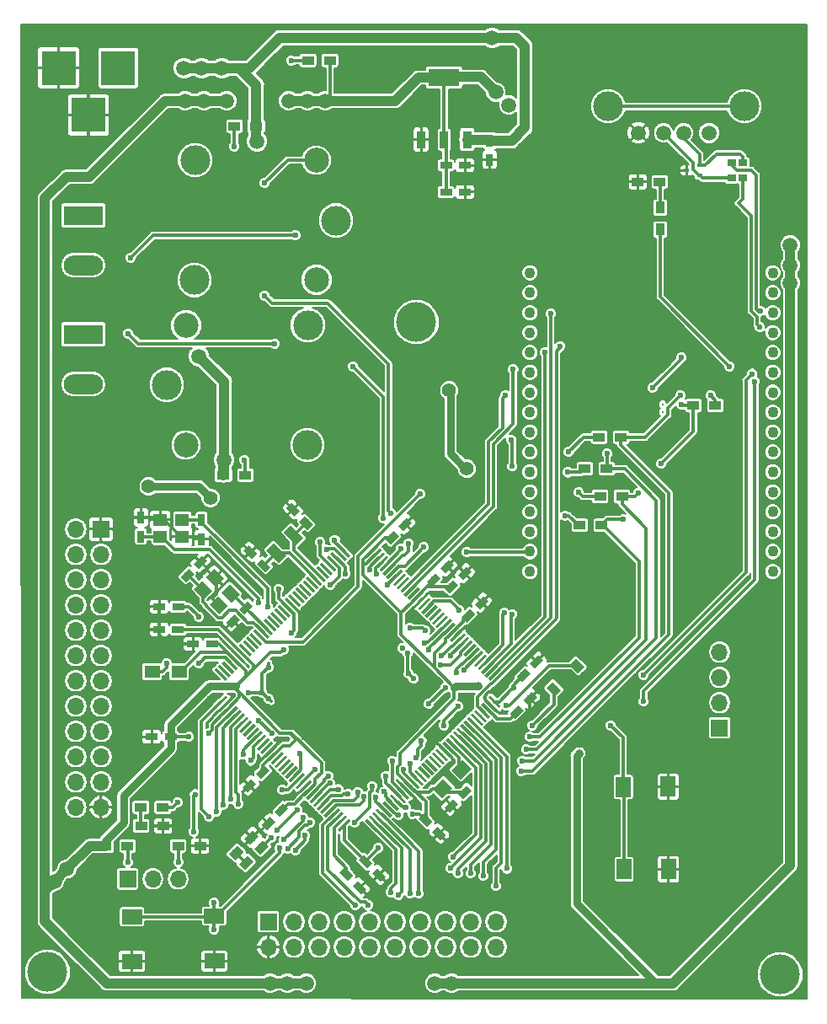
<source format=gbr>
G04 #@! TF.GenerationSoftware,KiCad,Pcbnew,5.0.0-fee4fd1~66~ubuntu16.04.1*
G04 #@! TF.CreationDate,2018-10-21T13:34:44-05:00*
G04 #@! TF.ProjectId,design_emb,64657369676E5F656D622E6B69636164,rev?*
G04 #@! TF.SameCoordinates,Original*
G04 #@! TF.FileFunction,Copper,L1,Top,Signal*
G04 #@! TF.FilePolarity,Positive*
%FSLAX46Y46*%
G04 Gerber Fmt 4.6, Leading zero omitted, Abs format (unit mm)*
G04 Created by KiCad (PCBNEW 5.0.0-fee4fd1~66~ubuntu16.04.1) date Sun Oct 21 13:34:44 2018*
%MOMM*%
%LPD*%
G01*
G04 APERTURE LIST*
G04 #@! TA.AperFunction,SMDPad,CuDef*
%ADD10C,1.000000*%
G04 #@! TD*
G04 #@! TA.AperFunction,Conductor*
%ADD11C,0.100000*%
G04 #@! TD*
G04 #@! TA.AperFunction,ComponentPad*
%ADD12C,4.000000*%
G04 #@! TD*
G04 #@! TA.AperFunction,SMDPad,CuDef*
%ADD13R,1.500000X2.000000*%
G04 #@! TD*
G04 #@! TA.AperFunction,SMDPad,CuDef*
%ADD14R,2.000000X1.500000*%
G04 #@! TD*
G04 #@! TA.AperFunction,SMDPad,CuDef*
%ADD15C,0.750000*%
G04 #@! TD*
G04 #@! TA.AperFunction,SMDPad,CuDef*
%ADD16R,1.200000X0.750000*%
G04 #@! TD*
G04 #@! TA.AperFunction,SMDPad,CuDef*
%ADD17R,0.750000X1.200000*%
G04 #@! TD*
G04 #@! TA.AperFunction,SMDPad,CuDef*
%ADD18R,1.200000X0.900000*%
G04 #@! TD*
G04 #@! TA.AperFunction,SMDPad,CuDef*
%ADD19C,0.900000*%
G04 #@! TD*
G04 #@! TA.AperFunction,ComponentPad*
%ADD20R,3.500000X3.500000*%
G04 #@! TD*
G04 #@! TA.AperFunction,ComponentPad*
%ADD21C,3.000000*%
G04 #@! TD*
G04 #@! TA.AperFunction,ComponentPad*
%ADD22C,1.500000*%
G04 #@! TD*
G04 #@! TA.AperFunction,ComponentPad*
%ADD23O,1.700000X1.700000*%
G04 #@! TD*
G04 #@! TA.AperFunction,ComponentPad*
%ADD24R,1.700000X1.700000*%
G04 #@! TD*
G04 #@! TA.AperFunction,ComponentPad*
%ADD25R,3.960000X1.980000*%
G04 #@! TD*
G04 #@! TA.AperFunction,ComponentPad*
%ADD26O,3.960000X1.980000*%
G04 #@! TD*
G04 #@! TA.AperFunction,SMDPad,CuDef*
%ADD27C,1.300000*%
G04 #@! TD*
G04 #@! TA.AperFunction,SMDPad,CuDef*
%ADD28R,1.500000X1.300000*%
G04 #@! TD*
G04 #@! TA.AperFunction,SMDPad,CuDef*
%ADD29R,0.863600X0.660400*%
G04 #@! TD*
G04 #@! TA.AperFunction,SMDPad,CuDef*
%ADD30C,1.200000*%
G04 #@! TD*
G04 #@! TA.AperFunction,SMDPad,CuDef*
%ADD31R,0.900000X1.200000*%
G04 #@! TD*
G04 #@! TA.AperFunction,SMDPad,CuDef*
%ADD32C,0.300000*%
G04 #@! TD*
G04 #@! TA.AperFunction,SMDPad,CuDef*
%ADD33R,0.889000X1.765300*%
G04 #@! TD*
G04 #@! TA.AperFunction,SMDPad,CuDef*
%ADD34R,3.149600X1.765300*%
G04 #@! TD*
G04 #@! TA.AperFunction,ComponentPad*
%ADD35C,1.100000*%
G04 #@! TD*
G04 #@! TA.AperFunction,SMDPad,CuDef*
%ADD36R,0.510000X0.400000*%
G04 #@! TD*
G04 #@! TA.AperFunction,ComponentPad*
%ADD37C,0.300000*%
G04 #@! TD*
G04 #@! TA.AperFunction,ComponentPad*
%ADD38C,2.500000*%
G04 #@! TD*
G04 #@! TA.AperFunction,SMDPad,CuDef*
%ADD39R,1.400000X1.200000*%
G04 #@! TD*
G04 #@! TA.AperFunction,ViaPad*
%ADD40C,0.600000*%
G04 #@! TD*
G04 #@! TA.AperFunction,ViaPad*
%ADD41C,0.800000*%
G04 #@! TD*
G04 #@! TA.AperFunction,ViaPad*
%ADD42C,1.400000*%
G04 #@! TD*
G04 #@! TA.AperFunction,ViaPad*
%ADD43C,1.500000*%
G04 #@! TD*
G04 #@! TA.AperFunction,Conductor*
%ADD44C,0.300000*%
G04 #@! TD*
G04 #@! TA.AperFunction,Conductor*
%ADD45C,0.800000*%
G04 #@! TD*
G04 #@! TA.AperFunction,Conductor*
%ADD46C,1.000000*%
G04 #@! TD*
G04 #@! TA.AperFunction,Conductor*
%ADD47C,0.200000*%
G04 #@! TD*
G04 APERTURE END LIST*
D10*
G04 #@! TO.P,OSC1,2*
G04 #@! TO.N,/Sheet1/OSC32_OUT*
X137541000Y-97980500D03*
D11*
G04 #@! TD*
G04 #@! TO.N,/Sheet1/OSC32_OUT*
G04 #@! TO.C,OSC1*
G36*
X137823843Y-98970449D02*
X136551051Y-97697657D01*
X137258157Y-96990551D01*
X138530949Y-98263343D01*
X137823843Y-98970449D01*
X137823843Y-98970449D01*
G37*
D10*
G04 #@! TO.P,OSC1,1*
G04 #@! TO.N,/Sheet1/OSC32_IN*
X139308766Y-96212734D03*
D11*
G04 #@! TD*
G04 #@! TO.N,/Sheet1/OSC32_IN*
G04 #@! TO.C,OSC1*
G36*
X139591609Y-97202683D02*
X138318817Y-95929891D01*
X139025923Y-95222785D01*
X140298715Y-96495577D01*
X139591609Y-97202683D01*
X139591609Y-97202683D01*
G37*
D12*
G04 #@! TO.P,REF\002A\002A,1*
G04 #@! TO.N,N/C*
X151638000Y-74803000D03*
G04 #@! TD*
G04 #@! TO.P,REF\002A\002A,1*
G04 #@! TO.N,N/C*
X188214000Y-140335000D03*
G04 #@! TD*
D13*
G04 #@! TO.P,RST_O,1*
G04 #@! TO.N,/Sheet2/RESET*
X172440600Y-121488200D03*
X172516800Y-129743200D03*
G04 #@! TO.P,RST_O,2*
G04 #@! TO.N,GND*
X176961800Y-121462800D03*
X176987200Y-129743200D03*
G04 #@! TD*
D14*
G04 #@! TO.P,RST_F,1*
G04 #@! TO.N,/sheet3/CRESET_B*
X131305300Y-134467600D03*
X123050300Y-134543800D03*
G04 #@! TO.P,RST_F,2*
G04 #@! TO.N,GND*
X131330700Y-138988800D03*
X123050300Y-139014200D03*
G04 #@! TD*
D15*
G04 #@! TO.P,C16,2*
G04 #@! TO.N,GND*
X150531751Y-95098949D03*
D11*
G04 #@! TD*
G04 #@! TO.N,GND*
G04 #@! TO.C,C16*
G36*
X150372652Y-95788378D02*
X149842322Y-95258048D01*
X150690850Y-94409520D01*
X151221180Y-94939850D01*
X150372652Y-95788378D01*
X150372652Y-95788378D01*
G37*
D15*
G04 #@! TO.P,C16,1*
G04 #@! TO.N,/Sheet4/+3V3*
X149188249Y-96442451D03*
D11*
G04 #@! TD*
G04 #@! TO.N,/Sheet4/+3V3*
G04 #@! TO.C,C16*
G36*
X149029150Y-97131880D02*
X148498820Y-96601550D01*
X149347348Y-95753022D01*
X149877678Y-96283352D01*
X149029150Y-97131880D01*
X149029150Y-97131880D01*
G37*
D16*
G04 #@! TO.P,C18,2*
G04 #@! TO.N,GND*
X129186900Y-107124500D03*
G04 #@! TO.P,C18,1*
G04 #@! TO.N,/Sheet4/+3V3*
X131086900Y-107124500D03*
G04 #@! TD*
D15*
G04 #@! TO.P,C20,2*
G04 #@! TO.N,GND*
X145959751Y-131608751D03*
D11*
G04 #@! TD*
G04 #@! TO.N,GND*
G04 #@! TO.C,C20*
G36*
X145270322Y-131449652D02*
X145800652Y-130919322D01*
X146649180Y-131767850D01*
X146118850Y-132298180D01*
X145270322Y-131449652D01*
X145270322Y-131449652D01*
G37*
D15*
G04 #@! TO.P,C20,1*
G04 #@! TO.N,/Sheet1/VCAP1*
X144616249Y-130265249D03*
D11*
G04 #@! TD*
G04 #@! TO.N,/Sheet1/VCAP1*
G04 #@! TO.C,C20*
G36*
X143926820Y-130106150D02*
X144457150Y-129575820D01*
X145305678Y-130424348D01*
X144775348Y-130954678D01*
X143926820Y-130106150D01*
X143926820Y-130106150D01*
G37*
D16*
G04 #@! TO.P,C2,1*
G04 #@! TO.N,/Sheet4/+3V3*
X127683300Y-105676700D03*
G04 #@! TO.P,C2,2*
G04 #@! TO.N,GND*
X125783300Y-105676700D03*
G04 #@! TD*
G04 #@! TO.P,C3,2*
G04 #@! TO.N,GND*
X125034001Y-116459000D03*
G04 #@! TO.P,C3,1*
G04 #@! TO.N,/Sheet4/+3V3*
X126933999Y-116459000D03*
G04 #@! TD*
D15*
G04 #@! TO.P,C4,1*
G04 #@! TO.N,/Sheet4/+3V3*
X136206151Y-120003649D03*
D11*
G04 #@! TD*
G04 #@! TO.N,/Sheet4/+3V3*
G04 #@! TO.C,C4*
G36*
X136365250Y-119314220D02*
X136895580Y-119844550D01*
X136047052Y-120693078D01*
X135516722Y-120162748D01*
X136365250Y-119314220D01*
X136365250Y-119314220D01*
G37*
D15*
G04 #@! TO.P,C4,2*
G04 #@! TO.N,GND*
X134862649Y-121347151D03*
D11*
G04 #@! TD*
G04 #@! TO.N,GND*
G04 #@! TO.C,C4*
G36*
X135021748Y-120657722D02*
X135552078Y-121188052D01*
X134703550Y-122036580D01*
X134173220Y-121506250D01*
X135021748Y-120657722D01*
X135021748Y-120657722D01*
G37*
D15*
G04 #@! TO.P,C6,1*
G04 #@! TO.N,/Sheet4/+3V3*
X146521249Y-128995249D03*
D11*
G04 #@! TD*
G04 #@! TO.N,/Sheet4/+3V3*
G04 #@! TO.C,C6*
G36*
X145831820Y-128836150D02*
X146362150Y-128305820D01*
X147210678Y-129154348D01*
X146680348Y-129684678D01*
X145831820Y-128836150D01*
X145831820Y-128836150D01*
G37*
D15*
G04 #@! TO.P,C6,2*
G04 #@! TO.N,GND*
X147864751Y-130338751D03*
D11*
G04 #@! TD*
G04 #@! TO.N,GND*
G04 #@! TO.C,C6*
G36*
X147175322Y-130179652D02*
X147705652Y-129649322D01*
X148554180Y-130497850D01*
X148023850Y-131028180D01*
X147175322Y-130179652D01*
X147175322Y-130179652D01*
G37*
D15*
G04 #@! TO.P,C7,2*
G04 #@! TO.N,GND*
X153922651Y-126185851D03*
D11*
G04 #@! TD*
G04 #@! TO.N,GND*
G04 #@! TO.C,C7*
G36*
X153233222Y-126026752D02*
X153763552Y-125496422D01*
X154612080Y-126344950D01*
X154081750Y-126875280D01*
X153233222Y-126026752D01*
X153233222Y-126026752D01*
G37*
D15*
G04 #@! TO.P,C7,1*
G04 #@! TO.N,/Sheet4/+3V3*
X152579149Y-124842349D03*
D11*
G04 #@! TD*
G04 #@! TO.N,/Sheet4/+3V3*
G04 #@! TO.C,C7*
G36*
X151889720Y-124683250D02*
X152420050Y-124152920D01*
X153268578Y-125001448D01*
X152738248Y-125531778D01*
X151889720Y-124683250D01*
X151889720Y-124683250D01*
G37*
D15*
G04 #@! TO.P,C8,2*
G04 #@! TO.N,GND*
X136742249Y-125131751D03*
D11*
G04 #@! TD*
G04 #@! TO.N,GND*
G04 #@! TO.C,C8*
G36*
X136901348Y-124442322D02*
X137431678Y-124972652D01*
X136583150Y-125821180D01*
X136052820Y-125290850D01*
X136901348Y-124442322D01*
X136901348Y-124442322D01*
G37*
D15*
G04 #@! TO.P,C8,1*
G04 #@! TO.N,/Sheet4/+3V3*
X138085751Y-123788249D03*
D11*
G04 #@! TD*
G04 #@! TO.N,/Sheet4/+3V3*
G04 #@! TO.C,C8*
G36*
X138244850Y-123098820D02*
X138775180Y-123629150D01*
X137926652Y-124477678D01*
X137396322Y-123947348D01*
X138244850Y-123098820D01*
X138244850Y-123098820D01*
G37*
D15*
G04 #@! TO.P,C9,1*
G04 #@! TO.N,/Sheet1/OSC32_IN*
X140562251Y-94969251D03*
D11*
G04 #@! TD*
G04 #@! TO.N,/Sheet1/OSC32_IN*
G04 #@! TO.C,C9*
G36*
X141251680Y-95128350D02*
X140721350Y-95658680D01*
X139872822Y-94810152D01*
X140403152Y-94279822D01*
X141251680Y-95128350D01*
X141251680Y-95128350D01*
G37*
D15*
G04 #@! TO.P,C9,2*
G04 #@! TO.N,GND*
X139218749Y-93625749D03*
D11*
G04 #@! TD*
G04 #@! TO.N,GND*
G04 #@! TO.C,C9*
G36*
X139908178Y-93784848D02*
X139377848Y-94315178D01*
X138529320Y-93466650D01*
X139059650Y-92936320D01*
X139908178Y-93784848D01*
X139908178Y-93784848D01*
G37*
D15*
G04 #@! TO.P,C10,1*
G04 #@! TO.N,/Sheet4/+3V3*
X162396249Y-110272751D03*
D11*
G04 #@! TD*
G04 #@! TO.N,/Sheet4/+3V3*
G04 #@! TO.C,C10*
G36*
X162237150Y-110962180D02*
X161706820Y-110431850D01*
X162555348Y-109583322D01*
X163085678Y-110113652D01*
X162237150Y-110962180D01*
X162237150Y-110962180D01*
G37*
D15*
G04 #@! TO.P,C10,2*
G04 #@! TO.N,GND*
X163739751Y-108929249D03*
D11*
G04 #@! TD*
G04 #@! TO.N,GND*
G04 #@! TO.C,C10*
G36*
X163580652Y-109618678D02*
X163050322Y-109088348D01*
X163898850Y-108239820D01*
X164429180Y-108770150D01*
X163580652Y-109618678D01*
X163580652Y-109618678D01*
G37*
D15*
G04 #@! TO.P,C11,2*
G04 #@! TO.N,GND*
X134964249Y-97880249D03*
D11*
G04 #@! TD*
G04 #@! TO.N,GND*
G04 #@! TO.C,C11*
G36*
X135653678Y-98039348D02*
X135123348Y-98569678D01*
X134274820Y-97721150D01*
X134805150Y-97190820D01*
X135653678Y-98039348D01*
X135653678Y-98039348D01*
G37*
D15*
G04 #@! TO.P,C11,1*
G04 #@! TO.N,/Sheet1/OSC32_OUT*
X136307751Y-99223751D03*
D11*
G04 #@! TD*
G04 #@! TO.N,/Sheet1/OSC32_OUT*
G04 #@! TO.C,C11*
G36*
X136997180Y-99382850D02*
X136466850Y-99913180D01*
X135618322Y-99064652D01*
X136148652Y-98534322D01*
X136997180Y-99382850D01*
X136997180Y-99382850D01*
G37*
D15*
G04 #@! TO.P,C12,2*
G04 #@! TO.N,GND*
X156500751Y-100039249D03*
D11*
G04 #@! TD*
G04 #@! TO.N,GND*
G04 #@! TO.C,C12*
G36*
X156341652Y-100728678D02*
X155811322Y-100198348D01*
X156659850Y-99349820D01*
X157190180Y-99880150D01*
X156341652Y-100728678D01*
X156341652Y-100728678D01*
G37*
D15*
G04 #@! TO.P,C12,1*
G04 #@! TO.N,/Sheet4/+3V3*
X155157249Y-101382751D03*
D11*
G04 #@! TD*
G04 #@! TO.N,/Sheet4/+3V3*
G04 #@! TO.C,C12*
G36*
X154998150Y-102072180D02*
X154467820Y-101541850D01*
X155316348Y-100693322D01*
X155846678Y-101223652D01*
X154998150Y-102072180D01*
X154998150Y-102072180D01*
G37*
D15*
G04 #@! TO.P,C13,1*
G04 #@! TO.N,/Sheet4/+3V3*
X156859049Y-104291051D03*
D11*
G04 #@! TD*
G04 #@! TO.N,/Sheet4/+3V3*
G04 #@! TO.C,C13*
G36*
X156699950Y-104980480D02*
X156169620Y-104450150D01*
X157018148Y-103601622D01*
X157548478Y-104131952D01*
X156699950Y-104980480D01*
X156699950Y-104980480D01*
G37*
D15*
G04 #@! TO.P,C13,2*
G04 #@! TO.N,GND*
X158202551Y-102947549D03*
D11*
G04 #@! TD*
G04 #@! TO.N,GND*
G04 #@! TO.C,C13*
G36*
X158043452Y-103636978D02*
X157513122Y-103106648D01*
X158361650Y-102258120D01*
X158891980Y-102788450D01*
X158043452Y-103636978D01*
X158043452Y-103636978D01*
G37*
D15*
G04 #@! TO.P,C14,1*
G04 #@! TO.N,/Sheet1/OSC_IN*
X134529751Y-103468249D03*
D11*
G04 #@! TD*
G04 #@! TO.N,/Sheet1/OSC_IN*
G04 #@! TO.C,C14*
G36*
X134688850Y-102778820D02*
X135219180Y-103309150D01*
X134370652Y-104157678D01*
X133840322Y-103627348D01*
X134688850Y-102778820D01*
X134688850Y-102778820D01*
G37*
D15*
G04 #@! TO.P,C14,2*
G04 #@! TO.N,GND*
X133186249Y-104811751D03*
D11*
G04 #@! TD*
G04 #@! TO.N,GND*
G04 #@! TO.C,C14*
G36*
X133345348Y-104122322D02*
X133875678Y-104652652D01*
X133027150Y-105501180D01*
X132496820Y-104970850D01*
X133345348Y-104122322D01*
X133345348Y-104122322D01*
G37*
D15*
G04 #@! TO.P,C15,1*
G04 #@! TO.N,/Sheet4/+3V3*
X153379249Y-100696951D03*
D11*
G04 #@! TD*
G04 #@! TO.N,/Sheet4/+3V3*
G04 #@! TO.C,C15*
G36*
X153220150Y-101386380D02*
X152689820Y-100856050D01*
X153538348Y-100007522D01*
X154068678Y-100537852D01*
X153220150Y-101386380D01*
X153220150Y-101386380D01*
G37*
D15*
G04 #@! TO.P,C15,2*
G04 #@! TO.N,GND*
X154722751Y-99353449D03*
D11*
G04 #@! TD*
G04 #@! TO.N,GND*
G04 #@! TO.C,C15*
G36*
X154563652Y-100042878D02*
X154033322Y-99512548D01*
X154881850Y-98664020D01*
X155412180Y-99194350D01*
X154563652Y-100042878D01*
X154563652Y-100042878D01*
G37*
D15*
G04 #@! TO.P,C17,2*
G04 #@! TO.N,GND*
X129957751Y-98896249D03*
D11*
G04 #@! TD*
G04 #@! TO.N,GND*
G04 #@! TO.C,C17*
G36*
X129798652Y-99585678D02*
X129268322Y-99055348D01*
X130116850Y-98206820D01*
X130647180Y-98737150D01*
X129798652Y-99585678D01*
X129798652Y-99585678D01*
G37*
D15*
G04 #@! TO.P,C17,1*
G04 #@! TO.N,/Sheet1/OSC_OUT*
X128614249Y-100239751D03*
D11*
G04 #@! TD*
G04 #@! TO.N,/Sheet1/OSC_OUT*
G04 #@! TO.C,C17*
G36*
X128455150Y-100929180D02*
X127924820Y-100398850D01*
X128773348Y-99550322D01*
X129303678Y-100080652D01*
X128455150Y-100929180D01*
X128455150Y-100929180D01*
G37*
D15*
G04 #@! TO.P,C19,2*
G04 #@! TO.N,GND*
X155182649Y-123353751D03*
D11*
G04 #@! TD*
G04 #@! TO.N,GND*
G04 #@! TO.C,C19*
G36*
X155341748Y-122664322D02*
X155872078Y-123194652D01*
X155023550Y-124043180D01*
X154493220Y-123512850D01*
X155341748Y-122664322D01*
X155341748Y-122664322D01*
G37*
D15*
G04 #@! TO.P,C19,1*
G04 #@! TO.N,/Sheet4/+3V3*
X156526151Y-122010249D03*
D11*
G04 #@! TD*
G04 #@! TO.N,/Sheet4/+3V3*
G04 #@! TO.C,C19*
G36*
X156685250Y-121320820D02*
X157215580Y-121851150D01*
X156367052Y-122699678D01*
X155836722Y-122169348D01*
X156685250Y-121320820D01*
X156685250Y-121320820D01*
G37*
D15*
G04 #@! TO.P,C21,1*
G04 #@! TO.N,/Sheet1/VCAP2*
X161723149Y-113955751D03*
D11*
G04 #@! TD*
G04 #@! TO.N,/Sheet1/VCAP2*
G04 #@! TO.C,C21*
G36*
X161564050Y-114645180D02*
X161033720Y-114114850D01*
X161882248Y-113266322D01*
X162412578Y-113796652D01*
X161564050Y-114645180D01*
X161564050Y-114645180D01*
G37*
D15*
G04 #@! TO.P,C21,2*
G04 #@! TO.N,GND*
X163066651Y-112612249D03*
D11*
G04 #@! TD*
G04 #@! TO.N,GND*
G04 #@! TO.C,C21*
G36*
X162907552Y-113301678D02*
X162377222Y-112771348D01*
X163225750Y-111922820D01*
X163756080Y-112453150D01*
X162907552Y-113301678D01*
X162907552Y-113301678D01*
G37*
D16*
G04 #@! TO.P,C22,1*
G04 #@! TO.N,/Sheet4/+1V2_FPGA*
X127695999Y-103378000D03*
G04 #@! TO.P,C22,2*
G04 #@! TO.N,GND*
X125796001Y-103378000D03*
G04 #@! TD*
D17*
G04 #@! TO.P,C37,1*
G04 #@! TO.N,+5VA*
X159004000Y-56581000D03*
G04 #@! TO.P,C37,2*
G04 #@! TO.N,GND*
X159004000Y-58481000D03*
G04 #@! TD*
D16*
G04 #@! TO.P,C40,2*
G04 #@! TO.N,GND*
X156525000Y-59055000D03*
G04 #@! TO.P,C40,1*
G04 #@! TO.N,/Sheet4/+3V3*
X154625000Y-59055000D03*
G04 #@! TD*
G04 #@! TO.P,C43,2*
G04 #@! TO.N,GND*
X156525000Y-61722000D03*
G04 #@! TO.P,C43,1*
G04 #@! TO.N,/Sheet4/+3V3*
X154625000Y-61722000D03*
G04 #@! TD*
D18*
G04 #@! TO.P,D1,1*
G04 #@! TO.N,GND*
X126169600Y-125412500D03*
G04 #@! TO.P,D1,2*
G04 #@! TO.N,Net-(D1-Pad2)*
X123969600Y-125412500D03*
G04 #@! TD*
D19*
G04 #@! TO.P,D2,2*
G04 #@! TO.N,Net-(D2-Pad2)*
X133511983Y-128120717D03*
D11*
G04 #@! TD*
G04 #@! TO.N,Net-(D2-Pad2)*
G04 #@! TO.C,D2*
G36*
X133618049Y-127378255D02*
X134254445Y-128014651D01*
X133405917Y-128863179D01*
X132769521Y-128226783D01*
X133618049Y-127378255D01*
X133618049Y-127378255D01*
G37*
D19*
G04 #@! TO.P,D2,1*
G04 #@! TO.N,GND*
X135067617Y-126565083D03*
D11*
G04 #@! TD*
G04 #@! TO.N,GND*
G04 #@! TO.C,D2*
G36*
X135173683Y-125822621D02*
X135810079Y-126459017D01*
X134961551Y-127307545D01*
X134325155Y-126671149D01*
X135173683Y-125822621D01*
X135173683Y-125822621D01*
G37*
D18*
G04 #@! TO.P,D4,1*
G04 #@! TO.N,Net-(D4-Pad1)*
X140759000Y-48514000D03*
G04 #@! TO.P,D4,2*
G04 #@! TO.N,/Sheet4/+3V3*
X142959000Y-48514000D03*
G04 #@! TD*
G04 #@! TO.P,D6,2*
G04 #@! TO.N,Net-(D6-Pad2)*
X176106000Y-60706000D03*
G04 #@! TO.P,D6,1*
G04 #@! TO.N,GND*
X173906000Y-60706000D03*
G04 #@! TD*
G04 #@! TO.P,D9,1*
G04 #@! TO.N,Net-(D9-Pad1)*
X133350000Y-55118000D03*
G04 #@! TO.P,D9,2*
G04 #@! TO.N,+5VA*
X135550000Y-55118000D03*
G04 #@! TD*
G04 #@! TO.P,D10,2*
G04 #@! TO.N,+5VA*
X132250000Y-90170000D03*
G04 #@! TO.P,D10,1*
G04 #@! TO.N,Net-(D10-Pad1)*
X134450000Y-90170000D03*
G04 #@! TD*
D20*
G04 #@! TO.P,J2,3*
G04 #@! TO.N,GND*
X118666000Y-53976000D03*
G04 #@! TO.P,J2,2*
X115666000Y-49276000D03*
G04 #@! TO.P,J2,1*
G04 #@! TO.N,+5VA*
X121666000Y-49276000D03*
G04 #@! TD*
D21*
G04 #@! TO.P,USB_A,5*
G04 #@! TO.N,Net-(J3-Pad5)*
X184623900Y-53121100D03*
X170903900Y-53121100D03*
D22*
G04 #@! TO.P,USB_A,1*
G04 #@! TO.N,+5VA*
X181063900Y-55791100D03*
G04 #@! TO.P,USB_A,2*
G04 #@! TO.N,Net-(J3-Pad2)*
X178523900Y-55791100D03*
G04 #@! TO.P,USB_A,3*
G04 #@! TO.N,Net-(J3-Pad3)*
X176493900Y-55791100D03*
G04 #@! TO.P,USB_A,4*
G04 #@! TO.N,GND*
X173953900Y-55791100D03*
G04 #@! TD*
D23*
G04 #@! TO.P,J6,20*
G04 #@! TO.N,/Sheet1/USR18*
X159629057Y-137582522D03*
G04 #@! TO.P,J6,19*
G04 #@! TO.N,/Sheet1/USR17*
X159629057Y-135042522D03*
G04 #@! TO.P,J6,18*
G04 #@! TO.N,/Sheet1/USR16*
X157089057Y-137582522D03*
G04 #@! TO.P,J6,17*
G04 #@! TO.N,/Sheet1/USR15*
X157089057Y-135042522D03*
G04 #@! TO.P,J6,16*
G04 #@! TO.N,/Sheet1/USR14*
X154549057Y-137582522D03*
G04 #@! TO.P,J6,15*
G04 #@! TO.N,/Sheet1/USR13*
X154549057Y-135042522D03*
G04 #@! TO.P,J6,14*
G04 #@! TO.N,/Sheet1/USR12*
X152009057Y-137582522D03*
G04 #@! TO.P,J6,13*
G04 #@! TO.N,/Sheet1/USR11*
X152009057Y-135042522D03*
G04 #@! TO.P,J6,12*
G04 #@! TO.N,/Sheet1/USR10*
X149469057Y-137582522D03*
G04 #@! TO.P,J6,11*
G04 #@! TO.N,/Sheet1/USR9*
X149469057Y-135042522D03*
G04 #@! TO.P,J6,10*
G04 #@! TO.N,/Sheet1/USR8*
X146929057Y-137582522D03*
G04 #@! TO.P,J6,9*
G04 #@! TO.N,/Sheet1/USR7*
X146929057Y-135042522D03*
G04 #@! TO.P,J6,8*
G04 #@! TO.N,/Sheet1/USR6*
X144389057Y-137582522D03*
G04 #@! TO.P,J6,7*
G04 #@! TO.N,/Sheet1/USR5*
X144389057Y-135042522D03*
G04 #@! TO.P,J6,6*
G04 #@! TO.N,/Sheet1/USR4*
X141849057Y-137582522D03*
G04 #@! TO.P,J6,5*
G04 #@! TO.N,/Sheet1/USR3*
X141849057Y-135042522D03*
G04 #@! TO.P,J6,4*
G04 #@! TO.N,/Sheet1/USR2*
X139309057Y-137582522D03*
G04 #@! TO.P,J6,3*
G04 #@! TO.N,/Sheet1/USR1*
X139309057Y-135042522D03*
G04 #@! TO.P,J6,2*
G04 #@! TO.N,GND*
X136769057Y-137582522D03*
D24*
G04 #@! TO.P,J6,1*
G04 #@! TO.N,Net-(J6-Pad1)*
X136769057Y-135042522D03*
G04 #@! TD*
D25*
G04 #@! TO.P,J7,1*
G04 #@! TO.N,Net-(J7-Pad1)*
X118143027Y-64071500D03*
D26*
G04 #@! TO.P,J7,2*
G04 #@! TO.N,Net-(J7-Pad2)*
X118143027Y-69071500D03*
G04 #@! TD*
G04 #@! TO.P,J8,2*
G04 #@! TO.N,Net-(J8-Pad2)*
X118143027Y-81009500D03*
D25*
G04 #@! TO.P,J8,1*
G04 #@! TO.N,Net-(J8-Pad1)*
X118143027Y-76009500D03*
G04 #@! TD*
D27*
G04 #@! TO.P,L1,1*
G04 #@! TO.N,/Sheet4/+3V3*
X154277506Y-121642694D03*
D11*
G04 #@! TD*
G04 #@! TO.N,/Sheet4/+3V3*
G04 #@! TO.C,L1*
G36*
X154206795Y-122632643D02*
X153287557Y-121713405D01*
X154348217Y-120652745D01*
X155267455Y-121571983D01*
X154206795Y-122632643D01*
X154206795Y-122632643D01*
G37*
D27*
G04 #@! TO.P,L1,2*
G04 #@! TO.N,/Sheet1/VDDUSB*
X156186694Y-119733506D03*
D11*
G04 #@! TD*
G04 #@! TO.N,/Sheet1/VDDUSB*
G04 #@! TO.C,L1*
G36*
X156115983Y-120723455D02*
X155196745Y-119804217D01*
X156257405Y-118743557D01*
X157176643Y-119662795D01*
X156115983Y-120723455D01*
X156115983Y-120723455D01*
G37*
D28*
G04 #@! TO.P,L2,2*
G04 #@! TO.N,/Sheet1/VDDA*
X125074700Y-109905800D03*
G04 #@! TO.P,L2,1*
G04 #@! TO.N,/Sheet4/+3V3*
X127774700Y-109905800D03*
G04 #@! TD*
D29*
G04 #@! TO.P,LSRF1,1*
G04 #@! TO.N,/Sheet2/USB+*
X183324500Y-58788300D03*
G04 #@! TO.P,LSRF1,2*
G04 #@! TO.N,Net-(J3-Pad3)*
X183324500Y-60337700D03*
G04 #@! TO.P,LSRF1,3*
G04 #@! TO.N,/Sheet2/USB-*
X184467500Y-60337700D03*
G04 #@! TO.P,LSRF1,4*
G04 #@! TO.N,Net-(J3-Pad2)*
X184467500Y-58788300D03*
G04 #@! TD*
D30*
G04 #@! TO.P,OSC2,4*
G04 #@! TO.N,GND*
X131748777Y-103232858D03*
D11*
G04 #@! TD*
G04 #@! TO.N,GND*
G04 #@! TO.C,OSC2*
G36*
X132668016Y-103303569D02*
X131819488Y-104152097D01*
X130829538Y-103162147D01*
X131678066Y-102313619D01*
X132668016Y-103303569D01*
X132668016Y-103303569D01*
G37*
D30*
G04 #@! TO.P,OSC2,3*
G04 #@! TO.N,/Sheet1/OSC_OUT*
X130193142Y-101677223D03*
D11*
G04 #@! TD*
G04 #@! TO.N,/Sheet1/OSC_OUT*
G04 #@! TO.C,OSC2*
G36*
X131112381Y-101747934D02*
X130263853Y-102596462D01*
X129273903Y-101606512D01*
X130122431Y-100757984D01*
X131112381Y-101747934D01*
X131112381Y-101747934D01*
G37*
D30*
G04 #@! TO.P,OSC2,2*
G04 #@! TO.N,GND*
X131395223Y-100475142D03*
D11*
G04 #@! TD*
G04 #@! TO.N,GND*
G04 #@! TO.C,OSC2*
G36*
X132314462Y-100545853D02*
X131465934Y-101394381D01*
X130475984Y-100404431D01*
X131324512Y-99555903D01*
X132314462Y-100545853D01*
X132314462Y-100545853D01*
G37*
D30*
G04 #@! TO.P,OSC2,1*
G04 #@! TO.N,/Sheet1/OSC_IN*
X132950858Y-102030777D03*
D11*
G04 #@! TD*
G04 #@! TO.N,/Sheet1/OSC_IN*
G04 #@! TO.C,OSC2*
G36*
X133870097Y-102101488D02*
X133021569Y-102950016D01*
X132031619Y-101960066D01*
X132880147Y-101111538D01*
X133870097Y-102101488D01*
X133870097Y-102101488D01*
G37*
D18*
G04 #@! TO.P,R1,1*
G04 #@! TO.N,Net-(D1-Pad2)*
X123931500Y-123558300D03*
G04 #@! TO.P,R1,2*
G04 #@! TO.N,/Sheet1/PROBE*
X126131500Y-123558300D03*
G04 #@! TD*
G04 #@! TO.P,R2,1*
G04 #@! TO.N,/Sheet4/+3V3*
X120400900Y-127419100D03*
G04 #@! TO.P,R2,2*
G04 #@! TO.N,Net-(J4-Pad1)*
X122600900Y-127419100D03*
G04 #@! TD*
G04 #@! TO.P,R3,1*
G04 #@! TO.N,Net-(J4-Pad3)*
X127690700Y-127406400D03*
G04 #@! TO.P,R3,2*
G04 #@! TO.N,GND*
X129890700Y-127406400D03*
G04 #@! TD*
D19*
G04 #@! TO.P,R4,2*
G04 #@! TO.N,Net-(D2-Pad2)*
X134527983Y-129111317D03*
D11*
G04 #@! TD*
G04 #@! TO.N,Net-(D2-Pad2)*
G04 #@! TO.C,R4*
G36*
X134634049Y-128368855D02*
X135270445Y-129005251D01*
X134421917Y-129853779D01*
X133785521Y-129217383D01*
X134634049Y-128368855D01*
X134634049Y-128368855D01*
G37*
D19*
G04 #@! TO.P,R4,1*
G04 #@! TO.N,Net-(R4-Pad1)*
X136083617Y-127555683D03*
D11*
G04 #@! TD*
G04 #@! TO.N,Net-(R4-Pad1)*
G04 #@! TO.C,R4*
G36*
X136189683Y-126813221D02*
X136826079Y-127449617D01*
X135977551Y-128298145D01*
X135341155Y-127661749D01*
X136189683Y-126813221D01*
X136189683Y-126813221D01*
G37*
D31*
G04 #@! TO.P,R8,1*
G04 #@! TO.N,/Sheet2/PROBE*
X176149000Y-65489000D03*
G04 #@! TO.P,R8,2*
G04 #@! TO.N,Net-(D6-Pad2)*
X176149000Y-63289000D03*
G04 #@! TD*
D18*
G04 #@! TO.P,R9,2*
G04 #@! TO.N,/Sheet2/SPI0*
X170256200Y-95211900D03*
G04 #@! TO.P,R9,1*
G04 #@! TO.N,Net-(R9-Pad1)*
X168056200Y-95211900D03*
G04 #@! TD*
G04 #@! TO.P,R11,2*
G04 #@! TO.N,/Sheet4/+3V3*
X181694000Y-83185000D03*
G04 #@! TO.P,R11,1*
G04 #@! TO.N,/Sheet2/SPI1*
X179494000Y-83185000D03*
G04 #@! TD*
D32*
G04 #@! TO.P,STM32F446ZETx,144*
G04 #@! TO.N,/Sheet4/+3V3*
X147126815Y-97806995D03*
D11*
G04 #@! TD*
G04 #@! TO.N,/Sheet4/+3V3*
G04 #@! TO.C,STM32F446ZETx*
G36*
X146684873Y-98461069D02*
X146472741Y-98248937D01*
X147568757Y-97152921D01*
X147780889Y-97365053D01*
X146684873Y-98461069D01*
X146684873Y-98461069D01*
G37*
D32*
G04 #@! TO.P,STM32F446ZETx,143*
G04 #@! TO.N,/Sheet4/+3V3*
X147480369Y-98160548D03*
D11*
G04 #@! TD*
G04 #@! TO.N,/Sheet4/+3V3*
G04 #@! TO.C,STM32F446ZETx*
G36*
X147038427Y-98814622D02*
X146826295Y-98602490D01*
X147922311Y-97506474D01*
X148134443Y-97718606D01*
X147038427Y-98814622D01*
X147038427Y-98814622D01*
G37*
D32*
G04 #@! TO.P,STM32F446ZETx,142*
G04 #@! TO.N,/Sheet1/FMCNBL1*
X147833922Y-98514102D03*
D11*
G04 #@! TD*
G04 #@! TO.N,/Sheet1/FMCNBL1*
G04 #@! TO.C,STM32F446ZETx*
G36*
X147391980Y-99168176D02*
X147179848Y-98956044D01*
X148275864Y-97860028D01*
X148487996Y-98072160D01*
X147391980Y-99168176D01*
X147391980Y-99168176D01*
G37*
D32*
G04 #@! TO.P,STM32F446ZETx,141*
G04 #@! TO.N,/Sheet1/FMCNBL0*
X148187475Y-98867655D03*
D11*
G04 #@! TD*
G04 #@! TO.N,/Sheet1/FMCNBL0*
G04 #@! TO.C,STM32F446ZETx*
G36*
X147745533Y-99521729D02*
X147533401Y-99309597D01*
X148629417Y-98213581D01*
X148841549Y-98425713D01*
X147745533Y-99521729D01*
X147745533Y-99521729D01*
G37*
D32*
G04 #@! TO.P,STM32F446ZETx,140*
G04 #@! TO.N,/Sheet5/IN_REL2*
X148541029Y-99221209D03*
D11*
G04 #@! TD*
G04 #@! TO.N,/Sheet5/IN_REL2*
G04 #@! TO.C,STM32F446ZETx*
G36*
X148099087Y-99875283D02*
X147886955Y-99663151D01*
X148982971Y-98567135D01*
X149195103Y-98779267D01*
X148099087Y-99875283D01*
X148099087Y-99875283D01*
G37*
D32*
G04 #@! TO.P,STM32F446ZETx,139*
G04 #@! TO.N,/Sheet5/IN_REL1*
X148894582Y-99574762D03*
D11*
G04 #@! TD*
G04 #@! TO.N,/Sheet5/IN_REL1*
G04 #@! TO.C,STM32F446ZETx*
G36*
X148452640Y-100228836D02*
X148240508Y-100016704D01*
X149336524Y-98920688D01*
X149548656Y-99132820D01*
X148452640Y-100228836D01*
X148452640Y-100228836D01*
G37*
D32*
G04 #@! TO.P,STM32F446ZETx,138*
G04 #@! TO.N,/Sheet1/BOOT0*
X149248136Y-99928315D03*
D11*
G04 #@! TD*
G04 #@! TO.N,/Sheet1/BOOT0*
G04 #@! TO.C,STM32F446ZETx*
G36*
X148806194Y-100582389D02*
X148594062Y-100370257D01*
X149690078Y-99274241D01*
X149902210Y-99486373D01*
X148806194Y-100582389D01*
X148806194Y-100582389D01*
G37*
D32*
G04 #@! TO.P,STM32F446ZETx,137*
G04 #@! TO.N,/Sheet1/CTRL0*
X149601689Y-100281869D03*
D11*
G04 #@! TD*
G04 #@! TO.N,/Sheet1/CTRL0*
G04 #@! TO.C,STM32F446ZETx*
G36*
X149159747Y-100935943D02*
X148947615Y-100723811D01*
X150043631Y-99627795D01*
X150255763Y-99839927D01*
X149159747Y-100935943D01*
X149159747Y-100935943D01*
G37*
D32*
G04 #@! TO.P,STM32F446ZETx,136*
G04 #@! TO.N,Net-(U3-Pad136)*
X149955242Y-100635422D03*
D11*
G04 #@! TD*
G04 #@! TO.N,Net-(U3-Pad136)*
G04 #@! TO.C,STM32F446ZETx*
G36*
X149513300Y-101289496D02*
X149301168Y-101077364D01*
X150397184Y-99981348D01*
X150609316Y-100193480D01*
X149513300Y-101289496D01*
X149513300Y-101289496D01*
G37*
D32*
G04 #@! TO.P,STM32F446ZETx,135*
G04 #@! TO.N,Net-(U3-Pad135)*
X150308796Y-100988976D03*
D11*
G04 #@! TD*
G04 #@! TO.N,Net-(U3-Pad135)*
G04 #@! TO.C,STM32F446ZETx*
G36*
X149866854Y-101643050D02*
X149654722Y-101430918D01*
X150750738Y-100334902D01*
X150962870Y-100547034D01*
X149866854Y-101643050D01*
X149866854Y-101643050D01*
G37*
D32*
G04 #@! TO.P,STM32F446ZETx,134*
G04 #@! TO.N,/Sheet1/JTAG4*
X150662349Y-101342529D03*
D11*
G04 #@! TD*
G04 #@! TO.N,/Sheet1/JTAG4*
G04 #@! TO.C,STM32F446ZETx*
G36*
X150220407Y-101996603D02*
X150008275Y-101784471D01*
X151104291Y-100688455D01*
X151316423Y-100900587D01*
X150220407Y-101996603D01*
X150220407Y-101996603D01*
G37*
D32*
G04 #@! TO.P,STM32F446ZETx,133*
G04 #@! TO.N,/Sheet1/JTAG3*
X151015903Y-101696082D03*
D11*
G04 #@! TD*
G04 #@! TO.N,/Sheet1/JTAG3*
G04 #@! TO.C,STM32F446ZETx*
G36*
X150573961Y-102350156D02*
X150361829Y-102138024D01*
X151457845Y-101042008D01*
X151669977Y-101254140D01*
X150573961Y-102350156D01*
X150573961Y-102350156D01*
G37*
D32*
G04 #@! TO.P,STM32F446ZETx,132*
G04 #@! TO.N,Net-(U3-Pad132)*
X151369456Y-102049636D03*
D11*
G04 #@! TD*
G04 #@! TO.N,Net-(U3-Pad132)*
G04 #@! TO.C,STM32F446ZETx*
G36*
X150927514Y-102703710D02*
X150715382Y-102491578D01*
X151811398Y-101395562D01*
X152023530Y-101607694D01*
X150927514Y-102703710D01*
X150927514Y-102703710D01*
G37*
D32*
G04 #@! TO.P,STM32F446ZETx,131*
G04 #@! TO.N,/Sheet4/+3V3*
X151723009Y-102403189D03*
D11*
G04 #@! TD*
G04 #@! TO.N,/Sheet4/+3V3*
G04 #@! TO.C,STM32F446ZETx*
G36*
X151281067Y-103057263D02*
X151068935Y-102845131D01*
X152164951Y-101749115D01*
X152377083Y-101961247D01*
X151281067Y-103057263D01*
X151281067Y-103057263D01*
G37*
D32*
G04 #@! TO.P,STM32F446ZETx,130*
G04 #@! TO.N,GND*
X152076563Y-102756743D03*
D11*
G04 #@! TD*
G04 #@! TO.N,GND*
G04 #@! TO.C,STM32F446ZETx*
G36*
X151634621Y-103410817D02*
X151422489Y-103198685D01*
X152518505Y-102102669D01*
X152730637Y-102314801D01*
X151634621Y-103410817D01*
X151634621Y-103410817D01*
G37*
D32*
G04 #@! TO.P,STM32F446ZETx,129*
G04 #@! TO.N,Net-(U3-Pad129)*
X152430116Y-103110296D03*
D11*
G04 #@! TD*
G04 #@! TO.N,Net-(U3-Pad129)*
G04 #@! TO.C,STM32F446ZETx*
G36*
X151988174Y-103764370D02*
X151776042Y-103552238D01*
X152872058Y-102456222D01*
X153084190Y-102668354D01*
X151988174Y-103764370D01*
X151988174Y-103764370D01*
G37*
D32*
G04 #@! TO.P,STM32F446ZETx,128*
G04 #@! TO.N,/Sheet1/FMCA24*
X152783669Y-103463849D03*
D11*
G04 #@! TD*
G04 #@! TO.N,/Sheet1/FMCA24*
G04 #@! TO.C,STM32F446ZETx*
G36*
X152341727Y-104117923D02*
X152129595Y-103905791D01*
X153225611Y-102809775D01*
X153437743Y-103021907D01*
X152341727Y-104117923D01*
X152341727Y-104117923D01*
G37*
D32*
G04 #@! TO.P,STM32F446ZETx,127*
G04 #@! TO.N,Net-(U3-Pad127)*
X153137223Y-103817403D03*
D11*
G04 #@! TD*
G04 #@! TO.N,Net-(U3-Pad127)*
G04 #@! TO.C,STM32F446ZETx*
G36*
X152695281Y-104471477D02*
X152483149Y-104259345D01*
X153579165Y-103163329D01*
X153791297Y-103375461D01*
X152695281Y-104471477D01*
X152695281Y-104471477D01*
G37*
D32*
G04 #@! TO.P,STM32F446ZETx,126*
G04 #@! TO.N,Net-(U3-Pad126)*
X153490776Y-104170956D03*
D11*
G04 #@! TD*
G04 #@! TO.N,Net-(U3-Pad126)*
G04 #@! TO.C,STM32F446ZETx*
G36*
X153048834Y-104825030D02*
X152836702Y-104612898D01*
X153932718Y-103516882D01*
X154144850Y-103729014D01*
X153048834Y-104825030D01*
X153048834Y-104825030D01*
G37*
D32*
G04 #@! TO.P,STM32F446ZETx,125*
G04 #@! TO.N,Net-(U3-Pad125)*
X153844330Y-104524510D03*
D11*
G04 #@! TD*
G04 #@! TO.N,Net-(U3-Pad125)*
G04 #@! TO.C,STM32F446ZETx*
G36*
X153402388Y-105178584D02*
X153190256Y-104966452D01*
X154286272Y-103870436D01*
X154498404Y-104082568D01*
X153402388Y-105178584D01*
X153402388Y-105178584D01*
G37*
D32*
G04 #@! TO.P,STM32F446ZETx,124*
G04 #@! TO.N,Net-(U3-Pad124)*
X154197883Y-104878063D03*
D11*
G04 #@! TD*
G04 #@! TO.N,Net-(U3-Pad124)*
G04 #@! TO.C,STM32F446ZETx*
G36*
X153755941Y-105532137D02*
X153543809Y-105320005D01*
X154639825Y-104223989D01*
X154851957Y-104436121D01*
X153755941Y-105532137D01*
X153755941Y-105532137D01*
G37*
D32*
G04 #@! TO.P,STM32F446ZETx,123*
G04 #@! TO.N,/Sheet1/CTRL5*
X154551436Y-105231616D03*
D11*
G04 #@! TD*
G04 #@! TO.N,/Sheet1/CTRL5*
G04 #@! TO.C,STM32F446ZETx*
G36*
X154109494Y-105885690D02*
X153897362Y-105673558D01*
X154993378Y-104577542D01*
X155205510Y-104789674D01*
X154109494Y-105885690D01*
X154109494Y-105885690D01*
G37*
D32*
G04 #@! TO.P,STM32F446ZETx,122*
G04 #@! TO.N,/Sheet1/CTRL4*
X154904990Y-105585170D03*
D11*
G04 #@! TD*
G04 #@! TO.N,/Sheet1/CTRL4*
G04 #@! TO.C,STM32F446ZETx*
G36*
X154463048Y-106239244D02*
X154250916Y-106027112D01*
X155346932Y-104931096D01*
X155559064Y-105143228D01*
X154463048Y-106239244D01*
X154463048Y-106239244D01*
G37*
D32*
G04 #@! TO.P,STM32F446ZETx,121*
G04 #@! TO.N,/Sheet4/+3V3*
X155258543Y-105938723D03*
D11*
G04 #@! TD*
G04 #@! TO.N,/Sheet4/+3V3*
G04 #@! TO.C,STM32F446ZETx*
G36*
X154816601Y-106592797D02*
X154604469Y-106380665D01*
X155700485Y-105284649D01*
X155912617Y-105496781D01*
X154816601Y-106592797D01*
X154816601Y-106592797D01*
G37*
D32*
G04 #@! TO.P,STM32F446ZETx,120*
G04 #@! TO.N,GND*
X155612097Y-106292276D03*
D11*
G04 #@! TD*
G04 #@! TO.N,GND*
G04 #@! TO.C,STM32F446ZETx*
G36*
X155170155Y-106946350D02*
X154958023Y-106734218D01*
X156054039Y-105638202D01*
X156266171Y-105850334D01*
X155170155Y-106946350D01*
X155170155Y-106946350D01*
G37*
D32*
G04 #@! TO.P,STM32F446ZETx,119*
G04 #@! TO.N,/Sheet1/CTRL3*
X155965650Y-106645830D03*
D11*
G04 #@! TD*
G04 #@! TO.N,/Sheet1/CTRL3*
G04 #@! TO.C,STM32F446ZETx*
G36*
X155523708Y-107299904D02*
X155311576Y-107087772D01*
X156407592Y-105991756D01*
X156619724Y-106203888D01*
X155523708Y-107299904D01*
X155523708Y-107299904D01*
G37*
D32*
G04 #@! TO.P,STM32F446ZETx,118*
G04 #@! TO.N,/Sheet1/CTRL2*
X156319203Y-106999383D03*
D11*
G04 #@! TD*
G04 #@! TO.N,/Sheet1/CTRL2*
G04 #@! TO.C,STM32F446ZETx*
G36*
X155877261Y-107653457D02*
X155665129Y-107441325D01*
X156761145Y-106345309D01*
X156973277Y-106557441D01*
X155877261Y-107653457D01*
X155877261Y-107653457D01*
G37*
D32*
G04 #@! TO.P,STM32F446ZETx,117*
G04 #@! TO.N,/Sheet1/CTRL1*
X156672757Y-107352937D03*
D11*
G04 #@! TD*
G04 #@! TO.N,/Sheet1/CTRL1*
G04 #@! TO.C,STM32F446ZETx*
G36*
X156230815Y-108007011D02*
X156018683Y-107794879D01*
X157114699Y-106698863D01*
X157326831Y-106910995D01*
X156230815Y-108007011D01*
X156230815Y-108007011D01*
G37*
D32*
G04 #@! TO.P,STM32F446ZETx,116*
G04 #@! TO.N,Net-(U3-Pad116)*
X157026310Y-107706490D03*
D11*
G04 #@! TD*
G04 #@! TO.N,Net-(U3-Pad116)*
G04 #@! TO.C,STM32F446ZETx*
G36*
X156584368Y-108360564D02*
X156372236Y-108148432D01*
X157468252Y-107052416D01*
X157680384Y-107264548D01*
X156584368Y-108360564D01*
X156584368Y-108360564D01*
G37*
D32*
G04 #@! TO.P,STM32F446ZETx,115*
G04 #@! TO.N,/Sheet1/FMCAD3*
X157379864Y-108060043D03*
D11*
G04 #@! TD*
G04 #@! TO.N,/Sheet1/FMCAD3*
G04 #@! TO.C,STM32F446ZETx*
G36*
X156937922Y-108714117D02*
X156725790Y-108501985D01*
X157821806Y-107405969D01*
X158033938Y-107618101D01*
X156937922Y-108714117D01*
X156937922Y-108714117D01*
G37*
D32*
G04 #@! TO.P,STM32F446ZETx,114*
G04 #@! TO.N,/Sheet1/FMCAD2*
X157733417Y-108413597D03*
D11*
G04 #@! TD*
G04 #@! TO.N,/Sheet1/FMCAD2*
G04 #@! TO.C,STM32F446ZETx*
G36*
X157291475Y-109067671D02*
X157079343Y-108855539D01*
X158175359Y-107759523D01*
X158387491Y-107971655D01*
X157291475Y-109067671D01*
X157291475Y-109067671D01*
G37*
D32*
G04 #@! TO.P,STM32F446ZETx,113*
G04 #@! TO.N,Net-(U3-Pad113)*
X158086970Y-108767150D03*
D11*
G04 #@! TD*
G04 #@! TO.N,Net-(U3-Pad113)*
G04 #@! TO.C,STM32F446ZETx*
G36*
X157645028Y-109421224D02*
X157432896Y-109209092D01*
X158528912Y-108113076D01*
X158741044Y-108325208D01*
X157645028Y-109421224D01*
X157645028Y-109421224D01*
G37*
D32*
G04 #@! TO.P,STM32F446ZETx,112*
G04 #@! TO.N,/Sheet1/UART4_RX*
X158440524Y-109120704D03*
D11*
G04 #@! TD*
G04 #@! TO.N,/Sheet1/UART4_RX*
G04 #@! TO.C,STM32F446ZETx*
G36*
X157998582Y-109774778D02*
X157786450Y-109562646D01*
X158882466Y-108466630D01*
X159094598Y-108678762D01*
X157998582Y-109774778D01*
X157998582Y-109774778D01*
G37*
D32*
G04 #@! TO.P,STM32F446ZETx,111*
G04 #@! TO.N,/Sheet1/UART4_TX*
X158794077Y-109474257D03*
D11*
G04 #@! TD*
G04 #@! TO.N,/Sheet1/UART4_TX*
G04 #@! TO.C,STM32F446ZETx*
G36*
X158352135Y-110128331D02*
X158140003Y-109916199D01*
X159236019Y-108820183D01*
X159448151Y-109032315D01*
X158352135Y-110128331D01*
X158352135Y-110128331D01*
G37*
D32*
G04 #@! TO.P,STM32F446ZETx,110*
G04 #@! TO.N,/Sheet1/JTAG2*
X159147631Y-109827810D03*
D11*
G04 #@! TD*
G04 #@! TO.N,/Sheet1/JTAG2*
G04 #@! TO.C,STM32F446ZETx*
G36*
X158705689Y-110481884D02*
X158493557Y-110269752D01*
X159589573Y-109173736D01*
X159801705Y-109385868D01*
X158705689Y-110481884D01*
X158705689Y-110481884D01*
G37*
D32*
G04 #@! TO.P,STM32F446ZETx,109*
G04 #@! TO.N,/Sheet1/JTAG0*
X159501184Y-110181364D03*
D11*
G04 #@! TD*
G04 #@! TO.N,/Sheet1/JTAG0*
G04 #@! TO.C,STM32F446ZETx*
G36*
X159059242Y-110835438D02*
X158847110Y-110623306D01*
X159943126Y-109527290D01*
X160155258Y-109739422D01*
X159059242Y-110835438D01*
X159059242Y-110835438D01*
G37*
D32*
G04 #@! TO.P,STM32F446ZETx,108*
G04 #@! TO.N,/Sheet4/+3V3*
X159501184Y-112939080D03*
D11*
G04 #@! TD*
G04 #@! TO.N,/Sheet4/+3V3*
G04 #@! TO.C,STM32F446ZETx*
G36*
X158847110Y-112497138D02*
X159059242Y-112285006D01*
X160155258Y-113381022D01*
X159943126Y-113593154D01*
X158847110Y-112497138D01*
X158847110Y-112497138D01*
G37*
D32*
G04 #@! TO.P,STM32F446ZETx,107*
G04 #@! TO.N,GND*
X159147631Y-113292634D03*
D11*
G04 #@! TD*
G04 #@! TO.N,GND*
G04 #@! TO.C,STM32F446ZETx*
G36*
X158493557Y-112850692D02*
X158705689Y-112638560D01*
X159801705Y-113734576D01*
X159589573Y-113946708D01*
X158493557Y-112850692D01*
X158493557Y-112850692D01*
G37*
D32*
G04 #@! TO.P,STM32F446ZETx,106*
G04 #@! TO.N,/Sheet1/VCAP2*
X158794077Y-113646187D03*
D11*
G04 #@! TD*
G04 #@! TO.N,/Sheet1/VCAP2*
G04 #@! TO.C,STM32F446ZETx*
G36*
X158140003Y-113204245D02*
X158352135Y-112992113D01*
X159448151Y-114088129D01*
X159236019Y-114300261D01*
X158140003Y-113204245D01*
X158140003Y-113204245D01*
G37*
D32*
G04 #@! TO.P,STM32F446ZETx,105*
G04 #@! TO.N,/Sheet1/JTAG1*
X158440524Y-113999740D03*
D11*
G04 #@! TD*
G04 #@! TO.N,/Sheet1/JTAG1*
G04 #@! TO.C,STM32F446ZETx*
G36*
X157786450Y-113557798D02*
X157998582Y-113345666D01*
X159094598Y-114441682D01*
X158882466Y-114653814D01*
X157786450Y-113557798D01*
X157786450Y-113557798D01*
G37*
D32*
G04 #@! TO.P,STM32F446ZETx,104*
G04 #@! TO.N,Net-(U3-Pad104)*
X158086970Y-114353294D03*
D11*
G04 #@! TD*
G04 #@! TO.N,Net-(U3-Pad104)*
G04 #@! TO.C,STM32F446ZETx*
G36*
X157432896Y-113911352D02*
X157645028Y-113699220D01*
X158741044Y-114795236D01*
X158528912Y-115007368D01*
X157432896Y-113911352D01*
X157432896Y-113911352D01*
G37*
D32*
G04 #@! TO.P,STM32F446ZETx,103*
G04 #@! TO.N,Net-(U3-Pad103)*
X157733417Y-114706847D03*
D11*
G04 #@! TD*
G04 #@! TO.N,Net-(U3-Pad103)*
G04 #@! TO.C,STM32F446ZETx*
G36*
X157079343Y-114264905D02*
X157291475Y-114052773D01*
X158387491Y-115148789D01*
X158175359Y-115360921D01*
X157079343Y-114264905D01*
X157079343Y-114264905D01*
G37*
D32*
G04 #@! TO.P,STM32F446ZETx,102*
G04 #@! TO.N,/Sheet1/USR18*
X157379864Y-115060401D03*
D11*
G04 #@! TD*
G04 #@! TO.N,/Sheet1/USR18*
G04 #@! TO.C,STM32F446ZETx*
G36*
X156725790Y-114618459D02*
X156937922Y-114406327D01*
X158033938Y-115502343D01*
X157821806Y-115714475D01*
X156725790Y-114618459D01*
X156725790Y-114618459D01*
G37*
D32*
G04 #@! TO.P,STM32F446ZETx,101*
G04 #@! TO.N,/Sheet1/USR17*
X157026310Y-115413954D03*
D11*
G04 #@! TD*
G04 #@! TO.N,/Sheet1/USR17*
G04 #@! TO.C,STM32F446ZETx*
G36*
X156372236Y-114972012D02*
X156584368Y-114759880D01*
X157680384Y-115855896D01*
X157468252Y-116068028D01*
X156372236Y-114972012D01*
X156372236Y-114972012D01*
G37*
D32*
G04 #@! TO.P,STM32F446ZETx,100*
G04 #@! TO.N,/Sheet1/USR16*
X156672757Y-115767507D03*
D11*
G04 #@! TD*
G04 #@! TO.N,/Sheet1/USR16*
G04 #@! TO.C,STM32F446ZETx*
G36*
X156018683Y-115325565D02*
X156230815Y-115113433D01*
X157326831Y-116209449D01*
X157114699Y-116421581D01*
X156018683Y-115325565D01*
X156018683Y-115325565D01*
G37*
D32*
G04 #@! TO.P,STM32F446ZETx,99*
G04 #@! TO.N,/Sheet1/USR15*
X156319203Y-116121061D03*
D11*
G04 #@! TD*
G04 #@! TO.N,/Sheet1/USR15*
G04 #@! TO.C,STM32F446ZETx*
G36*
X155665129Y-115679119D02*
X155877261Y-115466987D01*
X156973277Y-116563003D01*
X156761145Y-116775135D01*
X155665129Y-115679119D01*
X155665129Y-115679119D01*
G37*
D32*
G04 #@! TO.P,STM32F446ZETx,98*
G04 #@! TO.N,/Sheet1/USR14*
X155965650Y-116474614D03*
D11*
G04 #@! TD*
G04 #@! TO.N,/Sheet1/USR14*
G04 #@! TO.C,STM32F446ZETx*
G36*
X155311576Y-116032672D02*
X155523708Y-115820540D01*
X156619724Y-116916556D01*
X156407592Y-117128688D01*
X155311576Y-116032672D01*
X155311576Y-116032672D01*
G37*
D32*
G04 #@! TO.P,STM32F446ZETx,97*
G04 #@! TO.N,/Sheet1/USR13*
X155612097Y-116828168D03*
D11*
G04 #@! TD*
G04 #@! TO.N,/Sheet1/USR13*
G04 #@! TO.C,STM32F446ZETx*
G36*
X154958023Y-116386226D02*
X155170155Y-116174094D01*
X156266171Y-117270110D01*
X156054039Y-117482242D01*
X154958023Y-116386226D01*
X154958023Y-116386226D01*
G37*
D32*
G04 #@! TO.P,STM32F446ZETx,96*
G04 #@! TO.N,/Sheet1/USR12*
X155258543Y-117181721D03*
D11*
G04 #@! TD*
G04 #@! TO.N,/Sheet1/USR12*
G04 #@! TO.C,STM32F446ZETx*
G36*
X154604469Y-116739779D02*
X154816601Y-116527647D01*
X155912617Y-117623663D01*
X155700485Y-117835795D01*
X154604469Y-116739779D01*
X154604469Y-116739779D01*
G37*
D32*
G04 #@! TO.P,STM32F446ZETx,95*
G04 #@! TO.N,/Sheet1/VDDUSB*
X154904990Y-117535274D03*
D11*
G04 #@! TD*
G04 #@! TO.N,/Sheet1/VDDUSB*
G04 #@! TO.C,STM32F446ZETx*
G36*
X154250916Y-117093332D02*
X154463048Y-116881200D01*
X155559064Y-117977216D01*
X155346932Y-118189348D01*
X154250916Y-117093332D01*
X154250916Y-117093332D01*
G37*
D32*
G04 #@! TO.P,STM32F446ZETx,94*
G04 #@! TO.N,GND*
X154551436Y-117888828D03*
D11*
G04 #@! TD*
G04 #@! TO.N,GND*
G04 #@! TO.C,STM32F446ZETx*
G36*
X153897362Y-117446886D02*
X154109494Y-117234754D01*
X155205510Y-118330770D01*
X154993378Y-118542902D01*
X153897362Y-117446886D01*
X153897362Y-117446886D01*
G37*
D32*
G04 #@! TO.P,STM32F446ZETx,93*
G04 #@! TO.N,Net-(U3-Pad93)*
X154197883Y-118242381D03*
D11*
G04 #@! TD*
G04 #@! TO.N,Net-(U3-Pad93)*
G04 #@! TO.C,STM32F446ZETx*
G36*
X153543809Y-117800439D02*
X153755941Y-117588307D01*
X154851957Y-118684323D01*
X154639825Y-118896455D01*
X153543809Y-117800439D01*
X153543809Y-117800439D01*
G37*
D32*
G04 #@! TO.P,STM32F446ZETx,92*
G04 #@! TO.N,Net-(U3-Pad92)*
X153844330Y-118595934D03*
D11*
G04 #@! TD*
G04 #@! TO.N,Net-(U3-Pad92)*
G04 #@! TO.C,STM32F446ZETx*
G36*
X153190256Y-118153992D02*
X153402388Y-117941860D01*
X154498404Y-119037876D01*
X154286272Y-119250008D01*
X153190256Y-118153992D01*
X153190256Y-118153992D01*
G37*
D32*
G04 #@! TO.P,STM32F446ZETx,91*
G04 #@! TO.N,Net-(U3-Pad91)*
X153490776Y-118949488D03*
D11*
G04 #@! TD*
G04 #@! TO.N,Net-(U3-Pad91)*
G04 #@! TO.C,STM32F446ZETx*
G36*
X152836702Y-118507546D02*
X153048834Y-118295414D01*
X154144850Y-119391430D01*
X153932718Y-119603562D01*
X152836702Y-118507546D01*
X152836702Y-118507546D01*
G37*
D32*
G04 #@! TO.P,STM32F446ZETx,90*
G04 #@! TO.N,Net-(U3-Pad90)*
X153137223Y-119303041D03*
D11*
G04 #@! TD*
G04 #@! TO.N,Net-(U3-Pad90)*
G04 #@! TO.C,STM32F446ZETx*
G36*
X152483149Y-118861099D02*
X152695281Y-118648967D01*
X153791297Y-119744983D01*
X153579165Y-119957115D01*
X152483149Y-118861099D01*
X152483149Y-118861099D01*
G37*
D32*
G04 #@! TO.P,STM32F446ZETx,89*
G04 #@! TO.N,Net-(U3-Pad89)*
X152783669Y-119656595D03*
D11*
G04 #@! TD*
G04 #@! TO.N,Net-(U3-Pad89)*
G04 #@! TO.C,STM32F446ZETx*
G36*
X152129595Y-119214653D02*
X152341727Y-119002521D01*
X153437743Y-120098537D01*
X153225611Y-120310669D01*
X152129595Y-119214653D01*
X152129595Y-119214653D01*
G37*
D32*
G04 #@! TO.P,STM32F446ZETx,88*
G04 #@! TO.N,Net-(U3-Pad88)*
X152430116Y-120010148D03*
D11*
G04 #@! TD*
G04 #@! TO.N,Net-(U3-Pad88)*
G04 #@! TO.C,STM32F446ZETx*
G36*
X151776042Y-119568206D02*
X151988174Y-119356074D01*
X153084190Y-120452090D01*
X152872058Y-120664222D01*
X151776042Y-119568206D01*
X151776042Y-119568206D01*
G37*
D32*
G04 #@! TO.P,STM32F446ZETx,87*
G04 #@! TO.N,Net-(U3-Pad87)*
X152076563Y-120363701D03*
D11*
G04 #@! TD*
G04 #@! TO.N,Net-(U3-Pad87)*
G04 #@! TO.C,STM32F446ZETx*
G36*
X151422489Y-119921759D02*
X151634621Y-119709627D01*
X152730637Y-120805643D01*
X152518505Y-121017775D01*
X151422489Y-119921759D01*
X151422489Y-119921759D01*
G37*
D32*
G04 #@! TO.P,STM32F446ZETx,86*
G04 #@! TO.N,/Sheet1/FMCAD1*
X151723009Y-120717255D03*
D11*
G04 #@! TD*
G04 #@! TO.N,/Sheet1/FMCAD1*
G04 #@! TO.C,STM32F446ZETx*
G36*
X151068935Y-120275313D02*
X151281067Y-120063181D01*
X152377083Y-121159197D01*
X152164951Y-121371329D01*
X151068935Y-120275313D01*
X151068935Y-120275313D01*
G37*
D32*
G04 #@! TO.P,STM32F446ZETx,85*
G04 #@! TO.N,/Sheet1/FMCAD0*
X151369456Y-121070808D03*
D11*
G04 #@! TD*
G04 #@! TO.N,/Sheet1/FMCAD0*
G04 #@! TO.C,STM32F446ZETx*
G36*
X150715382Y-120628866D02*
X150927514Y-120416734D01*
X152023530Y-121512750D01*
X151811398Y-121724882D01*
X150715382Y-120628866D01*
X150715382Y-120628866D01*
G37*
D32*
G04 #@! TO.P,STM32F446ZETx,84*
G04 #@! TO.N,/Sheet4/+3V3*
X151015903Y-121424362D03*
D11*
G04 #@! TD*
G04 #@! TO.N,/Sheet4/+3V3*
G04 #@! TO.C,STM32F446ZETx*
G36*
X150361829Y-120982420D02*
X150573961Y-120770288D01*
X151669977Y-121866304D01*
X151457845Y-122078436D01*
X150361829Y-120982420D01*
X150361829Y-120982420D01*
G37*
D32*
G04 #@! TO.P,STM32F446ZETx,83*
G04 #@! TO.N,GND*
X150662349Y-121777915D03*
D11*
G04 #@! TD*
G04 #@! TO.N,GND*
G04 #@! TO.C,STM32F446ZETx*
G36*
X150008275Y-121335973D02*
X150220407Y-121123841D01*
X151316423Y-122219857D01*
X151104291Y-122431989D01*
X150008275Y-121335973D01*
X150008275Y-121335973D01*
G37*
D32*
G04 #@! TO.P,STM32F446ZETx,82*
G04 #@! TO.N,/Sheet1/FMCA18*
X150308796Y-122131468D03*
D11*
G04 #@! TD*
G04 #@! TO.N,/Sheet1/FMCA18*
G04 #@! TO.C,STM32F446ZETx*
G36*
X149654722Y-121689526D02*
X149866854Y-121477394D01*
X150962870Y-122573410D01*
X150750738Y-122785542D01*
X149654722Y-121689526D01*
X149654722Y-121689526D01*
G37*
D32*
G04 #@! TO.P,STM32F446ZETx,81*
G04 #@! TO.N,/Sheet1/FMCA17*
X149955242Y-122485022D03*
D11*
G04 #@! TD*
G04 #@! TO.N,/Sheet1/FMCA17*
G04 #@! TO.C,STM32F446ZETx*
G36*
X149301168Y-122043080D02*
X149513300Y-121830948D01*
X150609316Y-122926964D01*
X150397184Y-123139096D01*
X149301168Y-122043080D01*
X149301168Y-122043080D01*
G37*
D32*
G04 #@! TO.P,STM32F446ZETx,80*
G04 #@! TO.N,/Sheet1/FMCA16*
X149601689Y-122838575D03*
D11*
G04 #@! TD*
G04 #@! TO.N,/Sheet1/FMCA16*
G04 #@! TO.C,STM32F446ZETx*
G36*
X148947615Y-122396633D02*
X149159747Y-122184501D01*
X150255763Y-123280517D01*
X150043631Y-123492649D01*
X148947615Y-122396633D01*
X148947615Y-122396633D01*
G37*
D32*
G04 #@! TO.P,STM32F446ZETx,79*
G04 #@! TO.N,/Sheet1/FMCAD15*
X149248136Y-123192129D03*
D11*
G04 #@! TD*
G04 #@! TO.N,/Sheet1/FMCAD15*
G04 #@! TO.C,STM32F446ZETx*
G36*
X148594062Y-122750187D02*
X148806194Y-122538055D01*
X149902210Y-123634071D01*
X149690078Y-123846203D01*
X148594062Y-122750187D01*
X148594062Y-122750187D01*
G37*
D32*
G04 #@! TO.P,STM32F446ZETx,78*
G04 #@! TO.N,/Sheet1/FMCAD14*
X148894582Y-123545682D03*
D11*
G04 #@! TD*
G04 #@! TO.N,/Sheet1/FMCAD14*
G04 #@! TO.C,STM32F446ZETx*
G36*
X148240508Y-123103740D02*
X148452640Y-122891608D01*
X149548656Y-123987624D01*
X149336524Y-124199756D01*
X148240508Y-123103740D01*
X148240508Y-123103740D01*
G37*
D32*
G04 #@! TO.P,STM32F446ZETx,77*
G04 #@! TO.N,/Sheet1/FMCAD13*
X148541029Y-123899235D03*
D11*
G04 #@! TD*
G04 #@! TO.N,/Sheet1/FMCAD13*
G04 #@! TO.C,STM32F446ZETx*
G36*
X147886955Y-123457293D02*
X148099087Y-123245161D01*
X149195103Y-124341177D01*
X148982971Y-124553309D01*
X147886955Y-123457293D01*
X147886955Y-123457293D01*
G37*
D32*
G04 #@! TO.P,STM32F446ZETx,76*
G04 #@! TO.N,/Sheet1/USR11*
X148187475Y-124252789D03*
D11*
G04 #@! TD*
G04 #@! TO.N,/Sheet1/USR11*
G04 #@! TO.C,STM32F446ZETx*
G36*
X147533401Y-123810847D02*
X147745533Y-123598715D01*
X148841549Y-124694731D01*
X148629417Y-124906863D01*
X147533401Y-123810847D01*
X147533401Y-123810847D01*
G37*
D32*
G04 #@! TO.P,STM32F446ZETx,75*
G04 #@! TO.N,/Sheet1/USR10*
X147833922Y-124606342D03*
D11*
G04 #@! TD*
G04 #@! TO.N,/Sheet1/USR10*
G04 #@! TO.C,STM32F446ZETx*
G36*
X147179848Y-124164400D02*
X147391980Y-123952268D01*
X148487996Y-125048284D01*
X148275864Y-125260416D01*
X147179848Y-124164400D01*
X147179848Y-124164400D01*
G37*
D32*
G04 #@! TO.P,STM32F446ZETx,74*
G04 #@! TO.N,/Sheet1/USR9*
X147480369Y-124959896D03*
D11*
G04 #@! TD*
G04 #@! TO.N,/Sheet1/USR9*
G04 #@! TO.C,STM32F446ZETx*
G36*
X146826295Y-124517954D02*
X147038427Y-124305822D01*
X148134443Y-125401838D01*
X147922311Y-125613970D01*
X146826295Y-124517954D01*
X146826295Y-124517954D01*
G37*
D32*
G04 #@! TO.P,STM32F446ZETx,73*
G04 #@! TO.N,/Sheet1/USR8*
X147126815Y-125313449D03*
D11*
G04 #@! TD*
G04 #@! TO.N,/Sheet1/USR8*
G04 #@! TO.C,STM32F446ZETx*
G36*
X146472741Y-124871507D02*
X146684873Y-124659375D01*
X147780889Y-125755391D01*
X147568757Y-125967523D01*
X146472741Y-124871507D01*
X146472741Y-124871507D01*
G37*
D32*
G04 #@! TO.P,STM32F446ZETx,72*
G04 #@! TO.N,/Sheet4/+3V3*
X144369099Y-125313449D03*
D11*
G04 #@! TD*
G04 #@! TO.N,/Sheet4/+3V3*
G04 #@! TO.C,STM32F446ZETx*
G36*
X143927157Y-125967523D02*
X143715025Y-125755391D01*
X144811041Y-124659375D01*
X145023173Y-124871507D01*
X143927157Y-125967523D01*
X143927157Y-125967523D01*
G37*
D32*
G04 #@! TO.P,STM32F446ZETx,71*
G04 #@! TO.N,/Sheet1/VCAP1*
X144015545Y-124959896D03*
D11*
G04 #@! TD*
G04 #@! TO.N,/Sheet1/VCAP1*
G04 #@! TO.C,STM32F446ZETx*
G36*
X143573603Y-125613970D02*
X143361471Y-125401838D01*
X144457487Y-124305822D01*
X144669619Y-124517954D01*
X143573603Y-125613970D01*
X143573603Y-125613970D01*
G37*
D32*
G04 #@! TO.P,STM32F446ZETx,70*
G04 #@! TO.N,/Sheet1/USR7*
X143661992Y-124606342D03*
D11*
G04 #@! TD*
G04 #@! TO.N,/Sheet1/USR7*
G04 #@! TO.C,STM32F446ZETx*
G36*
X143220050Y-125260416D02*
X143007918Y-125048284D01*
X144103934Y-123952268D01*
X144316066Y-124164400D01*
X143220050Y-125260416D01*
X143220050Y-125260416D01*
G37*
D32*
G04 #@! TO.P,STM32F446ZETx,69*
G04 #@! TO.N,/Sheet1/USR6*
X143308439Y-124252789D03*
D11*
G04 #@! TD*
G04 #@! TO.N,/Sheet1/USR6*
G04 #@! TO.C,STM32F446ZETx*
G36*
X142866497Y-124906863D02*
X142654365Y-124694731D01*
X143750381Y-123598715D01*
X143962513Y-123810847D01*
X142866497Y-124906863D01*
X142866497Y-124906863D01*
G37*
D32*
G04 #@! TO.P,STM32F446ZETx,68*
G04 #@! TO.N,/Sheet1/FMCAD12*
X142954885Y-123899235D03*
D11*
G04 #@! TD*
G04 #@! TO.N,/Sheet1/FMCAD12*
G04 #@! TO.C,STM32F446ZETx*
G36*
X142512943Y-124553309D02*
X142300811Y-124341177D01*
X143396827Y-123245161D01*
X143608959Y-123457293D01*
X142512943Y-124553309D01*
X142512943Y-124553309D01*
G37*
D32*
G04 #@! TO.P,STM32F446ZETx,67*
G04 #@! TO.N,/Sheet1/FMCAD11*
X142601332Y-123545682D03*
D11*
G04 #@! TD*
G04 #@! TO.N,/Sheet1/FMCAD11*
G04 #@! TO.C,STM32F446ZETx*
G36*
X142159390Y-124199756D02*
X141947258Y-123987624D01*
X143043274Y-122891608D01*
X143255406Y-123103740D01*
X142159390Y-124199756D01*
X142159390Y-124199756D01*
G37*
D32*
G04 #@! TO.P,STM32F446ZETx,66*
G04 #@! TO.N,/Sheet1/FMCAD10*
X142247778Y-123192129D03*
D11*
G04 #@! TD*
G04 #@! TO.N,/Sheet1/FMCAD10*
G04 #@! TO.C,STM32F446ZETx*
G36*
X141805836Y-123846203D02*
X141593704Y-123634071D01*
X142689720Y-122538055D01*
X142901852Y-122750187D01*
X141805836Y-123846203D01*
X141805836Y-123846203D01*
G37*
D32*
G04 #@! TO.P,STM32F446ZETx,65*
G04 #@! TO.N,/Sheet1/FMCAD9*
X141894225Y-122838575D03*
D11*
G04 #@! TD*
G04 #@! TO.N,/Sheet1/FMCAD9*
G04 #@! TO.C,STM32F446ZETx*
G36*
X141452283Y-123492649D02*
X141240151Y-123280517D01*
X142336167Y-122184501D01*
X142548299Y-122396633D01*
X141452283Y-123492649D01*
X141452283Y-123492649D01*
G37*
D32*
G04 #@! TO.P,STM32F446ZETx,64*
G04 #@! TO.N,/Sheet1/FMCAD8*
X141540672Y-122485022D03*
D11*
G04 #@! TD*
G04 #@! TO.N,/Sheet1/FMCAD8*
G04 #@! TO.C,STM32F446ZETx*
G36*
X141098730Y-123139096D02*
X140886598Y-122926964D01*
X141982614Y-121830948D01*
X142194746Y-122043080D01*
X141098730Y-123139096D01*
X141098730Y-123139096D01*
G37*
D32*
G04 #@! TO.P,STM32F446ZETx,63*
G04 #@! TO.N,/Sheet1/FMCAD7*
X141187118Y-122131468D03*
D11*
G04 #@! TD*
G04 #@! TO.N,/Sheet1/FMCAD7*
G04 #@! TO.C,STM32F446ZETx*
G36*
X140745176Y-122785542D02*
X140533044Y-122573410D01*
X141629060Y-121477394D01*
X141841192Y-121689526D01*
X140745176Y-122785542D01*
X140745176Y-122785542D01*
G37*
D32*
G04 #@! TO.P,STM32F446ZETx,62*
G04 #@! TO.N,/Sheet4/+3V3*
X140833565Y-121777915D03*
D11*
G04 #@! TD*
G04 #@! TO.N,/Sheet4/+3V3*
G04 #@! TO.C,STM32F446ZETx*
G36*
X140391623Y-122431989D02*
X140179491Y-122219857D01*
X141275507Y-121123841D01*
X141487639Y-121335973D01*
X140391623Y-122431989D01*
X140391623Y-122431989D01*
G37*
D32*
G04 #@! TO.P,STM32F446ZETx,61*
G04 #@! TO.N,GND*
X140480011Y-121424362D03*
D11*
G04 #@! TD*
G04 #@! TO.N,GND*
G04 #@! TO.C,STM32F446ZETx*
G36*
X140038069Y-122078436D02*
X139825937Y-121866304D01*
X140921953Y-120770288D01*
X141134085Y-120982420D01*
X140038069Y-122078436D01*
X140038069Y-122078436D01*
G37*
D32*
G04 #@! TO.P,STM32F446ZETx,60*
G04 #@! TO.N,/Sheet1/FMCAD6*
X140126458Y-121070808D03*
D11*
G04 #@! TD*
G04 #@! TO.N,/Sheet1/FMCAD6*
G04 #@! TO.C,STM32F446ZETx*
G36*
X139684516Y-121724882D02*
X139472384Y-121512750D01*
X140568400Y-120416734D01*
X140780532Y-120628866D01*
X139684516Y-121724882D01*
X139684516Y-121724882D01*
G37*
D32*
G04 #@! TO.P,STM32F446ZETx,59*
G04 #@! TO.N,/Sheet1/FMCAD5*
X139772905Y-120717255D03*
D11*
G04 #@! TD*
G04 #@! TO.N,/Sheet1/FMCAD5*
G04 #@! TO.C,STM32F446ZETx*
G36*
X139330963Y-121371329D02*
X139118831Y-121159197D01*
X140214847Y-120063181D01*
X140426979Y-120275313D01*
X139330963Y-121371329D01*
X139330963Y-121371329D01*
G37*
D32*
G04 #@! TO.P,STM32F446ZETx,58*
G04 #@! TO.N,/Sheet1/FMCAD4*
X139419351Y-120363701D03*
D11*
G04 #@! TD*
G04 #@! TO.N,/Sheet1/FMCAD4*
G04 #@! TO.C,STM32F446ZETx*
G36*
X138977409Y-121017775D02*
X138765277Y-120805643D01*
X139861293Y-119709627D01*
X140073425Y-119921759D01*
X138977409Y-121017775D01*
X138977409Y-121017775D01*
G37*
D32*
G04 #@! TO.P,STM32F446ZETx,57*
G04 #@! TO.N,Net-(U3-Pad57)*
X139065798Y-120010148D03*
D11*
G04 #@! TD*
G04 #@! TO.N,Net-(U3-Pad57)*
G04 #@! TO.C,STM32F446ZETx*
G36*
X138623856Y-120664222D02*
X138411724Y-120452090D01*
X139507740Y-119356074D01*
X139719872Y-119568206D01*
X138623856Y-120664222D01*
X138623856Y-120664222D01*
G37*
D32*
G04 #@! TO.P,STM32F446ZETx,56*
G04 #@! TO.N,Net-(U3-Pad56)*
X138712245Y-119656595D03*
D11*
G04 #@! TD*
G04 #@! TO.N,Net-(U3-Pad56)*
G04 #@! TO.C,STM32F446ZETx*
G36*
X138270303Y-120310669D02*
X138058171Y-120098537D01*
X139154187Y-119002521D01*
X139366319Y-119214653D01*
X138270303Y-120310669D01*
X138270303Y-120310669D01*
G37*
D32*
G04 #@! TO.P,STM32F446ZETx,55*
G04 #@! TO.N,Net-(U3-Pad55)*
X138358691Y-119303041D03*
D11*
G04 #@! TD*
G04 #@! TO.N,Net-(U3-Pad55)*
G04 #@! TO.C,STM32F446ZETx*
G36*
X137916749Y-119957115D02*
X137704617Y-119744983D01*
X138800633Y-118648967D01*
X139012765Y-118861099D01*
X137916749Y-119957115D01*
X137916749Y-119957115D01*
G37*
D32*
G04 #@! TO.P,STM32F446ZETx,54*
G04 #@! TO.N,Net-(U3-Pad54)*
X138005138Y-118949488D03*
D11*
G04 #@! TD*
G04 #@! TO.N,Net-(U3-Pad54)*
G04 #@! TO.C,STM32F446ZETx*
G36*
X137563196Y-119603562D02*
X137351064Y-119391430D01*
X138447080Y-118295414D01*
X138659212Y-118507546D01*
X137563196Y-119603562D01*
X137563196Y-119603562D01*
G37*
D32*
G04 #@! TO.P,STM32F446ZETx,53*
G04 #@! TO.N,Net-(U3-Pad53)*
X137651584Y-118595934D03*
D11*
G04 #@! TD*
G04 #@! TO.N,Net-(U3-Pad53)*
G04 #@! TO.C,STM32F446ZETx*
G36*
X137209642Y-119250008D02*
X136997510Y-119037876D01*
X138093526Y-117941860D01*
X138305658Y-118153992D01*
X137209642Y-119250008D01*
X137209642Y-119250008D01*
G37*
D32*
G04 #@! TO.P,STM32F446ZETx,52*
G04 #@! TO.N,/Sheet4/+3V3*
X137298031Y-118242381D03*
D11*
G04 #@! TD*
G04 #@! TO.N,/Sheet4/+3V3*
G04 #@! TO.C,STM32F446ZETx*
G36*
X136856089Y-118896455D02*
X136643957Y-118684323D01*
X137739973Y-117588307D01*
X137952105Y-117800439D01*
X136856089Y-118896455D01*
X136856089Y-118896455D01*
G37*
D32*
G04 #@! TO.P,STM32F446ZETx,51*
G04 #@! TO.N,GND*
X136944478Y-117888828D03*
D11*
G04 #@! TD*
G04 #@! TO.N,GND*
G04 #@! TO.C,STM32F446ZETx*
G36*
X136502536Y-118542902D02*
X136290404Y-118330770D01*
X137386420Y-117234754D01*
X137598552Y-117446886D01*
X136502536Y-118542902D01*
X136502536Y-118542902D01*
G37*
D32*
G04 #@! TO.P,STM32F446ZETx,50*
G04 #@! TO.N,Net-(U3-Pad50)*
X136590924Y-117535274D03*
D11*
G04 #@! TD*
G04 #@! TO.N,Net-(U3-Pad50)*
G04 #@! TO.C,STM32F446ZETx*
G36*
X136148982Y-118189348D02*
X135936850Y-117977216D01*
X137032866Y-116881200D01*
X137244998Y-117093332D01*
X136148982Y-118189348D01*
X136148982Y-118189348D01*
G37*
D32*
G04 #@! TO.P,STM32F446ZETx,49*
G04 #@! TO.N,Net-(U3-Pad49)*
X136237371Y-117181721D03*
D11*
G04 #@! TD*
G04 #@! TO.N,Net-(U3-Pad49)*
G04 #@! TO.C,STM32F446ZETx*
G36*
X135795429Y-117835795D02*
X135583297Y-117623663D01*
X136679313Y-116527647D01*
X136891445Y-116739779D01*
X135795429Y-117835795D01*
X135795429Y-117835795D01*
G37*
D32*
G04 #@! TO.P,STM32F446ZETx,48*
G04 #@! TO.N,/Sheet1/BOOT1*
X135883817Y-116828168D03*
D11*
G04 #@! TD*
G04 #@! TO.N,/Sheet1/BOOT1*
G04 #@! TO.C,STM32F446ZETx*
G36*
X135441875Y-117482242D02*
X135229743Y-117270110D01*
X136325759Y-116174094D01*
X136537891Y-116386226D01*
X135441875Y-117482242D01*
X135441875Y-117482242D01*
G37*
D32*
G04 #@! TO.P,STM32F446ZETx,47*
G04 #@! TO.N,/Sheet1/PROBE*
X135530264Y-116474614D03*
D11*
G04 #@! TD*
G04 #@! TO.N,/Sheet1/PROBE*
G04 #@! TO.C,STM32F446ZETx*
G36*
X135088322Y-117128688D02*
X134876190Y-116916556D01*
X135972206Y-115820540D01*
X136184338Y-116032672D01*
X135088322Y-117128688D01*
X135088322Y-117128688D01*
G37*
D32*
G04 #@! TO.P,STM32F446ZETx,46*
G04 #@! TO.N,Net-(U3-Pad46)*
X135176711Y-116121061D03*
D11*
G04 #@! TD*
G04 #@! TO.N,Net-(U3-Pad46)*
G04 #@! TO.C,STM32F446ZETx*
G36*
X134734769Y-116775135D02*
X134522637Y-116563003D01*
X135618653Y-115466987D01*
X135830785Y-115679119D01*
X134734769Y-116775135D01*
X134734769Y-116775135D01*
G37*
D32*
G04 #@! TO.P,STM32F446ZETx,45*
G04 #@! TO.N,Net-(U3-Pad45)*
X134823157Y-115767507D03*
D11*
G04 #@! TD*
G04 #@! TO.N,Net-(U3-Pad45)*
G04 #@! TO.C,STM32F446ZETx*
G36*
X134381215Y-116421581D02*
X134169083Y-116209449D01*
X135265099Y-115113433D01*
X135477231Y-115325565D01*
X134381215Y-116421581D01*
X134381215Y-116421581D01*
G37*
D32*
G04 #@! TO.P,STM32F446ZETx,44*
G04 #@! TO.N,Net-(U3-Pad44)*
X134469604Y-115413954D03*
D11*
G04 #@! TD*
G04 #@! TO.N,Net-(U3-Pad44)*
G04 #@! TO.C,STM32F446ZETx*
G36*
X134027662Y-116068028D02*
X133815530Y-115855896D01*
X134911546Y-114759880D01*
X135123678Y-114972012D01*
X134027662Y-116068028D01*
X134027662Y-116068028D01*
G37*
D32*
G04 #@! TO.P,STM32F446ZETx,43*
G04 #@! TO.N,/Sheet1/USR5*
X134116050Y-115060401D03*
D11*
G04 #@! TD*
G04 #@! TO.N,/Sheet1/USR5*
G04 #@! TO.C,STM32F446ZETx*
G36*
X133674108Y-115714475D02*
X133461976Y-115502343D01*
X134557992Y-114406327D01*
X134770124Y-114618459D01*
X133674108Y-115714475D01*
X133674108Y-115714475D01*
G37*
D32*
G04 #@! TO.P,STM32F446ZETx,42*
G04 #@! TO.N,/Sheet1/USR4*
X133762497Y-114706847D03*
D11*
G04 #@! TD*
G04 #@! TO.N,/Sheet1/USR4*
G04 #@! TO.C,STM32F446ZETx*
G36*
X133320555Y-115360921D02*
X133108423Y-115148789D01*
X134204439Y-114052773D01*
X134416571Y-114264905D01*
X133320555Y-115360921D01*
X133320555Y-115360921D01*
G37*
D32*
G04 #@! TO.P,STM32F446ZETx,41*
G04 #@! TO.N,/Sheet1/USR3*
X133408944Y-114353294D03*
D11*
G04 #@! TD*
G04 #@! TO.N,/Sheet1/USR3*
G04 #@! TO.C,STM32F446ZETx*
G36*
X132967002Y-115007368D02*
X132754870Y-114795236D01*
X133850886Y-113699220D01*
X134063018Y-113911352D01*
X132967002Y-115007368D01*
X132967002Y-115007368D01*
G37*
D32*
G04 #@! TO.P,STM32F446ZETx,40*
G04 #@! TO.N,/Sheet1/USR2*
X133055390Y-113999740D03*
D11*
G04 #@! TD*
G04 #@! TO.N,/Sheet1/USR2*
G04 #@! TO.C,STM32F446ZETx*
G36*
X132613448Y-114653814D02*
X132401316Y-114441682D01*
X133497332Y-113345666D01*
X133709464Y-113557798D01*
X132613448Y-114653814D01*
X132613448Y-114653814D01*
G37*
D32*
G04 #@! TO.P,STM32F446ZETx,39*
G04 #@! TO.N,/Sheet4/+3V3*
X132701837Y-113646187D03*
D11*
G04 #@! TD*
G04 #@! TO.N,/Sheet4/+3V3*
G04 #@! TO.C,STM32F446ZETx*
G36*
X132259895Y-114300261D02*
X132047763Y-114088129D01*
X133143779Y-112992113D01*
X133355911Y-113204245D01*
X132259895Y-114300261D01*
X132259895Y-114300261D01*
G37*
D32*
G04 #@! TO.P,STM32F446ZETx,38*
G04 #@! TO.N,GND*
X132348283Y-113292634D03*
D11*
G04 #@! TD*
G04 #@! TO.N,GND*
G04 #@! TO.C,STM32F446ZETx*
G36*
X131906341Y-113946708D02*
X131694209Y-113734576D01*
X132790225Y-112638560D01*
X133002357Y-112850692D01*
X131906341Y-113946708D01*
X131906341Y-113946708D01*
G37*
D32*
G04 #@! TO.P,STM32F446ZETx,37*
G04 #@! TO.N,/Sheet1/USR1*
X131994730Y-112939080D03*
D11*
G04 #@! TD*
G04 #@! TO.N,/Sheet1/USR1*
G04 #@! TO.C,STM32F446ZETx*
G36*
X131552788Y-113593154D02*
X131340656Y-113381022D01*
X132436672Y-112285006D01*
X132648804Y-112497138D01*
X131552788Y-113593154D01*
X131552788Y-113593154D01*
G37*
D32*
G04 #@! TO.P,STM32F446ZETx,36*
G04 #@! TO.N,Net-(U3-Pad36)*
X131994730Y-110181364D03*
D11*
G04 #@! TD*
G04 #@! TO.N,Net-(U3-Pad36)*
G04 #@! TO.C,STM32F446ZETx*
G36*
X131340656Y-109739422D02*
X131552788Y-109527290D01*
X132648804Y-110623306D01*
X132436672Y-110835438D01*
X131340656Y-109739422D01*
X131340656Y-109739422D01*
G37*
D32*
G04 #@! TO.P,STM32F446ZETx,35*
G04 #@! TO.N,Net-(U3-Pad35)*
X132348283Y-109827810D03*
D11*
G04 #@! TD*
G04 #@! TO.N,Net-(U3-Pad35)*
G04 #@! TO.C,STM32F446ZETx*
G36*
X131694209Y-109385868D02*
X131906341Y-109173736D01*
X133002357Y-110269752D01*
X132790225Y-110481884D01*
X131694209Y-109385868D01*
X131694209Y-109385868D01*
G37*
D32*
G04 #@! TO.P,STM32F446ZETx,34*
G04 #@! TO.N,Net-(U3-Pad34)*
X132701837Y-109474257D03*
D11*
G04 #@! TD*
G04 #@! TO.N,Net-(U3-Pad34)*
G04 #@! TO.C,STM32F446ZETx*
G36*
X132047763Y-109032315D02*
X132259895Y-108820183D01*
X133355911Y-109916199D01*
X133143779Y-110128331D01*
X132047763Y-109032315D01*
X132047763Y-109032315D01*
G37*
D32*
G04 #@! TO.P,STM32F446ZETx,33*
G04 #@! TO.N,/Sheet1/VDDA*
X133055390Y-109120704D03*
D11*
G04 #@! TD*
G04 #@! TO.N,/Sheet1/VDDA*
G04 #@! TO.C,STM32F446ZETx*
G36*
X132401316Y-108678762D02*
X132613448Y-108466630D01*
X133709464Y-109562646D01*
X133497332Y-109774778D01*
X132401316Y-108678762D01*
X132401316Y-108678762D01*
G37*
D32*
G04 #@! TO.P,STM32F446ZETx,32*
G04 #@! TO.N,/Sheet4/+3V3*
X133408944Y-108767150D03*
D11*
G04 #@! TD*
G04 #@! TO.N,/Sheet4/+3V3*
G04 #@! TO.C,STM32F446ZETx*
G36*
X132754870Y-108325208D02*
X132967002Y-108113076D01*
X134063018Y-109209092D01*
X133850886Y-109421224D01*
X132754870Y-108325208D01*
X132754870Y-108325208D01*
G37*
D32*
G04 #@! TO.P,STM32F446ZETx,31*
G04 #@! TO.N,GND*
X133762497Y-108413597D03*
D11*
G04 #@! TD*
G04 #@! TO.N,GND*
G04 #@! TO.C,STM32F446ZETx*
G36*
X133108423Y-107971655D02*
X133320555Y-107759523D01*
X134416571Y-108855539D01*
X134204439Y-109067671D01*
X133108423Y-107971655D01*
X133108423Y-107971655D01*
G37*
D32*
G04 #@! TO.P,STM32F446ZETx,30*
G04 #@! TO.N,/Sheet4/+3V3*
X134116050Y-108060043D03*
D11*
G04 #@! TD*
G04 #@! TO.N,/Sheet4/+3V3*
G04 #@! TO.C,STM32F446ZETx*
G36*
X133461976Y-107618101D02*
X133674108Y-107405969D01*
X134770124Y-108501985D01*
X134557992Y-108714117D01*
X133461976Y-107618101D01*
X133461976Y-107618101D01*
G37*
D32*
G04 #@! TO.P,STM32F446ZETx,29*
G04 #@! TO.N,Net-(U3-Pad29)*
X134469604Y-107706490D03*
D11*
G04 #@! TD*
G04 #@! TO.N,Net-(U3-Pad29)*
G04 #@! TO.C,STM32F446ZETx*
G36*
X133815530Y-107264548D02*
X134027662Y-107052416D01*
X135123678Y-108148432D01*
X134911546Y-108360564D01*
X133815530Y-107264548D01*
X133815530Y-107264548D01*
G37*
D32*
G04 #@! TO.P,STM32F446ZETx,28*
G04 #@! TO.N,Net-(U3-Pad28)*
X134823157Y-107352937D03*
D11*
G04 #@! TD*
G04 #@! TO.N,Net-(U3-Pad28)*
G04 #@! TO.C,STM32F446ZETx*
G36*
X134169083Y-106910995D02*
X134381215Y-106698863D01*
X135477231Y-107794879D01*
X135265099Y-108007011D01*
X134169083Y-106910995D01*
X134169083Y-106910995D01*
G37*
D32*
G04 #@! TO.P,STM32F446ZETx,27*
G04 #@! TO.N,Net-(U3-Pad27)*
X135176711Y-106999383D03*
D11*
G04 #@! TD*
G04 #@! TO.N,Net-(U3-Pad27)*
G04 #@! TO.C,STM32F446ZETx*
G36*
X134522637Y-106557441D02*
X134734769Y-106345309D01*
X135830785Y-107441325D01*
X135618653Y-107653457D01*
X134522637Y-106557441D01*
X134522637Y-106557441D01*
G37*
D32*
G04 #@! TO.P,STM32F446ZETx,26*
G04 #@! TO.N,Net-(U3-Pad26)*
X135530264Y-106645830D03*
D11*
G04 #@! TD*
G04 #@! TO.N,Net-(U3-Pad26)*
G04 #@! TO.C,STM32F446ZETx*
G36*
X134876190Y-106203888D02*
X135088322Y-105991756D01*
X136184338Y-107087772D01*
X135972206Y-107299904D01*
X134876190Y-106203888D01*
X134876190Y-106203888D01*
G37*
D32*
G04 #@! TO.P,STM32F446ZETx,25*
G04 #@! TO.N,/Sheet2/JNRST*
X135883817Y-106292276D03*
D11*
G04 #@! TD*
G04 #@! TO.N,/Sheet2/JNRST*
G04 #@! TO.C,STM32F446ZETx*
G36*
X135229743Y-105850334D02*
X135441875Y-105638202D01*
X136537891Y-106734218D01*
X136325759Y-106946350D01*
X135229743Y-105850334D01*
X135229743Y-105850334D01*
G37*
D32*
G04 #@! TO.P,STM32F446ZETx,24*
G04 #@! TO.N,/Sheet1/OSC_OUT*
X136237371Y-105938723D03*
D11*
G04 #@! TD*
G04 #@! TO.N,/Sheet1/OSC_OUT*
G04 #@! TO.C,STM32F446ZETx*
G36*
X135583297Y-105496781D02*
X135795429Y-105284649D01*
X136891445Y-106380665D01*
X136679313Y-106592797D01*
X135583297Y-105496781D01*
X135583297Y-105496781D01*
G37*
D32*
G04 #@! TO.P,STM32F446ZETx,23*
G04 #@! TO.N,/Sheet1/OSC_IN*
X136590924Y-105585170D03*
D11*
G04 #@! TD*
G04 #@! TO.N,/Sheet1/OSC_IN*
G04 #@! TO.C,STM32F446ZETx*
G36*
X135936850Y-105143228D02*
X136148982Y-104931096D01*
X137244998Y-106027112D01*
X137032866Y-106239244D01*
X135936850Y-105143228D01*
X135936850Y-105143228D01*
G37*
D32*
G04 #@! TO.P,STM32F446ZETx,22*
G04 #@! TO.N,Net-(U3-Pad22)*
X136944478Y-105231616D03*
D11*
G04 #@! TD*
G04 #@! TO.N,Net-(U3-Pad22)*
G04 #@! TO.C,STM32F446ZETx*
G36*
X136290404Y-104789674D02*
X136502536Y-104577542D01*
X137598552Y-105673558D01*
X137386420Y-105885690D01*
X136290404Y-104789674D01*
X136290404Y-104789674D01*
G37*
D32*
G04 #@! TO.P,STM32F446ZETx,21*
G04 #@! TO.N,Net-(U3-Pad21)*
X137298031Y-104878063D03*
D11*
G04 #@! TD*
G04 #@! TO.N,Net-(U3-Pad21)*
G04 #@! TO.C,STM32F446ZETx*
G36*
X136643957Y-104436121D02*
X136856089Y-104223989D01*
X137952105Y-105320005D01*
X137739973Y-105532137D01*
X136643957Y-104436121D01*
X136643957Y-104436121D01*
G37*
D32*
G04 #@! TO.P,STM32F446ZETx,20*
G04 #@! TO.N,Net-(U3-Pad20)*
X137651584Y-104524510D03*
D11*
G04 #@! TD*
G04 #@! TO.N,Net-(U3-Pad20)*
G04 #@! TO.C,STM32F446ZETx*
G36*
X136997510Y-104082568D02*
X137209642Y-103870436D01*
X138305658Y-104966452D01*
X138093526Y-105178584D01*
X136997510Y-104082568D01*
X136997510Y-104082568D01*
G37*
D32*
G04 #@! TO.P,STM32F446ZETx,19*
G04 #@! TO.N,Net-(U3-Pad19)*
X138005138Y-104170956D03*
D11*
G04 #@! TD*
G04 #@! TO.N,Net-(U3-Pad19)*
G04 #@! TO.C,STM32F446ZETx*
G36*
X137351064Y-103729014D02*
X137563196Y-103516882D01*
X138659212Y-104612898D01*
X138447080Y-104825030D01*
X137351064Y-103729014D01*
X137351064Y-103729014D01*
G37*
D32*
G04 #@! TO.P,STM32F446ZETx,18*
G04 #@! TO.N,Net-(U3-Pad18)*
X138358691Y-103817403D03*
D11*
G04 #@! TD*
G04 #@! TO.N,Net-(U3-Pad18)*
G04 #@! TO.C,STM32F446ZETx*
G36*
X137704617Y-103375461D02*
X137916749Y-103163329D01*
X139012765Y-104259345D01*
X138800633Y-104471477D01*
X137704617Y-103375461D01*
X137704617Y-103375461D01*
G37*
D32*
G04 #@! TO.P,STM32F446ZETx,17*
G04 #@! TO.N,/Sheet4/+3V3*
X138712245Y-103463849D03*
D11*
G04 #@! TD*
G04 #@! TO.N,/Sheet4/+3V3*
G04 #@! TO.C,STM32F446ZETx*
G36*
X138058171Y-103021907D02*
X138270303Y-102809775D01*
X139366319Y-103905791D01*
X139154187Y-104117923D01*
X138058171Y-103021907D01*
X138058171Y-103021907D01*
G37*
D32*
G04 #@! TO.P,STM32F446ZETx,16*
G04 #@! TO.N,GND*
X139065798Y-103110296D03*
D11*
G04 #@! TD*
G04 #@! TO.N,GND*
G04 #@! TO.C,STM32F446ZETx*
G36*
X138411724Y-102668354D02*
X138623856Y-102456222D01*
X139719872Y-103552238D01*
X139507740Y-103764370D01*
X138411724Y-102668354D01*
X138411724Y-102668354D01*
G37*
D32*
G04 #@! TO.P,STM32F446ZETx,15*
G04 #@! TO.N,Net-(U3-Pad15)*
X139419351Y-102756743D03*
D11*
G04 #@! TD*
G04 #@! TO.N,Net-(U3-Pad15)*
G04 #@! TO.C,STM32F446ZETx*
G36*
X138765277Y-102314801D02*
X138977409Y-102102669D01*
X140073425Y-103198685D01*
X139861293Y-103410817D01*
X138765277Y-102314801D01*
X138765277Y-102314801D01*
G37*
D32*
G04 #@! TO.P,STM32F446ZETx,14*
G04 #@! TO.N,Net-(U3-Pad14)*
X139772905Y-102403189D03*
D11*
G04 #@! TD*
G04 #@! TO.N,Net-(U3-Pad14)*
G04 #@! TO.C,STM32F446ZETx*
G36*
X139118831Y-101961247D02*
X139330963Y-101749115D01*
X140426979Y-102845131D01*
X140214847Y-103057263D01*
X139118831Y-101961247D01*
X139118831Y-101961247D01*
G37*
D32*
G04 #@! TO.P,STM32F446ZETx,13*
G04 #@! TO.N,Net-(U3-Pad13)*
X140126458Y-102049636D03*
D11*
G04 #@! TD*
G04 #@! TO.N,Net-(U3-Pad13)*
G04 #@! TO.C,STM32F446ZETx*
G36*
X139472384Y-101607694D02*
X139684516Y-101395562D01*
X140780532Y-102491578D01*
X140568400Y-102703710D01*
X139472384Y-101607694D01*
X139472384Y-101607694D01*
G37*
D32*
G04 #@! TO.P,STM32F446ZETx,12*
G04 #@! TO.N,Net-(U3-Pad12)*
X140480011Y-101696082D03*
D11*
G04 #@! TD*
G04 #@! TO.N,Net-(U3-Pad12)*
G04 #@! TO.C,STM32F446ZETx*
G36*
X139825937Y-101254140D02*
X140038069Y-101042008D01*
X141134085Y-102138024D01*
X140921953Y-102350156D01*
X139825937Y-101254140D01*
X139825937Y-101254140D01*
G37*
D32*
G04 #@! TO.P,STM32F446ZETx,11*
G04 #@! TO.N,Net-(U3-Pad11)*
X140833565Y-101342529D03*
D11*
G04 #@! TD*
G04 #@! TO.N,Net-(U3-Pad11)*
G04 #@! TO.C,STM32F446ZETx*
G36*
X140179491Y-100900587D02*
X140391623Y-100688455D01*
X141487639Y-101784471D01*
X141275507Y-101996603D01*
X140179491Y-100900587D01*
X140179491Y-100900587D01*
G37*
D32*
G04 #@! TO.P,STM32F446ZETx,10*
G04 #@! TO.N,Net-(U3-Pad10)*
X141187118Y-100988976D03*
D11*
G04 #@! TD*
G04 #@! TO.N,Net-(U3-Pad10)*
G04 #@! TO.C,STM32F446ZETx*
G36*
X140533044Y-100547034D02*
X140745176Y-100334902D01*
X141841192Y-101430918D01*
X141629060Y-101643050D01*
X140533044Y-100547034D01*
X140533044Y-100547034D01*
G37*
D32*
G04 #@! TO.P,STM32F446ZETx,9*
G04 #@! TO.N,/Sheet1/OSC32_OUT*
X141540672Y-100635422D03*
D11*
G04 #@! TD*
G04 #@! TO.N,/Sheet1/OSC32_OUT*
G04 #@! TO.C,STM32F446ZETx*
G36*
X140886598Y-100193480D02*
X141098730Y-99981348D01*
X142194746Y-101077364D01*
X141982614Y-101289496D01*
X140886598Y-100193480D01*
X140886598Y-100193480D01*
G37*
D32*
G04 #@! TO.P,STM32F446ZETx,8*
G04 #@! TO.N,/Sheet1/OSC32_IN*
X141894225Y-100281869D03*
D11*
G04 #@! TD*
G04 #@! TO.N,/Sheet1/OSC32_IN*
G04 #@! TO.C,STM32F446ZETx*
G36*
X141240151Y-99839927D02*
X141452283Y-99627795D01*
X142548299Y-100723811D01*
X142336167Y-100935943D01*
X141240151Y-99839927D01*
X141240151Y-99839927D01*
G37*
D32*
G04 #@! TO.P,STM32F446ZETx,7*
G04 #@! TO.N,Net-(U3-Pad7)*
X142247778Y-99928315D03*
D11*
G04 #@! TD*
G04 #@! TO.N,Net-(U3-Pad7)*
G04 #@! TO.C,STM32F446ZETx*
G36*
X141593704Y-99486373D02*
X141805836Y-99274241D01*
X142901852Y-100370257D01*
X142689720Y-100582389D01*
X141593704Y-99486373D01*
X141593704Y-99486373D01*
G37*
D32*
G04 #@! TO.P,STM32F446ZETx,6*
G04 #@! TO.N,Net-(U3-Pad6)*
X142601332Y-99574762D03*
D11*
G04 #@! TD*
G04 #@! TO.N,Net-(U3-Pad6)*
G04 #@! TO.C,STM32F446ZETx*
G36*
X141947258Y-99132820D02*
X142159390Y-98920688D01*
X143255406Y-100016704D01*
X143043274Y-100228836D01*
X141947258Y-99132820D01*
X141947258Y-99132820D01*
G37*
D32*
G04 #@! TO.P,STM32F446ZETx,5*
G04 #@! TO.N,/Sheet1/FMCA22*
X142954885Y-99221209D03*
D11*
G04 #@! TD*
G04 #@! TO.N,/Sheet1/FMCA22*
G04 #@! TO.C,STM32F446ZETx*
G36*
X142300811Y-98779267D02*
X142512943Y-98567135D01*
X143608959Y-99663151D01*
X143396827Y-99875283D01*
X142300811Y-98779267D01*
X142300811Y-98779267D01*
G37*
D32*
G04 #@! TO.P,STM32F446ZETx,4*
G04 #@! TO.N,/Sheet1/FMCA21*
X143308439Y-98867655D03*
D11*
G04 #@! TD*
G04 #@! TO.N,/Sheet1/FMCA21*
G04 #@! TO.C,STM32F446ZETx*
G36*
X142654365Y-98425713D02*
X142866497Y-98213581D01*
X143962513Y-99309597D01*
X143750381Y-99521729D01*
X142654365Y-98425713D01*
X142654365Y-98425713D01*
G37*
D32*
G04 #@! TO.P,STM32F446ZETx,3*
G04 #@! TO.N,/Sheet1/FMCA20*
X143661992Y-98514102D03*
D11*
G04 #@! TD*
G04 #@! TO.N,/Sheet1/FMCA20*
G04 #@! TO.C,STM32F446ZETx*
G36*
X143007918Y-98072160D02*
X143220050Y-97860028D01*
X144316066Y-98956044D01*
X144103934Y-99168176D01*
X143007918Y-98072160D01*
X143007918Y-98072160D01*
G37*
D32*
G04 #@! TO.P,STM32F446ZETx,2*
G04 #@! TO.N,/Sheet1/FMCA19*
X144015545Y-98160548D03*
D11*
G04 #@! TD*
G04 #@! TO.N,/Sheet1/FMCA19*
G04 #@! TO.C,STM32F446ZETx*
G36*
X143361471Y-97718606D02*
X143573603Y-97506474D01*
X144669619Y-98602490D01*
X144457487Y-98814622D01*
X143361471Y-97718606D01*
X143361471Y-97718606D01*
G37*
D32*
G04 #@! TO.P,STM32F446ZETx,1*
G04 #@! TO.N,/Sheet1/FMCA23*
X144369099Y-97806995D03*
D11*
G04 #@! TD*
G04 #@! TO.N,/Sheet1/FMCA23*
G04 #@! TO.C,STM32F446ZETx*
G36*
X143715025Y-97365053D02*
X143927157Y-97152921D01*
X145023173Y-98248937D01*
X144811041Y-98461069D01*
X143715025Y-97365053D01*
X143715025Y-97365053D01*
G37*
D33*
G04 #@! TO.P,U5,1*
G04 #@! TO.N,GND*
X152120600Y-56457850D03*
G04 #@! TO.P,U5,2*
G04 #@! TO.N,/Sheet4/+3V3*
X154432000Y-56457850D03*
G04 #@! TO.P,U5,3*
G04 #@! TO.N,+5VA*
X156743400Y-56457850D03*
D34*
G04 #@! TO.P,U5,4*
G04 #@! TO.N,/Sheet4/+3V3*
X154432000Y-50222150D03*
G04 #@! TD*
D35*
G04 #@! TO.P,OMEGA2,16*
G04 #@! TO.N,/Sheet2/RESET*
X163068000Y-99850000D03*
G04 #@! TO.P,OMEGA2,15*
G04 #@! TO.N,/Sheet1/BOOT0*
X163068000Y-97850000D03*
G04 #@! TO.P,OMEGA2,14*
G04 #@! TO.N,/Sheet2/RST*
X163068000Y-95850000D03*
G04 #@! TO.P,OMEGA2,13*
G04 #@! TO.N,Net-(R9-Pad1)*
X163068000Y-93850000D03*
G04 #@! TO.P,OMEGA2,12*
G04 #@! TO.N,Net-(R16-Pad1)*
X163068000Y-91850000D03*
G04 #@! TO.P,OMEGA2,11*
G04 #@! TO.N,Net-(R17-Pad1)*
X163068000Y-89850000D03*
G04 #@! TO.P,OMEGA2,10*
G04 #@! TO.N,Net-(R18-Pad1)*
X163068000Y-87850000D03*
G04 #@! TO.P,OMEGA2,9*
G04 #@! TO.N,/Sheet1/UART4_RX*
X163068000Y-85850000D03*
G04 #@! TO.P,OMEGA2,8*
G04 #@! TO.N,/Sheet1/UART4_TX*
X163068000Y-83850000D03*
G04 #@! TO.P,OMEGA2,7*
G04 #@! TO.N,/Sheet2/JNRST*
X163068000Y-81850000D03*
G04 #@! TO.P,OMEGA2,6*
G04 #@! TO.N,/Sheet1/JTAG4*
X163068000Y-79850000D03*
G04 #@! TO.P,OMEGA2,5*
G04 #@! TO.N,/Sheet1/JTAG3*
X163068000Y-77850000D03*
G04 #@! TO.P,OMEGA2,4*
G04 #@! TO.N,/Sheet1/JTAG2*
X163068000Y-75850000D03*
G04 #@! TO.P,OMEGA2,3*
G04 #@! TO.N,/Sheet1/JTAG1*
X163068000Y-73850000D03*
G04 #@! TO.P,OMEGA2,2*
G04 #@! TO.N,/Sheet1/JTAG0*
X163068000Y-71850000D03*
G04 #@! TO.P,OMEGA2,1*
G04 #@! TO.N,Net-(C47-Pad1)*
X163068000Y-69850000D03*
G04 #@! TO.P,OMEGA2,32*
G04 #@! TO.N,Net-(C46-Pad1)*
X187468000Y-69850000D03*
G04 #@! TO.P,OMEGA2,31*
G04 #@! TO.N,/Sheet4/+3V3*
X187468000Y-71850000D03*
G04 #@! TO.P,OMEGA2,30*
G04 #@! TO.N,/Sheet2/USB+*
X187468000Y-73850000D03*
G04 #@! TO.P,OMEGA2,29*
G04 #@! TO.N,/Sheet2/USB-*
X187468000Y-75850000D03*
G04 #@! TO.P,OMEGA2,28*
G04 #@! TO.N,/SERIAL_TX*
X187468000Y-77850000D03*
G04 #@! TO.P,OMEGA2,27*
G04 #@! TO.N,/SERIAL_RX*
X187468000Y-79850000D03*
G04 #@! TO.P,OMEGA2,26*
G04 #@! TO.N,/Sheet2/PROBE*
X187468000Y-81850000D03*
G04 #@! TO.P,OMEGA2,25*
G04 #@! TO.N,/3V3_O*
X187468000Y-83850000D03*
G04 #@! TO.P,OMEGA2,24*
G04 #@! TO.N,Net-(U8-Pad24)*
X187468000Y-85850000D03*
G04 #@! TO.P,OMEGA2,23*
G04 #@! TO.N,Net-(U8-Pad23)*
X187468000Y-87850000D03*
G04 #@! TO.P,OMEGA2,22*
G04 #@! TO.N,Net-(U8-Pad22)*
X187468000Y-89850000D03*
G04 #@! TO.P,OMEGA2,21*
G04 #@! TO.N,Net-(U8-Pad21)*
X187468000Y-91850000D03*
G04 #@! TO.P,OMEGA2,20*
G04 #@! TO.N,Net-(U8-Pad20)*
X187468000Y-93850000D03*
G04 #@! TO.P,OMEGA2,19*
G04 #@! TO.N,Net-(U8-Pad19)*
X187468000Y-95850000D03*
G04 #@! TO.P,OMEGA2,18*
G04 #@! TO.N,Net-(U8-Pad18)*
X187468000Y-97850000D03*
G04 #@! TO.P,OMEGA2,17*
G04 #@! TO.N,Net-(U8-Pad17)*
X187468000Y-99850000D03*
G04 #@! TD*
D36*
G04 #@! TO.P,RCL1,3*
G04 #@! TO.N,GND*
X178801000Y-59563000D03*
G04 #@! TO.P,RCL1,1*
G04 #@! TO.N,Net-(J3-Pad3)*
X180101000Y-60063000D03*
G04 #@! TO.P,RCL1,2*
G04 #@! TO.N,Net-(J3-Pad2)*
X180101000Y-59063000D03*
G04 #@! TD*
D37*
G04 #@! TO.P,U10,9*
G04 #@! TO.N,N/C*
X176403000Y-83839000D03*
X176403000Y-83039000D03*
G04 #@! TD*
D21*
G04 #@! TO.P,K1,1*
G04 #@! TO.N,Net-(J7-Pad2)*
X143543027Y-64579500D03*
D38*
G04 #@! TO.P,K1,5*
G04 #@! TO.N,+5VA*
X141593027Y-70529500D03*
D21*
G04 #@! TO.P,K1,4*
G04 #@! TO.N,Net-(K1-Pad4)*
X129343027Y-70579500D03*
G04 #@! TO.P,K1,3*
G04 #@! TO.N,Net-(J7-Pad1)*
X129393027Y-58529500D03*
D38*
G04 #@! TO.P,K1,2*
G04 #@! TO.N,Net-(D11-Pad2)*
X141593027Y-58529500D03*
G04 #@! TD*
G04 #@! TO.P,K2,2*
G04 #@! TO.N,Net-(D12-Pad2)*
X128475027Y-87139500D03*
D21*
G04 #@! TO.P,K2,3*
G04 #@! TO.N,Net-(K2-Pad3)*
X140675027Y-87139500D03*
G04 #@! TO.P,K2,4*
G04 #@! TO.N,Net-(J8-Pad1)*
X140725027Y-75089500D03*
D38*
G04 #@! TO.P,K2,5*
G04 #@! TO.N,+5VA*
X128475027Y-75139500D03*
D21*
G04 #@! TO.P,K2,1*
G04 #@! TO.N,Net-(J8-Pad2)*
X126525027Y-81089500D03*
G04 #@! TD*
D18*
G04 #@! TO.P,R16,2*
G04 #@! TO.N,/Sheet2/SPI1*
X172308700Y-92303600D03*
G04 #@! TO.P,R16,1*
G04 #@! TO.N,Net-(R16-Pad1)*
X170108700Y-92303600D03*
G04 #@! TD*
G04 #@! TO.P,R17,2*
G04 #@! TO.N,/Sheet2/SPI2*
X170772000Y-89535000D03*
G04 #@! TO.P,R17,1*
G04 #@! TO.N,Net-(R17-Pad1)*
X168572000Y-89535000D03*
G04 #@! TD*
G04 #@! TO.P,R18,1*
G04 #@! TO.N,Net-(R18-Pad1)*
X170007100Y-86360000D03*
G04 #@! TO.P,R18,2*
G04 #@! TO.N,/Sheet2/SPI3*
X172207100Y-86360000D03*
G04 #@! TD*
D23*
G04 #@! TO.P,B1,3*
G04 #@! TO.N,Net-(J4-Pad3)*
X127698500Y-130733800D03*
G04 #@! TO.P,B1,2*
G04 #@! TO.N,/Sheet1/BOOT1*
X125158500Y-130733800D03*
D24*
G04 #@! TO.P,B1,1*
G04 #@! TO.N,Net-(J4-Pad1)*
X122618500Y-130733800D03*
G04 #@! TD*
G04 #@! TO.P,J1,1*
G04 #@! TO.N,/RX_OUT*
X182118000Y-115570000D03*
D23*
G04 #@! TO.P,J1,2*
G04 #@! TO.N,/TX_IN*
X182118000Y-113030000D03*
G04 #@! TO.P,J1,3*
G04 #@! TO.N,Net-(J1-Pad3)*
X182118000Y-110490000D03*
G04 #@! TO.P,J1,4*
G04 #@! TO.N,Net-(J1-Pad4)*
X182118000Y-107950000D03*
G04 #@! TD*
D19*
G04 #@! TO.P,D3,2*
G04 #@! TO.N,/Sheet4/+3V3_FPGA*
X165457274Y-111656726D03*
D11*
G04 #@! TD*
G04 #@! TO.N,/Sheet4/+3V3_FPGA*
G04 #@! TO.C,D3*
G36*
X165351208Y-110914264D02*
X166199736Y-111762792D01*
X165563340Y-112399188D01*
X164714812Y-111550660D01*
X165351208Y-110914264D01*
X165351208Y-110914264D01*
G37*
D19*
G04 #@! TO.P,D3,1*
G04 #@! TO.N,Net-(D3-Pad1)*
X167790726Y-109323274D03*
D11*
G04 #@! TD*
G04 #@! TO.N,Net-(D3-Pad1)*
G04 #@! TO.C,D3*
G36*
X167684660Y-108580812D02*
X168533188Y-109429340D01*
X167896792Y-110065736D01*
X167048264Y-109217208D01*
X167684660Y-108580812D01*
X167684660Y-108580812D01*
G37*
D12*
G04 #@! TO.P,REF\002A\002A,1*
G04 #@! TO.N,N/C*
X114554000Y-140081000D03*
G04 #@! TD*
D17*
G04 #@! TO.P,C35,2*
G04 #@! TO.N,GND*
X130048000Y-96581000D03*
G04 #@! TO.P,C35,1*
G04 #@! TO.N,/sheet3/OSC_IN*
X130048000Y-94681000D03*
G04 #@! TD*
G04 #@! TO.P,C54,1*
G04 #@! TO.N,/sheet3/OSC_OUT*
X123952000Y-96327000D03*
G04 #@! TO.P,C54,2*
G04 #@! TO.N,GND*
X123952000Y-94427000D03*
G04 #@! TD*
D39*
G04 #@! TO.P,OSC3,4*
G04 #@! TO.N,GND*
X128100000Y-96354000D03*
G04 #@! TO.P,OSC3,3*
G04 #@! TO.N,/sheet3/OSC_OUT*
X125900000Y-96354000D03*
G04 #@! TO.P,OSC3,2*
G04 #@! TO.N,GND*
X125900000Y-94654000D03*
G04 #@! TO.P,OSC3,1*
G04 #@! TO.N,/sheet3/OSC_IN*
X128100000Y-94654000D03*
G04 #@! TD*
D23*
G04 #@! TO.P,J5,24*
G04 #@! TO.N,Net-(J5-Pad24)*
X117388857Y-123536322D03*
G04 #@! TO.P,J5,23*
G04 #@! TO.N,GND*
X119928857Y-123536322D03*
G04 #@! TO.P,J5,22*
G04 #@! TO.N,/sheet3/GPIO19*
X117388857Y-120996322D03*
G04 #@! TO.P,J5,21*
G04 #@! TO.N,/sheet3/GPIO18*
X119928857Y-120996322D03*
G04 #@! TO.P,J5,20*
G04 #@! TO.N,/sheet3/GPIO17*
X117388857Y-118456322D03*
G04 #@! TO.P,J5,19*
G04 #@! TO.N,/sheet3/GPIO16*
X119928857Y-118456322D03*
G04 #@! TO.P,J5,18*
G04 #@! TO.N,/sheet3/GPIO15*
X117388857Y-115916322D03*
G04 #@! TO.P,J5,17*
G04 #@! TO.N,/sheet3/GPIO14*
X119928857Y-115916322D03*
G04 #@! TO.P,J5,16*
G04 #@! TO.N,/sheet3/GPIO13*
X117388857Y-113376322D03*
G04 #@! TO.P,J5,15*
G04 #@! TO.N,/sheet3/GPIO12*
X119928857Y-113376322D03*
G04 #@! TO.P,J5,14*
G04 #@! TO.N,/sheet3/GPIO11*
X117388857Y-110836322D03*
G04 #@! TO.P,J5,13*
G04 #@! TO.N,/sheet3/GPIO10*
X119928857Y-110836322D03*
G04 #@! TO.P,J5,12*
G04 #@! TO.N,/sheet3/GPIO9*
X117388857Y-108296322D03*
G04 #@! TO.P,J5,11*
G04 #@! TO.N,/sheet3/GPIO8*
X119928857Y-108296322D03*
G04 #@! TO.P,J5,10*
G04 #@! TO.N,/sheet3/GPIO7*
X117388857Y-105756322D03*
G04 #@! TO.P,J5,9*
G04 #@! TO.N,/sheet3/GPIO6*
X119928857Y-105756322D03*
G04 #@! TO.P,J5,8*
G04 #@! TO.N,/sheet3/GPIO5*
X117388857Y-103216322D03*
G04 #@! TO.P,J5,7*
G04 #@! TO.N,/sheet3/GPIO4*
X119928857Y-103216322D03*
G04 #@! TO.P,J5,6*
G04 #@! TO.N,/sheet3/GPIO3*
X117388857Y-100676322D03*
G04 #@! TO.P,J5,5*
G04 #@! TO.N,/sheet3/GPIO2*
X119928857Y-100676322D03*
G04 #@! TO.P,J5,4*
G04 #@! TO.N,/sheet3/GPIO1*
X117388857Y-98136322D03*
G04 #@! TO.P,J5,3*
G04 #@! TO.N,/sheet3/GPIO0*
X119928857Y-98136322D03*
G04 #@! TO.P,J5,2*
G04 #@! TO.N,Net-(J5-Pad2)*
X117388857Y-95596322D03*
D24*
G04 #@! TO.P,J5,1*
G04 #@! TO.N,GND*
X119928857Y-95596322D03*
G04 #@! TD*
D40*
G04 #@! TO.N,GND*
X162052000Y-114935000D03*
X161099500Y-115824000D03*
X156972000Y-113411000D03*
X140525500Y-128714500D03*
X156083000Y-98933000D03*
X157607000Y-99060000D03*
X153416000Y-128651000D03*
X153416000Y-123317000D03*
X155638500Y-121158000D03*
X145796000Y-126238000D03*
X144272000Y-127698500D03*
X151447500Y-123063000D03*
X138430000Y-116713000D03*
X140381093Y-116539907D03*
X142748000Y-105791000D03*
X122936000Y-106299000D03*
X124079000Y-106299000D03*
X133223000Y-112268000D03*
X130873500Y-112649000D03*
X146494500Y-127000000D03*
X135382000Y-122682000D03*
X141986000Y-113919000D03*
X147828000Y-107569000D03*
X150876000Y-112649000D03*
X145923000Y-117602000D03*
X146812000Y-112649000D03*
X156337000Y-125730000D03*
X135382000Y-101219000D03*
X130111500Y-113474500D03*
X143573500Y-108839000D03*
X143510000Y-115760500D03*
X148971000Y-115189000D03*
X149034500Y-110172500D03*
X147320000Y-105283000D03*
X140271500Y-112458500D03*
X143446500Y-102489000D03*
X141986000Y-103568500D03*
D41*
X176085500Y-136969500D03*
X180657500Y-132397500D03*
X185039000Y-128016000D03*
X187706000Y-125158500D03*
X187642500Y-120459500D03*
X169735500Y-139319000D03*
X166687500Y-139382500D03*
X163703000Y-139382500D03*
X187706000Y-115252500D03*
X187769500Y-110363000D03*
X187706000Y-106172000D03*
X120650000Y-139065000D03*
X118046500Y-136525000D03*
X115506500Y-134048500D03*
X115570000Y-127698500D03*
X115633500Y-89662000D03*
X115633500Y-84709000D03*
X187642500Y-59436000D03*
X187642500Y-55626000D03*
X187642500Y-51752500D03*
X187642500Y-47942500D03*
X173164500Y-77851000D03*
X173037500Y-73914000D03*
X173037500Y-70040500D03*
X173101000Y-65722500D03*
D40*
X136715500Y-121031000D03*
X143700500Y-112077500D03*
X146367500Y-109410500D03*
X156100404Y-112285404D03*
X154495500Y-112649000D03*
D41*
X158750000Y-83248500D03*
X157416500Y-84518500D03*
X153670000Y-94551500D03*
X155321000Y-93154500D03*
X153606500Y-92519500D03*
X158178500Y-106108500D03*
X158242000Y-104648000D03*
X168465500Y-116205000D03*
X166052500Y-107505500D03*
X171767500Y-99631500D03*
X171767500Y-101981000D03*
X171767500Y-104775000D03*
D40*
X140157200Y-104203500D03*
X139179300Y-109093000D03*
X137858500Y-109131100D03*
D42*
G04 #@! TO.N,/Sheet4/+1V2_FPGA*
X154940000Y-81661000D03*
X156718000Y-89535000D03*
D40*
X154559000Y-111506000D03*
X152908000Y-113157000D03*
X137108683Y-116129317D03*
X135763000Y-114808000D03*
X134724369Y-112036631D03*
X136144000Y-112014000D03*
X136779000Y-109474000D03*
X136779000Y-112649000D03*
X155828994Y-113411000D03*
X154432000Y-115316000D03*
X129794000Y-104415479D03*
G04 #@! TO.N,/Sheet4/+3V3_FPGA*
X151003000Y-105537000D03*
X152527000Y-105791000D03*
X152151059Y-116822955D03*
X151572458Y-118556542D03*
X145417533Y-125096445D03*
X147193000Y-121412000D03*
X150241000Y-107569000D03*
X150749000Y-108077000D03*
X150876001Y-110108999D03*
X151384000Y-110617000D03*
X129286000Y-125984000D03*
X129382407Y-122239407D03*
D42*
X130937000Y-92456000D03*
D40*
X163322000Y-115316000D03*
D42*
X124714000Y-91313002D03*
D40*
G04 #@! TO.N,/sheet3/CRESET_B*
X131318000Y-133134100D03*
X131305300Y-135788400D03*
X138303000Y-126796800D03*
X140233400Y-124574300D03*
X137905318Y-127638982D03*
G04 #@! TO.N,/Sheet2/RESET*
X171196000Y-115316000D03*
G04 #@! TO.N,Net-(D4-Pad1)*
X139065000Y-48514000D03*
G04 #@! TO.N,/Sheet5/IN_REL1*
X150876000Y-97028000D03*
X136398000Y-72136000D03*
X149098000Y-93980000D03*
G04 #@! TO.N,/Sheet5/IN_REL2*
X148336000Y-94488000D03*
X150114000Y-97536000D03*
X145288000Y-79248000D03*
G04 #@! TO.N,Net-(D9-Pad1)*
X133350000Y-57150000D03*
D43*
G04 #@! TO.N,+5VA*
X130048000Y-49276000D03*
X132080000Y-49276000D03*
X128270000Y-49276000D03*
X132334000Y-88646000D03*
X129794000Y-78226239D03*
X135636000Y-56642000D03*
X159258000Y-46228000D03*
D40*
G04 #@! TO.N,Net-(D10-Pad1)*
X134366000Y-88646000D03*
G04 #@! TO.N,Net-(D11-Pad2)*
X136398000Y-60833000D03*
G04 #@! TO.N,Net-(J4-Pad3)*
X127711200Y-129057400D03*
G04 #@! TO.N,/Sheet1/BOOT1*
X134992949Y-118844522D03*
G04 #@! TO.N,Net-(J4-Pad1)*
X122631200Y-129082800D03*
G04 #@! TO.N,/Sheet1/USR18*
X160750742Y-129685016D03*
G04 #@! TO.N,/Sheet1/USR17*
X159639006Y-131445000D03*
G04 #@! TO.N,/Sheet1/USR16*
X158369000Y-130429000D03*
G04 #@! TO.N,/Sheet1/USR15*
X157099000Y-130175000D03*
G04 #@! TO.N,/Sheet1/USR14*
X155829000Y-130175000D03*
G04 #@! TO.N,/Sheet1/USR13*
X155067000Y-129667000D03*
G04 #@! TO.N,/Sheet1/USR12*
X155321001Y-128524000D03*
G04 #@! TO.N,/Sheet1/USR11*
X151892000Y-132207004D03*
G04 #@! TO.N,/Sheet1/USR10*
X151003000Y-132207000D03*
G04 #@! TO.N,/Sheet1/USR9*
X149860008Y-132334000D03*
G04 #@! TO.N,/Sheet1/USR8*
X149098000Y-132080000D03*
G04 #@! TO.N,/Sheet1/USR7*
X146812000Y-133350000D03*
G04 #@! TO.N,/Sheet1/USR6*
X145495900Y-133396100D03*
G04 #@! TO.N,/Sheet1/USR5*
X133731002Y-123190000D03*
G04 #@! TO.N,/Sheet1/USR4*
X132957440Y-122675064D03*
G04 #@! TO.N,/Sheet1/USR3*
X132207000Y-123317000D03*
G04 #@! TO.N,/Sheet1/USR2*
X131572000Y-123952000D03*
G04 #@! TO.N,/Sheet1/USR1*
X130810000Y-124460000D03*
G04 #@! TO.N,Net-(J7-Pad2)*
X139485499Y-66079499D03*
X122936000Y-68326000D03*
G04 #@! TO.N,Net-(J8-Pad1)*
X137414000Y-76962000D03*
X122682000Y-75946000D03*
G04 #@! TO.N,/Sheet1/VDDA*
X126517400Y-109062010D03*
X129778873Y-109077873D03*
G04 #@! TO.N,/Sheet2/USB+*
X186239534Y-73702294D03*
G04 #@! TO.N,/Sheet2/USB-*
X186182000Y-75311000D03*
G04 #@! TO.N,/Sheet1/PROBE*
X127635000Y-123063000D03*
X134239000Y-118237000D03*
G04 #@! TO.N,Net-(R4-Pad1)*
X137033000Y-126619000D03*
X139674600Y-123774200D03*
X137655300Y-125869700D03*
G04 #@! TO.N,/Sheet2/PROBE*
X183134000Y-79248000D03*
G04 #@! TO.N,/SERIAL_RX*
X185674000Y-80772000D03*
X174498000Y-112903000D03*
G04 #@! TO.N,/SERIAL_TX*
X174498000Y-110236000D03*
X185397662Y-79987662D03*
G04 #@! TO.N,/Sheet1/FMCNBL1*
X146939000Y-99695000D03*
G04 #@! TO.N,/Sheet1/FMCNBL0*
X147585560Y-100082936D03*
G04 #@! TO.N,/Sheet1/BOOT0*
X152400000Y-97409000D03*
X156718000Y-97917000D03*
G04 #@! TO.N,/Sheet1/CTRL0*
X148694357Y-101197022D03*
G04 #@! TO.N,/Sheet1/JTAG4*
X160591500Y-82169000D03*
G04 #@! TO.N,/Sheet1/JTAG3*
X161378900Y-79540100D03*
G04 #@! TO.N,/Sheet1/CTRL5*
X152464215Y-107076316D03*
G04 #@! TO.N,/Sheet1/CTRL4*
X152908000Y-107696000D03*
G04 #@! TO.N,/Sheet1/CTRL3*
X154178004Y-108331000D03*
G04 #@! TO.N,/Sheet1/CTRL2*
X155080995Y-108291196D03*
G04 #@! TO.N,/Sheet1/CTRL1*
X154051000Y-109220000D03*
G04 #@! TO.N,/Sheet1/FMCAD3*
X155690440Y-109988936D03*
G04 #@! TO.N,/Sheet1/FMCAD2*
X156421125Y-109762550D03*
G04 #@! TO.N,/Sheet1/JTAG2*
X164559490Y-77838300D03*
G04 #@! TO.N,/Sheet1/JTAG0*
X165163500Y-73945500D03*
G04 #@! TO.N,/Sheet1/JTAG1*
X166116000Y-77216000D03*
G04 #@! TO.N,/Sheet1/FMCAD1*
X151003000Y-119123023D03*
G04 #@! TO.N,/Sheet1/FMCAD0*
X150368000Y-119761000D03*
G04 #@! TO.N,/Sheet1/FMCA18*
X149225000Y-118872002D03*
G04 #@! TO.N,/Sheet1/FMCA17*
X148590000Y-120396000D03*
G04 #@! TO.N,/Sheet1/FMCA16*
X150622000Y-123571000D03*
G04 #@! TO.N,/Sheet1/FMCAD15*
X148422560Y-121964284D03*
G04 #@! TO.N,/Sheet1/FMCAD14*
X149860000Y-124333000D03*
G04 #@! TO.N,/Sheet1/FMCAD13*
X147574000Y-122555000D03*
G04 #@! TO.N,/Sheet1/FMCAD12*
X146365989Y-122428000D03*
G04 #@! TO.N,/Sheet1/FMCAD11*
X145738731Y-122009574D03*
G04 #@! TO.N,/Sheet1/FMCAD10*
X144780000Y-122174004D03*
G04 #@! TO.N,/Sheet1/FMCAD9*
X143790664Y-121728511D03*
G04 #@! TO.N,/Sheet1/FMCAD8*
X142985958Y-121123861D03*
G04 #@! TO.N,/Sheet1/FMCAD7*
X142782371Y-120397854D03*
G04 #@! TO.N,/Sheet1/FMCAD6*
X141478000Y-119761000D03*
G04 #@! TO.N,/Sheet1/FMCAD5*
X138176000Y-121793000D03*
G04 #@! TO.N,/Sheet1/FMCAD4*
X139954000Y-118110000D03*
G04 #@! TO.N,/Sheet2/JNRST*
X152019000Y-92075000D03*
G04 #@! TO.N,Net-(D3-Pad1)*
X160655000Y-113284000D03*
G04 #@! TO.N,/Sheet2/SPI0*
X172466000Y-94615000D03*
X163068000Y-116459000D03*
G04 #@! TO.N,/Sheet2/SPI1*
X178308000Y-83085000D03*
X176276000Y-89027000D03*
X173990000Y-91948000D03*
X162687000Y-117729000D03*
G04 #@! TO.N,/Sheet2/SPI2*
X139458700Y-127825500D03*
X170815000Y-88011000D03*
X140462000Y-126365000D03*
X162306000Y-118872000D03*
G04 #@! TO.N,/Sheet2/SPI3*
X138716081Y-127668146D03*
X178181000Y-82169000D03*
X140949487Y-125050434D03*
X162179000Y-119888000D03*
G04 #@! TO.N,/Sheet1/FMCA24*
X155930600Y-103708200D03*
G04 #@! TO.N,/Sheet1/UART4_RX*
X160493000Y-104013000D03*
G04 #@! TO.N,/Sheet1/UART4_TX*
X161163000Y-86614000D03*
X161290000Y-104140000D03*
X161290000Y-89281000D03*
G04 #@! TO.N,/Sheet1/FMCA22*
X141986000Y-96901000D03*
G04 #@! TO.N,/Sheet1/FMCA21*
X143002000Y-101219000D03*
G04 #@! TO.N,/Sheet1/FMCA20*
X144526000Y-100076000D03*
G04 #@! TO.N,/Sheet1/FMCA19*
X142590000Y-97663000D03*
G04 #@! TO.N,/Sheet1/FMCA23*
X143433490Y-96688371D03*
G04 #@! TO.N,Net-(R9-Pad1)*
X166593010Y-94259400D03*
G04 #@! TO.N,Net-(R16-Pad1)*
X167957500Y-91897200D03*
G04 #@! TO.N,Net-(R17-Pad1)*
X166852600Y-89890600D03*
G04 #@! TO.N,Net-(R18-Pad1)*
X166966900Y-87845900D03*
G04 #@! TO.N,/Sheet4/+3V3*
X128778000Y-116459000D03*
X130812268Y-116095783D03*
D43*
X138811000Y-52578000D03*
X140716000Y-52578000D03*
X142494000Y-52578000D03*
X128397000Y-52578000D03*
X130302000Y-52578000D03*
X132588000Y-52578000D03*
X189230000Y-69088000D03*
X189230000Y-67056000D03*
X189230000Y-70866000D03*
X159639000Y-51689000D03*
X160927839Y-52977839D03*
D40*
X175387000Y-81407000D03*
X181229000Y-82169000D03*
X178308000Y-78359000D03*
D41*
X168021000Y-118110000D03*
D40*
X161417000Y-111506000D03*
X139065000Y-106045000D03*
X138303000Y-107696000D03*
X147828000Y-127635000D03*
D41*
X157861000Y-111379000D03*
D40*
X151257000Y-124206006D03*
X137795000Y-101600000D03*
D43*
X153479500Y-141224000D03*
X155194000Y-141224000D03*
X136953000Y-141224000D03*
X138684000Y-141224000D03*
X140589000Y-141224000D03*
X115252500Y-130967500D03*
X116489500Y-129730500D03*
D40*
G04 #@! TO.N,/sheet3/OSC_IN*
X136670037Y-103359963D03*
G04 #@! TO.N,/sheet3/OSC_OUT*
X135763000Y-102997000D03*
G04 #@! TD*
D44*
G04 #@! TO.N,GND*
X125796001Y-105663999D02*
X125783300Y-105676700D01*
X125796001Y-103378000D02*
X125796001Y-105663999D01*
X125783300Y-106201700D02*
X125783300Y-105676700D01*
X126706100Y-107124500D02*
X125783300Y-106201700D01*
X129186900Y-107124500D02*
X126706100Y-107124500D01*
X131748777Y-103232858D02*
X131183092Y-102667173D01*
X131572000Y-100651919D02*
X131395223Y-100475142D01*
X131183092Y-102667173D02*
X131183092Y-102496908D01*
X131183092Y-102496908D02*
X131572000Y-102108000D01*
X131572000Y-102108000D02*
X131572000Y-100651919D01*
X151511000Y-122626566D02*
X151511000Y-122936000D01*
X150662349Y-121777915D02*
X151511000Y-122626566D01*
X138120306Y-116713000D02*
X138430000Y-116713000D01*
X136944478Y-117888828D02*
X138120306Y-116713000D01*
X142875000Y-114046000D02*
X142875000Y-105918000D01*
X142875000Y-105918000D02*
X142748000Y-105791000D01*
X140381093Y-116539907D02*
X142875000Y-114046000D01*
X133223000Y-112417917D02*
X133223000Y-112268000D01*
X132348283Y-113292634D02*
X133223000Y-112417917D01*
X163066651Y-113920349D02*
X162814000Y-114173000D01*
X163066651Y-112612249D02*
X163066651Y-113920349D01*
X158528913Y-112673916D02*
X158528913Y-112369153D01*
X159147631Y-113292634D02*
X158528913Y-112673916D01*
X158528913Y-112369153D02*
X158753533Y-112144533D01*
X158917070Y-111980996D02*
X159224996Y-111980996D01*
X158753533Y-112144533D02*
X158917070Y-111980996D01*
X129821000Y-96354000D02*
X130048000Y-96581000D01*
X128100000Y-96354000D02*
X129821000Y-96354000D01*
X128000000Y-96354000D02*
X128100000Y-96354000D01*
X126300000Y-94654000D02*
X128000000Y-96354000D01*
X125900000Y-94654000D02*
X126300000Y-94654000D01*
X125673000Y-94427000D02*
X125900000Y-94654000D01*
X123952000Y-94427000D02*
X125673000Y-94427000D01*
X156972000Y-113157000D02*
X156100404Y-112285404D01*
X156972000Y-113411000D02*
X156972000Y-113157000D01*
X139065798Y-103110296D02*
X139065798Y-103124798D01*
X139065798Y-103124798D02*
X140081000Y-104140000D01*
G04 #@! TO.N,/Sheet1/OSC32_IN*
X139308766Y-97696410D02*
X139308766Y-96212734D01*
X141894225Y-100281869D02*
X139308766Y-97696410D01*
X139318768Y-96212734D02*
X140562251Y-94969251D01*
X139308766Y-96212734D02*
X139318768Y-96212734D01*
G04 #@! TO.N,/Sheet1/OSC32_OUT*
X138885750Y-97980500D02*
X137541000Y-97980500D01*
X141540672Y-100635422D02*
X138885750Y-97980500D01*
X137541000Y-97990502D02*
X136307751Y-99223751D01*
X137541000Y-97980500D02*
X137541000Y-97990502D01*
G04 #@! TO.N,/Sheet1/OSC_IN*
X134529751Y-103523997D02*
X134529751Y-103468249D01*
X136590924Y-105585170D02*
X134529751Y-103523997D01*
X133092279Y-102030777D02*
X132950858Y-102030777D01*
X134529751Y-103468249D02*
X133092279Y-102030777D01*
G04 #@! TO.N,/Sheet1/OSC_OUT*
X136237371Y-105938723D02*
X136216648Y-105918000D01*
X128755670Y-100239751D02*
X128614249Y-100239751D01*
X130193142Y-101677223D02*
X128755670Y-100239751D01*
X130193142Y-102625751D02*
X130193142Y-101677223D01*
X134698627Y-104980627D02*
X133477000Y-103759000D01*
X133477000Y-103759000D02*
X132842000Y-103759000D01*
X135279275Y-104980627D02*
X134698627Y-104980627D01*
X136237371Y-105938723D02*
X135279275Y-104980627D01*
X130525528Y-103247061D02*
X130193142Y-102914675D01*
X132842000Y-103759000D02*
X132144893Y-104456107D01*
X132144893Y-104456107D02*
X131693562Y-104456107D01*
X130525528Y-103288073D02*
X130525528Y-103247061D01*
X130193142Y-102914675D02*
X130193142Y-102625751D01*
X131693562Y-104456107D02*
X130525528Y-103288073D01*
G04 #@! TO.N,/Sheet1/VCAP1*
X143396827Y-125578614D02*
X144015545Y-124959896D01*
X143396827Y-128415497D02*
X143396827Y-125578614D01*
X144616249Y-129634919D02*
X143396827Y-128415497D01*
X144616249Y-130265249D02*
X144616249Y-129634919D01*
G04 #@! TO.N,/Sheet1/VCAP2*
X159412795Y-114264905D02*
X158794077Y-113646187D01*
X159765390Y-114617500D02*
X159412795Y-114264905D01*
X161061400Y-114617500D02*
X159765390Y-114617500D01*
X161723149Y-113955751D02*
X161061400Y-114617500D01*
D45*
G04 #@! TO.N,/Sheet4/+1V2_FPGA*
X156718000Y-89662000D02*
X156718000Y-89535000D01*
X155067000Y-81788000D02*
X155067000Y-88011000D01*
X155067000Y-88011000D02*
X156718000Y-89662000D01*
X154940000Y-81661000D02*
X155067000Y-81788000D01*
D44*
X154559000Y-111506000D02*
X152908000Y-113157000D01*
X137084317Y-116129317D02*
X135763000Y-114808000D01*
X137108683Y-116129317D02*
X137084317Y-116129317D01*
X136121369Y-112036631D02*
X136144000Y-112014000D01*
X134724369Y-112036631D02*
X136121369Y-112036631D01*
X136144000Y-110109000D02*
X136779000Y-109474000D01*
X136144000Y-112014000D02*
X136144000Y-110109000D01*
X136144000Y-112014000D02*
X136779000Y-112649000D01*
X154432000Y-114891736D02*
X154432000Y-115316000D01*
X154432000Y-114807994D02*
X154432000Y-114891736D01*
X155828994Y-113411000D02*
X154432000Y-114807994D01*
X134724369Y-112036631D02*
X134724369Y-111991369D01*
X136779000Y-109474000D02*
X136779000Y-109093000D01*
X136779000Y-112649000D02*
X137033000Y-112903000D01*
X134724369Y-112036631D02*
X134642631Y-112036631D01*
X128756521Y-103378000D02*
X129494001Y-104115480D01*
X127695999Y-103378000D02*
X128756521Y-103378000D01*
X129494001Y-104115480D02*
X129794000Y-104415479D01*
G04 #@! TO.N,/Sheet4/+3V3_FPGA*
X152273000Y-105537000D02*
X152527000Y-105791000D01*
X151003000Y-105537000D02*
X152273000Y-105537000D01*
X151765000Y-118364000D02*
X151572458Y-118556542D01*
X151765000Y-117729000D02*
X151765000Y-118364000D01*
X152151059Y-117342941D02*
X151765000Y-117729000D01*
X152151059Y-116822955D02*
X152151059Y-117342941D01*
X150749000Y-109981998D02*
X150876001Y-110108999D01*
X150749000Y-108077000D02*
X150749000Y-109981998D01*
X150876001Y-110108999D02*
X151176000Y-110409000D01*
X151176000Y-110409000D02*
X151384000Y-110617000D01*
X129286000Y-122335814D02*
X129382407Y-122239407D01*
X129286000Y-125984000D02*
X129286000Y-122335814D01*
X145417533Y-125096445D02*
X146969999Y-123543979D01*
X147193000Y-121836264D02*
X147193000Y-121412000D01*
X146969999Y-122059265D02*
X147193000Y-121836264D01*
X146969999Y-123543979D02*
X146969999Y-122059265D01*
X165457274Y-113180726D02*
X165457274Y-111656726D01*
X163322000Y-115316000D02*
X165457274Y-113180726D01*
D45*
X129794002Y-91313002D02*
X125703949Y-91313002D01*
X125703949Y-91313002D02*
X124714000Y-91313002D01*
X130937000Y-92456000D02*
X129794002Y-91313002D01*
D44*
G04 #@! TO.N,/sheet3/CRESET_B*
X131229100Y-134543800D02*
X131305300Y-134467600D01*
X123050300Y-134543800D02*
X131229100Y-134543800D01*
X131305300Y-133146800D02*
X131318000Y-133134100D01*
X131305300Y-134467600D02*
X131305300Y-133146800D01*
X131305300Y-134467600D02*
X131305300Y-135788400D01*
X140233400Y-124866400D02*
X140233400Y-124574300D01*
X138303000Y-126796800D02*
X140233400Y-124866400D01*
X131305300Y-134467600D02*
X131555300Y-134467600D01*
X131555300Y-134467600D02*
X137905318Y-128117582D01*
X137905318Y-128117582D02*
X137905318Y-127638982D01*
G04 #@! TO.N,/Sheet2/RESET*
X172440600Y-116560600D02*
X171196000Y-115316000D01*
X172440600Y-121488200D02*
X172440600Y-116560600D01*
X172516800Y-121564400D02*
X172440600Y-121488200D01*
X172516800Y-129743200D02*
X172516800Y-121564400D01*
G04 #@! TO.N,Net-(D1-Pad2)*
X123969600Y-123596400D02*
X123931500Y-123558300D01*
X123931500Y-125374400D02*
X123969600Y-125412500D01*
X123931500Y-123558300D02*
X123931500Y-125374400D01*
G04 #@! TO.N,Net-(D2-Pad2)*
X134502583Y-129111317D02*
X133511983Y-128120717D01*
X134527983Y-129111317D02*
X134502583Y-129111317D01*
G04 #@! TO.N,Net-(D4-Pad1)*
X140759000Y-48514000D02*
X139065000Y-48514000D01*
G04 #@! TO.N,Net-(D6-Pad2)*
X176149000Y-60749000D02*
X176106000Y-60706000D01*
X176149000Y-63289000D02*
X176149000Y-60749000D01*
G04 #@! TO.N,/Sheet5/IN_REL1*
X148894582Y-99574762D02*
X150258343Y-98211001D01*
X150454999Y-98211001D02*
X150876000Y-97790000D01*
X150876000Y-97790000D02*
X150876000Y-97028000D01*
X150258343Y-98211001D02*
X150454999Y-98211001D01*
X149098000Y-93980000D02*
X148844000Y-93726000D01*
X148844000Y-93726000D02*
X148844000Y-78994000D01*
X148844000Y-78994000D02*
X142748000Y-72898000D01*
X137160000Y-72898000D02*
X136398000Y-72136000D01*
X142748000Y-72898000D02*
X137160000Y-72898000D01*
G04 #@! TO.N,/Sheet5/IN_REL2*
X150114000Y-97648238D02*
X150114000Y-97536000D01*
X148336000Y-82296000D02*
X148336000Y-93922315D01*
X145288000Y-79248000D02*
X148336000Y-82296000D01*
X148336000Y-93922315D02*
X148336000Y-94488000D01*
X148541029Y-99221209D02*
X150114000Y-97648238D01*
G04 #@! TO.N,Net-(D9-Pad1)*
X133350000Y-57150000D02*
X133350000Y-55118000D01*
D46*
G04 #@! TO.N,+5VA*
X158880850Y-56457850D02*
X159004000Y-56581000D01*
X156743400Y-56457850D02*
X158880850Y-56457850D01*
X128270000Y-49276000D02*
X133858000Y-49276000D01*
X132250000Y-88730000D02*
X132334000Y-88646000D01*
X132250000Y-90170000D02*
X132250000Y-88730000D01*
X135550000Y-50968000D02*
X135550000Y-55118000D01*
X133858000Y-49276000D02*
X135550000Y-50968000D01*
X132334000Y-90086000D02*
X132250000Y-90170000D01*
X132334000Y-80766239D02*
X132334000Y-90086000D01*
X129794000Y-78226239D02*
X132334000Y-80766239D01*
X135550000Y-56556000D02*
X135636000Y-56642000D01*
X135550000Y-55118000D02*
X135550000Y-56556000D01*
X134874000Y-49276000D02*
X132080000Y-49276000D01*
X137922000Y-46228000D02*
X134874000Y-49276000D01*
X159258000Y-46228000D02*
X137922000Y-46228000D01*
X161671000Y-46228000D02*
X159258000Y-46228000D01*
X159004000Y-56581000D02*
X161224000Y-56581000D01*
X162560000Y-55245000D02*
X162560000Y-47117000D01*
X161224000Y-56581000D02*
X162560000Y-55245000D01*
X162560000Y-47117000D02*
X161671000Y-46228000D01*
D44*
G04 #@! TO.N,Net-(D10-Pad1)*
X134450000Y-88730000D02*
X134366000Y-88646000D01*
X134450000Y-90170000D02*
X134450000Y-88730000D01*
G04 #@! TO.N,Net-(D11-Pad2)*
X138701500Y-58529500D02*
X141593027Y-58529500D01*
X136398000Y-60833000D02*
X138701500Y-58529500D01*
G04 #@! TO.N,Net-(J3-Pad5)*
X182502580Y-53121100D02*
X170903900Y-53121100D01*
X184623900Y-53121100D02*
X182502580Y-53121100D01*
G04 #@! TO.N,Net-(J3-Pad2)*
X180101000Y-57927000D02*
X180101000Y-59063000D01*
X178523900Y-56349900D02*
X180101000Y-57927000D01*
X178523900Y-55791100D02*
X178523900Y-56349900D01*
X180101000Y-59063000D02*
X180656000Y-59063000D01*
X180656000Y-59063000D02*
X181807000Y-57912000D01*
X184467500Y-58158100D02*
X184467500Y-58788300D01*
X184221400Y-57912000D02*
X184467500Y-58158100D01*
X181807000Y-57912000D02*
X184221400Y-57912000D01*
G04 #@! TO.N,Net-(J3-Pad3)*
X177243899Y-56541099D02*
X176493900Y-55791100D01*
X180101000Y-60063000D02*
X180046000Y-60063000D01*
X180046000Y-60063000D02*
X179451000Y-59468000D01*
X179451000Y-59468000D02*
X179451000Y-58748200D01*
X179451000Y-58748200D02*
X177243899Y-56541099D01*
X180375700Y-60337700D02*
X180101000Y-60063000D01*
X183324500Y-60337700D02*
X180375700Y-60337700D01*
G04 #@! TO.N,Net-(J4-Pad3)*
X127711200Y-127426900D02*
X127690700Y-127406400D01*
X127711200Y-129057400D02*
X127711200Y-127426900D01*
G04 #@! TO.N,/Sheet1/BOOT1*
X135018002Y-118819469D02*
X134992949Y-118844522D01*
X135883817Y-116828168D02*
X135265099Y-117446886D01*
X135265099Y-118572372D02*
X135018002Y-118819469D01*
X135265099Y-117446886D02*
X135265099Y-118572372D01*
G04 #@! TO.N,Net-(J4-Pad1)*
X122631200Y-127449400D02*
X122600900Y-127419100D01*
X122631200Y-129082800D02*
X122631200Y-127449400D01*
G04 #@! TO.N,/Sheet1/USR18*
X157379864Y-115060401D02*
X160750742Y-118431279D01*
X160750742Y-118431279D02*
X160750742Y-129260752D01*
X160750742Y-129260752D02*
X160750742Y-129685016D01*
G04 #@! TO.N,/Sheet1/USR17*
X160147000Y-118534644D02*
X160147000Y-129159000D01*
X157026310Y-115413954D02*
X160147000Y-118534644D01*
X159639006Y-129666994D02*
X159639006Y-131020736D01*
X159639006Y-131020736D02*
X159639006Y-131445000D01*
X160147000Y-129159000D02*
X159639006Y-129666994D01*
G04 #@! TO.N,/Sheet1/USR16*
X158369000Y-130004736D02*
X158369000Y-130429000D01*
X159639000Y-127757076D02*
X158369000Y-129027076D01*
X156672757Y-115767507D02*
X159639000Y-118733750D01*
X158369000Y-129027076D02*
X158369000Y-130004736D01*
X159639000Y-118733750D02*
X159639000Y-127757076D01*
G04 #@! TO.N,/Sheet1/USR15*
X156319203Y-116121061D02*
X159131000Y-118932858D01*
X157099000Y-129750736D02*
X157099000Y-130175000D01*
X159131000Y-118932858D02*
X159131000Y-127300287D01*
X159131000Y-127300287D02*
X157099000Y-129332287D01*
X157099000Y-129332287D02*
X157099000Y-129750736D01*
G04 #@! TO.N,/Sheet1/USR14*
X155829000Y-129750736D02*
X155829000Y-130175000D01*
X158623000Y-126956736D02*
X155829000Y-129750736D01*
X158623000Y-119131964D02*
X158623000Y-126956736D01*
X155965650Y-116474614D02*
X158623000Y-119131964D01*
G04 #@! TO.N,/Sheet1/USR13*
X158115000Y-126619000D02*
X155366999Y-129367001D01*
X158115000Y-119331071D02*
X158115000Y-126619000D01*
X155366999Y-129367001D02*
X155067000Y-129667000D01*
X155612097Y-116828168D02*
X158115000Y-119331071D01*
G04 #@! TO.N,/Sheet1/USR12*
X157607000Y-126238001D02*
X155621000Y-128224001D01*
X157607000Y-119530178D02*
X157607000Y-126238001D01*
X155621000Y-128224001D02*
X155321001Y-128524000D01*
X155258543Y-117181721D02*
X157607000Y-119530178D01*
G04 #@! TO.N,/Sheet1/USR11*
X151892000Y-131782740D02*
X151892000Y-132207004D01*
X148187475Y-124252789D02*
X151892000Y-127957314D01*
X151892000Y-127957314D02*
X151892000Y-131782740D01*
G04 #@! TO.N,/Sheet1/USR10*
X147833922Y-124606342D02*
X151003000Y-127775420D01*
X151003000Y-127775420D02*
X151003000Y-131782736D01*
X151003000Y-131782736D02*
X151003000Y-132207000D01*
G04 #@! TO.N,/Sheet1/USR9*
X150160007Y-127639534D02*
X150160007Y-132034001D01*
X150160007Y-132034001D02*
X149860008Y-132334000D01*
X147480369Y-124959896D02*
X150160007Y-127639534D01*
G04 #@! TO.N,/Sheet1/USR8*
X149098000Y-131655736D02*
X149098000Y-132080000D01*
X149606000Y-127792634D02*
X149606000Y-131147736D01*
X147126815Y-125313449D02*
X149606000Y-127792634D01*
X149606000Y-131147736D02*
X149098000Y-131655736D01*
G04 #@! TO.N,/Sheet1/USR7*
X146512001Y-133050001D02*
X146812000Y-133350000D01*
X142748000Y-129794000D02*
X146004001Y-133050001D01*
X143661992Y-124606342D02*
X142748000Y-125520334D01*
X142748000Y-125520334D02*
X142748000Y-129794000D01*
X146004001Y-133050001D02*
X146512001Y-133050001D01*
G04 #@! TO.N,/Sheet1/USR6*
X145195901Y-133096101D02*
X145495900Y-133396100D01*
X142240000Y-130140200D02*
X145195901Y-133096101D01*
X142240000Y-125321228D02*
X142240000Y-130140200D01*
X143308439Y-124252789D02*
X142240000Y-125321228D01*
G04 #@! TO.N,/Sheet1/USR5*
X133497332Y-122011368D02*
X133731002Y-122245038D01*
X133731002Y-122245038D02*
X133731002Y-122765736D01*
X134116050Y-115060401D02*
X133497332Y-115679119D01*
X133731002Y-122765736D02*
X133731002Y-123190000D01*
X133497332Y-115679119D02*
X133497332Y-122011368D01*
G04 #@! TO.N,/Sheet1/USR4*
X132957440Y-122250800D02*
X132957440Y-122675064D01*
X133762497Y-114706847D02*
X132957440Y-115511904D01*
X132957440Y-115511904D02*
X132957440Y-122250800D01*
G04 #@! TO.N,/Sheet1/USR3*
X132207000Y-122892736D02*
X132207000Y-123317000D01*
X132207000Y-115555238D02*
X132207000Y-122892736D01*
X133408944Y-114353294D02*
X132207000Y-115555238D01*
G04 #@! TO.N,/Sheet1/USR2*
X131572000Y-123527736D02*
X131572000Y-123952000D01*
X133055390Y-113999740D02*
X131572000Y-115483130D01*
X131572000Y-115483130D02*
X131572000Y-123527736D01*
G04 #@! TO.N,/Sheet1/USR1*
X130048000Y-114885810D02*
X130048000Y-123698000D01*
X130048000Y-123698000D02*
X130810000Y-124460000D01*
X131994730Y-112939080D02*
X130048000Y-114885810D01*
G04 #@! TO.N,Net-(J7-Pad2)*
X125182501Y-66079499D02*
X122936000Y-68326000D01*
X139485499Y-66079499D02*
X125182501Y-66079499D01*
G04 #@! TO.N,Net-(J8-Pad1)*
X137414000Y-76962000D02*
X123698000Y-76962000D01*
X123698000Y-76962000D02*
X122682000Y-75946000D01*
G04 #@! TO.N,/Sheet1/VDDUSB*
X155523708Y-118153992D02*
X154904990Y-117535274D01*
X155956000Y-118586284D02*
X155523708Y-118153992D01*
X155956000Y-119502812D02*
X155956000Y-118586284D01*
X156186694Y-119733506D02*
X155956000Y-119502812D01*
G04 #@! TO.N,/Sheet1/VDDA*
X126517400Y-109513100D02*
X126517400Y-109486274D01*
X125074700Y-109905800D02*
X126124700Y-109905800D01*
X126124700Y-109905800D02*
X126517400Y-109513100D01*
X126517400Y-109486274D02*
X126517400Y-109062010D01*
X132436672Y-108501986D02*
X130354760Y-108501986D01*
X130078872Y-108777874D02*
X129778873Y-109077873D01*
X133055390Y-109120704D02*
X132436672Y-108501986D01*
X130354760Y-108501986D02*
X130078872Y-108777874D01*
G04 #@! TO.N,/Sheet2/USB+*
X183324500Y-58991500D02*
X183324500Y-58788300D01*
X185797000Y-73471893D02*
X185797000Y-60067000D01*
X185797000Y-60067000D02*
X185293000Y-59563000D01*
X185293000Y-59563000D02*
X183896000Y-59563000D01*
X183896000Y-59563000D02*
X183324500Y-58991500D01*
X185985107Y-73660000D02*
X185797000Y-73471893D01*
X186197240Y-73660000D02*
X185985107Y-73660000D01*
X186239534Y-73702294D02*
X186197240Y-73660000D01*
G04 #@! TO.N,/Sheet2/USB-*
X184467500Y-62420500D02*
X184467500Y-60337700D01*
X185297000Y-73679000D02*
X185297000Y-64139000D01*
X185297000Y-64139000D02*
X184023000Y-62865000D01*
X184023000Y-62865000D02*
X184467500Y-62420500D01*
X185882001Y-75011001D02*
X185882001Y-74264001D01*
X185882001Y-74264001D02*
X185297000Y-73679000D01*
X186182000Y-75311000D02*
X185882001Y-75011001D01*
G04 #@! TO.N,/Sheet1/PROBE*
X127622300Y-123050300D02*
X127635000Y-123063000D01*
X134239000Y-117765878D02*
X135530264Y-116474614D01*
X134239000Y-118237000D02*
X134239000Y-117765878D01*
X127139700Y-123558300D02*
X127635000Y-123063000D01*
X126131500Y-123558300D02*
X127139700Y-123558300D01*
G04 #@! TO.N,Net-(R4-Pad1)*
X136096317Y-127555683D02*
X137033000Y-126619000D01*
X136083617Y-127555683D02*
X136096317Y-127555683D01*
X139674600Y-123774200D02*
X137655300Y-125793500D01*
X137655300Y-125793500D02*
X137655300Y-125869700D01*
G04 #@! TO.N,/Sheet2/PROBE*
X176149000Y-72263000D02*
X176149000Y-65489000D01*
X183134000Y-79248000D02*
X176149000Y-72263000D01*
G04 #@! TO.N,/SERIAL_RX*
X185674000Y-99822000D02*
X185674000Y-81196264D01*
X185674000Y-81196264D02*
X185674000Y-80772000D01*
X174498000Y-112478736D02*
X174498000Y-112903000D01*
X174498000Y-111887000D02*
X174498000Y-112478736D01*
X185674000Y-100711000D02*
X174498000Y-111887000D01*
X185674000Y-99822000D02*
X185674000Y-100711000D01*
G04 #@! TO.N,/SERIAL_TX*
X185420000Y-80010000D02*
X185397662Y-79987662D01*
X185148999Y-80281001D02*
X185420000Y-80010000D01*
X184785000Y-80645000D02*
X185148999Y-80281001D01*
X184785000Y-99221002D02*
X184785000Y-80645000D01*
X184785000Y-99949000D02*
X184785000Y-99187000D01*
X174498000Y-110236000D02*
X184785000Y-99949000D01*
G04 #@! TO.N,/Sheet1/FMCNBL1*
X146939000Y-99409024D02*
X146939000Y-99695000D01*
X147833922Y-98514102D02*
X146939000Y-99409024D01*
G04 #@! TO.N,/Sheet1/FMCNBL0*
X148187475Y-98867655D02*
X147568757Y-99486373D01*
X147568757Y-99486373D02*
X147568757Y-100066133D01*
X147568757Y-100066133D02*
X147585560Y-100082936D01*
G04 #@! TO.N,/Sheet1/BOOT0*
X150499403Y-99309597D02*
X152400000Y-97409000D01*
X149866854Y-99309597D02*
X150499403Y-99309597D01*
X149248136Y-99928315D02*
X149866854Y-99309597D01*
X163001000Y-97917000D02*
X163068000Y-97850000D01*
X156718000Y-97917000D02*
X163001000Y-97917000D01*
G04 #@! TO.N,/Sheet1/CTRL0*
X149601689Y-100289690D02*
X148694357Y-101197022D01*
X149601689Y-100281869D02*
X149601689Y-100289690D01*
G04 #@! TO.N,/Sheet1/JTAG4*
X160291501Y-82468999D02*
X160591500Y-82169000D01*
X158902400Y-93102478D02*
X158902400Y-86842600D01*
X160291501Y-85453499D02*
X160291501Y-82468999D01*
X150662349Y-101342529D02*
X158902400Y-93102478D01*
X158902400Y-86842600D02*
X160291501Y-85453499D01*
G04 #@! TO.N,/Sheet1/JTAG3*
X151015903Y-101696082D02*
X159385000Y-93326985D01*
X159385000Y-93326985D02*
X159385000Y-87033100D01*
X159385000Y-87033100D02*
X161378900Y-85039200D01*
X161378900Y-85039200D02*
X161378900Y-79540100D01*
G04 #@! TO.N,/Sheet1/CTRL5*
X154551436Y-105231616D02*
X152818053Y-106964999D01*
X152575532Y-106964999D02*
X152464215Y-107076316D01*
X152818053Y-106964999D02*
X152575532Y-106964999D01*
G04 #@! TO.N,/Sheet1/CTRL4*
X154904990Y-105585170D02*
X152908000Y-107582160D01*
X152908000Y-107582160D02*
X152908000Y-107696000D01*
G04 #@! TO.N,/Sheet1/CTRL3*
X155965650Y-106645830D02*
X155230276Y-107381204D01*
X155230276Y-107381204D02*
X155127800Y-107381204D01*
X155127800Y-107381204D02*
X154478003Y-108031001D01*
X154478003Y-108031001D02*
X154178004Y-108331000D01*
G04 #@! TO.N,/Sheet1/CTRL2*
X155080995Y-108237591D02*
X155080995Y-108291196D01*
X156319203Y-106999383D02*
X155080995Y-108237591D01*
G04 #@! TO.N,/Sheet1/CTRL1*
X156672757Y-107352937D02*
X156054039Y-107971655D01*
X156054039Y-107971655D02*
X156054039Y-108212074D01*
X156054039Y-108212074D02*
X155046113Y-109220000D01*
X155046113Y-109220000D02*
X154051000Y-109220000D01*
G04 #@! TO.N,/Sheet1/FMCAD3*
X156287322Y-109152585D02*
X156176890Y-109152585D01*
X155690440Y-109639035D02*
X155690440Y-109988936D01*
X157379864Y-108060043D02*
X156287322Y-109152585D01*
X156176890Y-109152585D02*
X155690440Y-109639035D01*
G04 #@! TO.N,/Sheet1/FMCAD2*
X157733417Y-108413597D02*
X156421125Y-109725889D01*
X156421125Y-109725889D02*
X156421125Y-109762550D01*
G04 #@! TO.N,/Sheet1/JTAG2*
X164559490Y-104415951D02*
X164559490Y-78262564D01*
X164559490Y-78262564D02*
X164559490Y-77838300D01*
X159147631Y-109827810D02*
X164559490Y-104415951D01*
G04 #@! TO.N,/Sheet1/JTAG0*
X159501184Y-110181364D02*
X165163500Y-104519048D01*
X165163500Y-104519048D02*
X165163500Y-74369764D01*
X165163500Y-74369764D02*
X165163500Y-73945500D01*
G04 #@! TO.N,/Sheet1/JTAG1*
X166116000Y-77343000D02*
X166116000Y-77216000D01*
X165735000Y-104521000D02*
X165735000Y-77724000D01*
X165617509Y-104638491D02*
X165735000Y-104521000D01*
X159185168Y-111139448D02*
X165617509Y-104707105D01*
X165617509Y-104707105D02*
X165617509Y-104638491D01*
X158440524Y-113999740D02*
X157821806Y-113381022D01*
X157821806Y-113381022D02*
X157821806Y-112434194D01*
X157821806Y-112434194D02*
X159116552Y-111139448D01*
X165735000Y-77724000D02*
X166116000Y-77343000D01*
X159116552Y-111139448D02*
X159185168Y-111139448D01*
G04 #@! TO.N,/Sheet1/FMCAD1*
X151003000Y-119997246D02*
X151723009Y-120717255D01*
X151003000Y-119123023D02*
X151003000Y-119997246D01*
G04 #@! TO.N,/Sheet1/FMCAD0*
X151369456Y-121070808D02*
X150368000Y-120069352D01*
X150368000Y-120069352D02*
X150368000Y-119761000D01*
G04 #@! TO.N,/Sheet1/FMCA18*
X150308796Y-122131468D02*
X149225000Y-121047672D01*
X149225000Y-119296266D02*
X149225000Y-118872002D01*
X149225000Y-121047672D02*
X149225000Y-119296266D01*
G04 #@! TO.N,/Sheet1/FMCA17*
X149955242Y-122485022D02*
X148590000Y-121119780D01*
X148590000Y-120820264D02*
X148590000Y-120396000D01*
X148590000Y-121119780D02*
X148590000Y-120820264D01*
G04 #@! TO.N,/Sheet1/FMCA16*
X149601689Y-122838575D02*
X150334114Y-123571000D01*
X150334114Y-123571000D02*
X150622000Y-123571000D01*
G04 #@! TO.N,/Sheet1/FMCAD15*
X148524891Y-122468884D02*
X148524891Y-122066615D01*
X149248136Y-123192129D02*
X148524891Y-122468884D01*
X148524891Y-122066615D02*
X148422560Y-121964284D01*
G04 #@! TO.N,/Sheet1/FMCAD14*
X149681900Y-124333000D02*
X149860000Y-124333000D01*
X148894582Y-123545682D02*
X149681900Y-124333000D01*
G04 #@! TO.N,/Sheet1/FMCAD13*
X147574000Y-122932206D02*
X147574000Y-122555000D01*
X148541029Y-123899235D02*
X147574000Y-122932206D01*
G04 #@! TO.N,/Sheet1/FMCAD12*
X145923548Y-123294705D02*
X146365989Y-122852264D01*
X142954885Y-123899235D02*
X143559415Y-123294705D01*
X146365989Y-122852264D02*
X146365989Y-122428000D01*
X143559415Y-123294705D02*
X145923548Y-123294705D01*
G04 #@! TO.N,/Sheet1/FMCAD11*
X145738731Y-122433838D02*
X145738731Y-122009574D01*
X143306320Y-122840694D02*
X145331875Y-122840694D01*
X142601332Y-123545682D02*
X143306320Y-122840694D01*
X145331875Y-122840694D02*
X145738731Y-122433838D01*
G04 #@! TO.N,/Sheet1/FMCAD10*
X144355736Y-122174004D02*
X144780000Y-122174004D01*
X144143056Y-122386684D02*
X144355736Y-122174004D01*
X142247778Y-123192129D02*
X143053223Y-122386684D01*
X143053223Y-122386684D02*
X144143056Y-122386684D01*
G04 #@! TO.N,/Sheet1/FMCAD9*
X143366400Y-121728511D02*
X143790664Y-121728511D01*
X143004289Y-121728511D02*
X143366400Y-121728511D01*
X141894225Y-122838575D02*
X143004289Y-121728511D01*
G04 #@! TO.N,/Sheet1/FMCAD8*
X142901833Y-121123861D02*
X142985958Y-121123861D01*
X141540672Y-122485022D02*
X142901833Y-121123861D01*
G04 #@! TO.N,/Sheet1/FMCAD7*
X141187118Y-122131468D02*
X142392796Y-120925790D01*
X142482372Y-120697853D02*
X142782371Y-120397854D01*
X142392796Y-120787429D02*
X142482372Y-120697853D01*
X142392796Y-120925790D02*
X142392796Y-120787429D01*
G04 #@! TO.N,/Sheet1/FMCAD6*
X140126458Y-121070808D02*
X141436266Y-119761000D01*
X141436266Y-119761000D02*
X141478000Y-119761000D01*
G04 #@! TO.N,/Sheet1/FMCAD5*
X139772905Y-120717255D02*
X138697160Y-121793000D01*
X138697160Y-121793000D02*
X138600264Y-121793000D01*
X138600264Y-121793000D02*
X138176000Y-121793000D01*
G04 #@! TO.N,/Sheet1/FMCAD4*
X140038069Y-119744983D02*
X140038069Y-118194069D01*
X139419351Y-120363701D02*
X140038069Y-119744983D01*
X140038069Y-118194069D02*
X139954000Y-118110000D01*
G04 #@! TO.N,/Sheet2/JNRST*
X145796000Y-98298000D02*
X151719001Y-92374999D01*
X151719001Y-92374999D02*
X152019000Y-92075000D01*
X135883817Y-106292276D02*
X136502535Y-106910994D01*
X136502535Y-106910994D02*
X140246008Y-106910994D01*
X140246008Y-106910994D02*
X145796000Y-101361002D01*
X145796000Y-101361002D02*
X145796000Y-98298000D01*
G04 #@! TO.N,Net-(D3-Pad1)*
X164996726Y-109323274D02*
X167790726Y-109323274D01*
X161036000Y-113284000D02*
X164996726Y-109323274D01*
X160655000Y-113284000D02*
X161036000Y-113284000D01*
G04 #@! TO.N,/Sheet2/SPI0*
X170853100Y-94615000D02*
X170256200Y-95211900D01*
X172466000Y-94615000D02*
X170853100Y-94615000D01*
X163068000Y-116459000D02*
X164084000Y-116459000D01*
X164084000Y-116459000D02*
X174045590Y-106497410D01*
X170406200Y-95211900D02*
X170256200Y-95211900D01*
X174045590Y-106497410D02*
X174045590Y-98851290D01*
X174045590Y-98851290D02*
X170406200Y-95211900D01*
G04 #@! TO.N,/Sheet2/SPI1*
X178408000Y-83185000D02*
X178308000Y-83085000D01*
X179494000Y-83185000D02*
X178408000Y-83185000D01*
X179494000Y-85809000D02*
X176276000Y-89027000D01*
X179494000Y-83185000D02*
X179494000Y-85809000D01*
X173690001Y-92247999D02*
X173990000Y-91948000D01*
X173634400Y-92303600D02*
X173690001Y-92247999D01*
X172308700Y-92303600D02*
X173634400Y-92303600D01*
X172308700Y-92303600D02*
X172308700Y-93053600D01*
X172308700Y-93053600D02*
X174752000Y-95496900D01*
X174752000Y-106687068D02*
X163710068Y-117729000D01*
X163111264Y-117729000D02*
X162687000Y-117729000D01*
X163710068Y-117729000D02*
X163111264Y-117729000D01*
X174752000Y-95496900D02*
X174752000Y-106687068D01*
G04 #@! TO.N,/Sheet2/SPI2*
X170815000Y-89492000D02*
X170772000Y-89535000D01*
X170815000Y-88011000D02*
X170815000Y-89492000D01*
X139458700Y-127825500D02*
X140462000Y-126822200D01*
X140462000Y-126822200D02*
X140462000Y-126789264D01*
X140462000Y-126789264D02*
X140462000Y-126365000D01*
X162433000Y-118872000D02*
X162306000Y-118872000D01*
X163449000Y-118872000D02*
X162433000Y-118872000D01*
X170772000Y-89535000D02*
X172593000Y-89535000D01*
X172593000Y-89535000D02*
X175768000Y-92710000D01*
X175768000Y-92710000D02*
X175768000Y-106553000D01*
X175768000Y-106553000D02*
X163449000Y-118872000D01*
G04 #@! TO.N,/Sheet2/SPI3*
X173107100Y-86360000D02*
X172207100Y-86360000D01*
X178181000Y-82169000D02*
X176903001Y-83446999D01*
X176903001Y-83446999D02*
X176903001Y-84079001D01*
X176903001Y-84079001D02*
X174622002Y-86360000D01*
X174622002Y-86360000D02*
X173107100Y-86360000D01*
X140649488Y-125350433D02*
X140949487Y-125050434D01*
X138716081Y-127668146D02*
X139857998Y-126526229D01*
X140455643Y-125350433D02*
X140649488Y-125350433D01*
X139857998Y-126526229D02*
X139857998Y-125948078D01*
X139857998Y-125948078D02*
X140455643Y-125350433D01*
X163322000Y-119888000D02*
X162603264Y-119888000D01*
X172207100Y-87110000D02*
X177038000Y-91940900D01*
X172207100Y-86360000D02*
X172207100Y-87110000D01*
X177038000Y-91940900D02*
X177038000Y-106172000D01*
X177038000Y-106172000D02*
X163322000Y-119888000D01*
X162603264Y-119888000D02*
X162179000Y-119888000D01*
G04 #@! TO.N,/Sheet1/FMCA24*
X155630601Y-103408201D02*
X155930600Y-103708200D01*
X155067531Y-102845131D02*
X155630601Y-103408201D01*
X153402387Y-102845131D02*
X155067531Y-102845131D01*
X152783669Y-103463849D02*
X153402387Y-102845131D01*
G04 #@! TO.N,/Sheet1/UART4_RX*
X158440524Y-109120704D02*
X160354590Y-107206638D01*
X160354590Y-104151410D02*
X160493000Y-104013000D01*
X160354590Y-107206638D02*
X160354590Y-104151410D01*
G04 #@! TO.N,/Sheet1/UART4_TX*
X158794077Y-109474257D02*
X161163000Y-107105334D01*
X161163000Y-104267000D02*
X161290000Y-104140000D01*
X161163000Y-107105334D02*
X161163000Y-104267000D01*
X161290000Y-86741000D02*
X161163000Y-86614000D01*
X161290000Y-89281000D02*
X161290000Y-86741000D01*
G04 #@! TO.N,/Sheet1/FMCA22*
X142954885Y-99221209D02*
X141986000Y-98252324D01*
X141986000Y-98252324D02*
X141986000Y-97325264D01*
X141986000Y-97325264D02*
X141986000Y-96901000D01*
G04 #@! TO.N,/Sheet1/FMCA21*
X143912969Y-100308031D02*
X143301999Y-100919001D01*
X143308439Y-98867655D02*
X143912969Y-99472185D01*
X143301999Y-100919001D02*
X143002000Y-101219000D01*
X143912969Y-99472185D02*
X143912969Y-100308031D01*
G04 #@! TO.N,/Sheet1/FMCA20*
X144526000Y-99378110D02*
X144526000Y-100076000D01*
X143661992Y-98514102D02*
X144526000Y-99378110D01*
G04 #@! TO.N,/Sheet1/FMCA19*
X142711170Y-97541830D02*
X142590000Y-97663000D01*
X143396827Y-97541830D02*
X142711170Y-97541830D01*
X144015545Y-98160548D02*
X143396827Y-97541830D01*
G04 #@! TO.N,/Sheet1/FMCA23*
X143433490Y-96871386D02*
X143433490Y-96688371D01*
X144369099Y-97806995D02*
X143433490Y-96871386D01*
G04 #@! TO.N,Net-(R9-Pad1)*
X168056200Y-95211900D02*
X167906200Y-95211900D01*
X166953700Y-94259400D02*
X166593010Y-94259400D01*
X167906200Y-95211900D02*
X166953700Y-94259400D01*
G04 #@! TO.N,Net-(R16-Pad1)*
X168363900Y-92303600D02*
X167957500Y-91897200D01*
X170108700Y-92303600D02*
X168363900Y-92303600D01*
G04 #@! TO.N,Net-(R17-Pad1)*
X168216400Y-89890600D02*
X168572000Y-89535000D01*
X166852600Y-89890600D02*
X168216400Y-89890600D01*
G04 #@! TO.N,Net-(R18-Pad1)*
X168452800Y-86360000D02*
X166966900Y-87845900D01*
X170007100Y-86360000D02*
X168452800Y-86360000D01*
G04 #@! TO.N,/Sheet4/+3V3*
X136206151Y-119334261D02*
X137298031Y-118242381D01*
X136206151Y-120003649D02*
X136206151Y-119334261D01*
X151066162Y-121424362D02*
X151015903Y-121424362D01*
X155877261Y-105320005D02*
X155258543Y-105938723D01*
X156313400Y-104883866D02*
X155877261Y-105320005D01*
X156313400Y-104626900D02*
X156313400Y-104883866D01*
X156838400Y-104101900D02*
X156313400Y-104626900D01*
X157063400Y-104101900D02*
X156838400Y-104101900D01*
X151723009Y-102353191D02*
X151723009Y-102403189D01*
X153379249Y-100696951D02*
X151723009Y-102353191D01*
X147480369Y-98150331D02*
X147480369Y-98160548D01*
X131732707Y-105676700D02*
X134116050Y-108060043D01*
X127683300Y-105676700D02*
X131732707Y-105676700D01*
X152579149Y-122987608D02*
X151015903Y-121424362D01*
X152579149Y-124842349D02*
X152579149Y-122987608D01*
X151634621Y-122043080D02*
X151015903Y-121424362D01*
X152857882Y-122043080D02*
X151634621Y-122043080D01*
X153258268Y-121642694D02*
X152857882Y-122043080D01*
X154277506Y-121642694D02*
X153258268Y-121642694D01*
X148491359Y-96442451D02*
X147126815Y-97806995D01*
X149188249Y-96442451D02*
X148491359Y-96442451D01*
X154645061Y-122010249D02*
X154277506Y-121642694D01*
X156526151Y-122010249D02*
X154645061Y-122010249D01*
X140214847Y-122396633D02*
X140833565Y-121777915D01*
X139407105Y-123204375D02*
X140214847Y-122396633D01*
X138695025Y-123204375D02*
X139407105Y-123204375D01*
X138200051Y-123699349D02*
X138695025Y-123204375D01*
X126933999Y-116459000D02*
X128778000Y-116459000D01*
X132083119Y-114264905D02*
X132701837Y-113646187D01*
X131112267Y-115235757D02*
X132083119Y-114264905D01*
X131112267Y-115795784D02*
X131112267Y-115235757D01*
X130812268Y-116095783D02*
X131112267Y-115795784D01*
X144369099Y-126843099D02*
X144369099Y-125505901D01*
X146521249Y-128995249D02*
X144369099Y-126843099D01*
X144369099Y-125505901D02*
X144369099Y-125313449D01*
X154625000Y-56650850D02*
X154432000Y-56457850D01*
X154625000Y-59055000D02*
X154625000Y-56650850D01*
X154625000Y-61722000D02*
X154625000Y-59055000D01*
X154432000Y-55275200D02*
X154432000Y-50222150D01*
X154432000Y-56457850D02*
X154432000Y-55275200D01*
D46*
X151857200Y-50222150D02*
X149501350Y-52578000D01*
X154432000Y-50222150D02*
X151857200Y-50222150D01*
X140716000Y-52578000D02*
X138811000Y-52578000D01*
X149501350Y-52578000D02*
X142494000Y-52578000D01*
X142494000Y-52578000D02*
X140716000Y-52578000D01*
X189230000Y-69088000D02*
X189230000Y-67056000D01*
X189230000Y-70866000D02*
X189230000Y-69088000D01*
X154489150Y-50165000D02*
X154432000Y-50222150D01*
X158115000Y-50165000D02*
X154489150Y-50165000D01*
X159639000Y-51689000D02*
X158115000Y-50165000D01*
D44*
X152743447Y-101382751D02*
X151723009Y-102403189D01*
X155157249Y-101382751D02*
X152743447Y-101382751D01*
X181694000Y-82634000D02*
X181229000Y-82169000D01*
X181694000Y-83185000D02*
X181694000Y-82634000D01*
X175387000Y-81407000D02*
X177165000Y-79629000D01*
X178308000Y-78486000D02*
X178308000Y-78359000D01*
X177165000Y-79629000D02*
X178308000Y-78486000D01*
X142959000Y-52113000D02*
X142494000Y-52578000D01*
X142959000Y-48514000D02*
X142959000Y-52113000D01*
D46*
X189230000Y-129413000D02*
X189230000Y-70866000D01*
X177419000Y-141224000D02*
X189230000Y-129413000D01*
X132588000Y-52578000D02*
X126365000Y-52578000D01*
X126365000Y-52578000D02*
X118745000Y-60198000D01*
X116459000Y-60198000D02*
X114300000Y-62357000D01*
X114300000Y-135001000D02*
X120523000Y-141224000D01*
X118745000Y-60198000D02*
X116459000Y-60198000D01*
X114300000Y-131920000D02*
X114300000Y-132969000D01*
X120400900Y-127419100D02*
X118800900Y-127419100D01*
X114300000Y-132969000D02*
X114300000Y-135001000D01*
X114300000Y-62357000D02*
X114300000Y-132969000D01*
D45*
X126933999Y-115284000D02*
X130828551Y-111389448D01*
X130828551Y-111389448D02*
X133466552Y-111389448D01*
X126933999Y-116459000D02*
X126933999Y-115284000D01*
D46*
X120523000Y-141224000D02*
X137033000Y-141224000D01*
X137033000Y-141224000D02*
X138684000Y-141224000D01*
X175768000Y-141224000D02*
X177419000Y-141224000D01*
D45*
X167767000Y-118364000D02*
X168021000Y-118110000D01*
X167767000Y-133223000D02*
X167767000Y-118364000D01*
X175768000Y-141224000D02*
X167767000Y-133223000D01*
D44*
X154639825Y-106557441D02*
X155258543Y-105938723D01*
X154559000Y-106638266D02*
X154639825Y-106557441D01*
X154559000Y-106938922D02*
X154559000Y-106638266D01*
X153446999Y-108050923D02*
X154559000Y-106938922D01*
X153446999Y-109504999D02*
X153446999Y-108050923D01*
X155448000Y-111506000D02*
X153446999Y-109504999D01*
X159983920Y-112939080D02*
X161117001Y-111805999D01*
X159501184Y-112939080D02*
X159983920Y-112939080D01*
X161417000Y-111252000D02*
X161417000Y-111506000D01*
X162396249Y-110272751D02*
X161417000Y-111252000D01*
X161117001Y-111805999D02*
X161417000Y-111506000D01*
X150114000Y-104012198D02*
X151104291Y-103021907D01*
X150114000Y-106172000D02*
X150114000Y-104012198D01*
X151104291Y-103021907D02*
X151723009Y-102403189D01*
X153446999Y-109504999D02*
X150114000Y-106172000D01*
X146304000Y-98629810D02*
X146508097Y-98425713D01*
X146508097Y-98425713D02*
X147126815Y-97806995D01*
X150114000Y-104012198D02*
X146304000Y-100202198D01*
X146580917Y-99060000D02*
X147480369Y-98160548D01*
X146304000Y-99060000D02*
X146580917Y-99060000D01*
X146304000Y-100202198D02*
X146304000Y-99060000D01*
X146304000Y-99060000D02*
X146304000Y-98629810D01*
X134493000Y-109851206D02*
X134493000Y-110363000D01*
X133408944Y-108767150D02*
X134493000Y-109851206D01*
X133466552Y-111389448D02*
X134493000Y-110363000D01*
X139330963Y-104082567D02*
X138712245Y-103463849D01*
X139364999Y-105745001D02*
X139364999Y-104116603D01*
X139364999Y-104116603D02*
X139330963Y-104082567D01*
X139065000Y-106045000D02*
X139364999Y-105745001D01*
X133466552Y-111633000D02*
X137916749Y-116083197D01*
X133466552Y-111389448D02*
X133466552Y-111633000D01*
X133858000Y-112490024D02*
X132701837Y-113646187D01*
X133858000Y-112024448D02*
X133858000Y-112490024D01*
X133466552Y-111633000D02*
X133858000Y-112024448D01*
X147828000Y-127688498D02*
X146521249Y-128995249D01*
X147828000Y-127635000D02*
X147828000Y-127688498D01*
D45*
X155575000Y-111379000D02*
X157295315Y-111379000D01*
X157295315Y-111379000D02*
X157861000Y-111379000D01*
X155448000Y-111506000D02*
X155575000Y-111379000D01*
D44*
X149763999Y-119471079D02*
X149763999Y-120172458D01*
X149763999Y-120172458D02*
X150397185Y-120805644D01*
X149987000Y-119248078D02*
X149763999Y-119471079D01*
X149987000Y-118110000D02*
X149987000Y-119248078D01*
X150397185Y-120805644D02*
X151015903Y-121424362D01*
X155448000Y-112649000D02*
X149987000Y-118110000D01*
X155448000Y-111506000D02*
X155448000Y-112649000D01*
X151681264Y-124206006D02*
X151257000Y-124206006D01*
X151942806Y-124206006D02*
X151681264Y-124206006D01*
X152579149Y-124842349D02*
X151942806Y-124206006D01*
X142082001Y-120050921D02*
X142082001Y-119095001D01*
X141452283Y-120680639D02*
X142082001Y-120050921D01*
X141452283Y-121159197D02*
X141452283Y-120680639D01*
X140833565Y-121777915D02*
X141452283Y-121159197D01*
X142082001Y-119095001D02*
X139070197Y-116083197D01*
X139070197Y-116083197D02*
X137916749Y-116083197D01*
X137363069Y-118242381D02*
X137298031Y-118242381D01*
X138257450Y-117348000D02*
X137363069Y-118242381D01*
X137916749Y-116083197D02*
X138943197Y-116083197D01*
X139573000Y-116713000D02*
X138938000Y-117348000D01*
X138943197Y-116083197D02*
X139573000Y-116713000D01*
X138938000Y-117348000D02*
X138257450Y-117348000D01*
X135255000Y-109198993D02*
X134116050Y-108060043D01*
X135255000Y-109601000D02*
X135255000Y-109198993D01*
X134493000Y-110363000D02*
X135255000Y-109601000D01*
X138003001Y-107995999D02*
X138303000Y-107696000D01*
X133593552Y-111389448D02*
X136987001Y-107995999D01*
X136987001Y-107995999D02*
X138003001Y-107995999D01*
X133466552Y-111389448D02*
X133593552Y-111389448D01*
X137795000Y-102546604D02*
X137795000Y-101600000D01*
X138712245Y-103463849D02*
X137795000Y-102546604D01*
X132591794Y-107950000D02*
X133408944Y-108767150D01*
X129921000Y-107950000D02*
X132591794Y-107950000D01*
X127965200Y-109905800D02*
X129921000Y-107950000D01*
X127774700Y-109905800D02*
X127965200Y-109905800D01*
X131766294Y-107124500D02*
X133408944Y-108767150D01*
X131086900Y-107124500D02*
X131766294Y-107124500D01*
D46*
X175768000Y-141224000D02*
X153479500Y-141224000D01*
X138684000Y-141224000D02*
X140589000Y-141224000D01*
D45*
X126933999Y-117634000D02*
X126933999Y-116459000D01*
X120400900Y-127419100D02*
X120400900Y-126893500D01*
X122199400Y-125095000D02*
X122199400Y-122368599D01*
X120400900Y-126893500D02*
X122199400Y-125095000D01*
X122199400Y-122368599D02*
X126933999Y-117634000D01*
D46*
X118800900Y-127419100D02*
X116489500Y-129730500D01*
X115252500Y-130967500D02*
X114300000Y-131920000D01*
X116489500Y-129730500D02*
X115252500Y-130967500D01*
D44*
G04 #@! TO.N,/sheet3/OSC_IN*
X136670037Y-101528037D02*
X130048000Y-94906000D01*
X130048000Y-94906000D02*
X130048000Y-94681000D01*
X136670037Y-103359963D02*
X136670037Y-101528037D01*
X130021000Y-94654000D02*
X130048000Y-94681000D01*
X128100000Y-94654000D02*
X130021000Y-94654000D01*
G04 #@! TO.N,/sheet3/OSC_OUT*
X126000000Y-96354000D02*
X125900000Y-96354000D01*
X135763000Y-102997000D02*
X135763000Y-102572736D01*
X135763000Y-102572736D02*
X130853264Y-97663000D01*
X127309000Y-97663000D02*
X126000000Y-96354000D01*
X130853264Y-97663000D02*
X127309000Y-97663000D01*
X123979000Y-96354000D02*
X123952000Y-96327000D01*
X125900000Y-96354000D02*
X123979000Y-96354000D01*
G04 #@! TD*
D47*
G04 #@! TO.N,GND*
G36*
X190874349Y-142741718D02*
X178714843Y-142755267D01*
X111986871Y-142648160D01*
X111982948Y-139623501D01*
X112254000Y-139623501D01*
X112254000Y-140538499D01*
X112604154Y-141383846D01*
X113251154Y-142030846D01*
X114096501Y-142381000D01*
X115011499Y-142381000D01*
X115856846Y-142030846D01*
X116503846Y-141383846D01*
X116854000Y-140538499D01*
X116854000Y-139623501D01*
X116503846Y-138778154D01*
X115856846Y-138131154D01*
X115011499Y-137781000D01*
X114096501Y-137781000D01*
X113251154Y-138131154D01*
X112604154Y-138778154D01*
X112254000Y-139623501D01*
X111982948Y-139623501D01*
X111882732Y-62357000D01*
X113484329Y-62357000D01*
X113500000Y-62435784D01*
X113500001Y-131841207D01*
X113500000Y-131841212D01*
X113500000Y-131841216D01*
X113484329Y-131920000D01*
X113500000Y-131998784D01*
X113500001Y-132453347D01*
X113500001Y-132890207D01*
X113500000Y-132890212D01*
X113500001Y-134922212D01*
X113484329Y-135001000D01*
X113546418Y-135313144D01*
X113678603Y-135510973D01*
X113678605Y-135510975D01*
X113723234Y-135577767D01*
X113790026Y-135622396D01*
X119901604Y-141733975D01*
X119946233Y-141800767D01*
X120210856Y-141977583D01*
X120444211Y-142024000D01*
X120444216Y-142024000D01*
X120523000Y-142039671D01*
X120601784Y-142024000D01*
X136268076Y-142024000D01*
X136358223Y-142114147D01*
X136744142Y-142274000D01*
X137161858Y-142274000D01*
X137547777Y-142114147D01*
X137637924Y-142024000D01*
X137999076Y-142024000D01*
X138089223Y-142114147D01*
X138475142Y-142274000D01*
X138892858Y-142274000D01*
X139278777Y-142114147D01*
X139368924Y-142024000D01*
X139904076Y-142024000D01*
X139994223Y-142114147D01*
X140380142Y-142274000D01*
X140797858Y-142274000D01*
X141183777Y-142114147D01*
X141479147Y-141818777D01*
X141639000Y-141432858D01*
X141639000Y-141015142D01*
X152429500Y-141015142D01*
X152429500Y-141432858D01*
X152589353Y-141818777D01*
X152884723Y-142114147D01*
X153270642Y-142274000D01*
X153688358Y-142274000D01*
X154074277Y-142114147D01*
X154164424Y-142024000D01*
X154509076Y-142024000D01*
X154599223Y-142114147D01*
X154985142Y-142274000D01*
X155402858Y-142274000D01*
X155788777Y-142114147D01*
X155878924Y-142024000D01*
X177340216Y-142024000D01*
X177419000Y-142039671D01*
X177497784Y-142024000D01*
X177497789Y-142024000D01*
X177731144Y-141977583D01*
X177995767Y-141800767D01*
X178040398Y-141733972D01*
X179896869Y-139877501D01*
X185914000Y-139877501D01*
X185914000Y-140792499D01*
X186264154Y-141637846D01*
X186911154Y-142284846D01*
X187756501Y-142635000D01*
X188671499Y-142635000D01*
X189516846Y-142284846D01*
X190163846Y-141637846D01*
X190514000Y-140792499D01*
X190514000Y-139877501D01*
X190163846Y-139032154D01*
X189516846Y-138385154D01*
X188671499Y-138035000D01*
X187756501Y-138035000D01*
X186911154Y-138385154D01*
X186264154Y-139032154D01*
X185914000Y-139877501D01*
X179896869Y-139877501D01*
X189739975Y-130034396D01*
X189806767Y-129989767D01*
X189854199Y-129918781D01*
X189941904Y-129787521D01*
X189983583Y-129725144D01*
X190030000Y-129491789D01*
X190030000Y-129491785D01*
X190045671Y-129413001D01*
X190030000Y-129334217D01*
X190030000Y-71550924D01*
X190120147Y-71460777D01*
X190280000Y-71074858D01*
X190280000Y-70657142D01*
X190120147Y-70271223D01*
X190030000Y-70181076D01*
X190030000Y-69772924D01*
X190120147Y-69682777D01*
X190280000Y-69296858D01*
X190280000Y-68879142D01*
X190120147Y-68493223D01*
X190030000Y-68403076D01*
X190030000Y-67740924D01*
X190120147Y-67650777D01*
X190280000Y-67264858D01*
X190280000Y-66847142D01*
X190120147Y-66461223D01*
X189824777Y-66165853D01*
X189438858Y-66006000D01*
X189021142Y-66006000D01*
X188635223Y-66165853D01*
X188339853Y-66461223D01*
X188180000Y-66847142D01*
X188180000Y-67264858D01*
X188339853Y-67650777D01*
X188430001Y-67740925D01*
X188430000Y-68403076D01*
X188339853Y-68493223D01*
X188180000Y-68879142D01*
X188180000Y-69296858D01*
X188339853Y-69682777D01*
X188430001Y-69772925D01*
X188430000Y-70181076D01*
X188339853Y-70271223D01*
X188180000Y-70657142D01*
X188180000Y-71074858D01*
X188339853Y-71460777D01*
X188430001Y-71550925D01*
X188430000Y-129081629D01*
X177087630Y-140424000D01*
X175957949Y-140424000D01*
X168467000Y-132933052D01*
X168467000Y-118653950D01*
X168614432Y-118506518D01*
X168641336Y-118441565D01*
X168680384Y-118383126D01*
X168694096Y-118314191D01*
X168721000Y-118249239D01*
X168721000Y-118178936D01*
X168734712Y-118110001D01*
X168721000Y-118041066D01*
X168721000Y-117970761D01*
X168694096Y-117905808D01*
X168680384Y-117836874D01*
X168641336Y-117778435D01*
X168614432Y-117713482D01*
X168564720Y-117663770D01*
X168525671Y-117605329D01*
X168467230Y-117566280D01*
X168417518Y-117516568D01*
X168352565Y-117489664D01*
X168294126Y-117450616D01*
X168225192Y-117436904D01*
X168160239Y-117410000D01*
X168089934Y-117410000D01*
X168020999Y-117396288D01*
X167952064Y-117410000D01*
X167881761Y-117410000D01*
X167816809Y-117436904D01*
X167747874Y-117450616D01*
X167689435Y-117489664D01*
X167624482Y-117516568D01*
X167427568Y-117713482D01*
X167427567Y-117713485D01*
X167320775Y-117820277D01*
X167262330Y-117859329D01*
X167223278Y-117917774D01*
X167107616Y-118090874D01*
X167053288Y-118364000D01*
X167067001Y-118432940D01*
X167067000Y-133154065D01*
X167053288Y-133223000D01*
X167067000Y-133291935D01*
X167067000Y-133291939D01*
X167107615Y-133496125D01*
X167262329Y-133727670D01*
X167320774Y-133766722D01*
X173978051Y-140424000D01*
X155878924Y-140424000D01*
X155788777Y-140333853D01*
X155402858Y-140174000D01*
X154985142Y-140174000D01*
X154599223Y-140333853D01*
X154509076Y-140424000D01*
X154164424Y-140424000D01*
X154074277Y-140333853D01*
X153688358Y-140174000D01*
X153270642Y-140174000D01*
X152884723Y-140333853D01*
X152589353Y-140629223D01*
X152429500Y-141015142D01*
X141639000Y-141015142D01*
X141479147Y-140629223D01*
X141183777Y-140333853D01*
X140797858Y-140174000D01*
X140380142Y-140174000D01*
X139994223Y-140333853D01*
X139904076Y-140424000D01*
X139368924Y-140424000D01*
X139278777Y-140333853D01*
X138892858Y-140174000D01*
X138475142Y-140174000D01*
X138089223Y-140333853D01*
X137999076Y-140424000D01*
X137637924Y-140424000D01*
X137547777Y-140333853D01*
X137161858Y-140174000D01*
X136744142Y-140174000D01*
X136358223Y-140333853D01*
X136268076Y-140424000D01*
X120854371Y-140424000D01*
X119594571Y-139164200D01*
X121650300Y-139164200D01*
X121650300Y-139843765D01*
X121711196Y-139990782D01*
X121823718Y-140103304D01*
X121970735Y-140164200D01*
X122900300Y-140164200D01*
X123000300Y-140064200D01*
X123000300Y-139064200D01*
X123100300Y-139064200D01*
X123100300Y-140064200D01*
X123200300Y-140164200D01*
X124129865Y-140164200D01*
X124276882Y-140103304D01*
X124389404Y-139990782D01*
X124450300Y-139843765D01*
X124450300Y-139164200D01*
X124424900Y-139138800D01*
X129930700Y-139138800D01*
X129930700Y-139818365D01*
X129991596Y-139965382D01*
X130104118Y-140077904D01*
X130251135Y-140138800D01*
X131180700Y-140138800D01*
X131280700Y-140038800D01*
X131280700Y-139038800D01*
X131380700Y-139038800D01*
X131380700Y-140038800D01*
X131480700Y-140138800D01*
X132410265Y-140138800D01*
X132557282Y-140077904D01*
X132669804Y-139965382D01*
X132730700Y-139818365D01*
X132730700Y-139138800D01*
X132630700Y-139038800D01*
X131380700Y-139038800D01*
X131280700Y-139038800D01*
X130030700Y-139038800D01*
X129930700Y-139138800D01*
X124424900Y-139138800D01*
X124350300Y-139064200D01*
X123100300Y-139064200D01*
X123000300Y-139064200D01*
X121750300Y-139064200D01*
X121650300Y-139164200D01*
X119594571Y-139164200D01*
X118615006Y-138184635D01*
X121650300Y-138184635D01*
X121650300Y-138864200D01*
X121750300Y-138964200D01*
X123000300Y-138964200D01*
X123000300Y-137964200D01*
X123100300Y-137964200D01*
X123100300Y-138964200D01*
X124350300Y-138964200D01*
X124450300Y-138864200D01*
X124450300Y-138184635D01*
X124439780Y-138159235D01*
X129930700Y-138159235D01*
X129930700Y-138838800D01*
X130030700Y-138938800D01*
X131280700Y-138938800D01*
X131280700Y-137938800D01*
X131380700Y-137938800D01*
X131380700Y-138938800D01*
X132630700Y-138938800D01*
X132730700Y-138838800D01*
X132730700Y-138159235D01*
X132669804Y-138012218D01*
X132557282Y-137899696D01*
X132410265Y-137838800D01*
X131480700Y-137838800D01*
X131380700Y-137938800D01*
X131280700Y-137938800D01*
X131180700Y-137838800D01*
X130251135Y-137838800D01*
X130104118Y-137899696D01*
X129991596Y-138012218D01*
X129930700Y-138159235D01*
X124439780Y-138159235D01*
X124389404Y-138037618D01*
X124276882Y-137925096D01*
X124129865Y-137864200D01*
X123200300Y-137864200D01*
X123100300Y-137964200D01*
X123000300Y-137964200D01*
X122900300Y-137864200D01*
X121970735Y-137864200D01*
X121823718Y-137925096D01*
X121711196Y-138037618D01*
X121650300Y-138184635D01*
X118615006Y-138184635D01*
X118257665Y-137827294D01*
X135543252Y-137827294D01*
X135730231Y-138277757D01*
X136075362Y-138622377D01*
X136524286Y-138808323D01*
X136719057Y-138731435D01*
X136719057Y-137632522D01*
X136819057Y-137632522D01*
X136819057Y-138731435D01*
X137013828Y-138808323D01*
X137462752Y-138622377D01*
X137807883Y-138277757D01*
X137994862Y-137827294D01*
X137918061Y-137632522D01*
X136819057Y-137632522D01*
X136719057Y-137632522D01*
X135620053Y-137632522D01*
X135543252Y-137827294D01*
X118257665Y-137827294D01*
X118012893Y-137582522D01*
X138136528Y-137582522D01*
X138225781Y-138031229D01*
X138479954Y-138411625D01*
X138860350Y-138665798D01*
X139195796Y-138732522D01*
X139422318Y-138732522D01*
X139757764Y-138665798D01*
X140138160Y-138411625D01*
X140392333Y-138031229D01*
X140481586Y-137582522D01*
X140676528Y-137582522D01*
X140765781Y-138031229D01*
X141019954Y-138411625D01*
X141400350Y-138665798D01*
X141735796Y-138732522D01*
X141962318Y-138732522D01*
X142297764Y-138665798D01*
X142678160Y-138411625D01*
X142932333Y-138031229D01*
X143021586Y-137582522D01*
X143216528Y-137582522D01*
X143305781Y-138031229D01*
X143559954Y-138411625D01*
X143940350Y-138665798D01*
X144275796Y-138732522D01*
X144502318Y-138732522D01*
X144837764Y-138665798D01*
X145218160Y-138411625D01*
X145472333Y-138031229D01*
X145561586Y-137582522D01*
X145756528Y-137582522D01*
X145845781Y-138031229D01*
X146099954Y-138411625D01*
X146480350Y-138665798D01*
X146815796Y-138732522D01*
X147042318Y-138732522D01*
X147377764Y-138665798D01*
X147758160Y-138411625D01*
X148012333Y-138031229D01*
X148101586Y-137582522D01*
X148296528Y-137582522D01*
X148385781Y-138031229D01*
X148639954Y-138411625D01*
X149020350Y-138665798D01*
X149355796Y-138732522D01*
X149582318Y-138732522D01*
X149917764Y-138665798D01*
X150298160Y-138411625D01*
X150552333Y-138031229D01*
X150641586Y-137582522D01*
X150836528Y-137582522D01*
X150925781Y-138031229D01*
X151179954Y-138411625D01*
X151560350Y-138665798D01*
X151895796Y-138732522D01*
X152122318Y-138732522D01*
X152457764Y-138665798D01*
X152838160Y-138411625D01*
X153092333Y-138031229D01*
X153181586Y-137582522D01*
X153376528Y-137582522D01*
X153465781Y-138031229D01*
X153719954Y-138411625D01*
X154100350Y-138665798D01*
X154435796Y-138732522D01*
X154662318Y-138732522D01*
X154997764Y-138665798D01*
X155378160Y-138411625D01*
X155632333Y-138031229D01*
X155721586Y-137582522D01*
X155916528Y-137582522D01*
X156005781Y-138031229D01*
X156259954Y-138411625D01*
X156640350Y-138665798D01*
X156975796Y-138732522D01*
X157202318Y-138732522D01*
X157537764Y-138665798D01*
X157918160Y-138411625D01*
X158172333Y-138031229D01*
X158261586Y-137582522D01*
X158456528Y-137582522D01*
X158545781Y-138031229D01*
X158799954Y-138411625D01*
X159180350Y-138665798D01*
X159515796Y-138732522D01*
X159742318Y-138732522D01*
X160077764Y-138665798D01*
X160458160Y-138411625D01*
X160712333Y-138031229D01*
X160801586Y-137582522D01*
X160712333Y-137133815D01*
X160458160Y-136753419D01*
X160077764Y-136499246D01*
X159742318Y-136432522D01*
X159515796Y-136432522D01*
X159180350Y-136499246D01*
X158799954Y-136753419D01*
X158545781Y-137133815D01*
X158456528Y-137582522D01*
X158261586Y-137582522D01*
X158172333Y-137133815D01*
X157918160Y-136753419D01*
X157537764Y-136499246D01*
X157202318Y-136432522D01*
X156975796Y-136432522D01*
X156640350Y-136499246D01*
X156259954Y-136753419D01*
X156005781Y-137133815D01*
X155916528Y-137582522D01*
X155721586Y-137582522D01*
X155632333Y-137133815D01*
X155378160Y-136753419D01*
X154997764Y-136499246D01*
X154662318Y-136432522D01*
X154435796Y-136432522D01*
X154100350Y-136499246D01*
X153719954Y-136753419D01*
X153465781Y-137133815D01*
X153376528Y-137582522D01*
X153181586Y-137582522D01*
X153092333Y-137133815D01*
X152838160Y-136753419D01*
X152457764Y-136499246D01*
X152122318Y-136432522D01*
X151895796Y-136432522D01*
X151560350Y-136499246D01*
X151179954Y-136753419D01*
X150925781Y-137133815D01*
X150836528Y-137582522D01*
X150641586Y-137582522D01*
X150552333Y-137133815D01*
X150298160Y-136753419D01*
X149917764Y-136499246D01*
X149582318Y-136432522D01*
X149355796Y-136432522D01*
X149020350Y-136499246D01*
X148639954Y-136753419D01*
X148385781Y-137133815D01*
X148296528Y-137582522D01*
X148101586Y-137582522D01*
X148012333Y-137133815D01*
X147758160Y-136753419D01*
X147377764Y-136499246D01*
X147042318Y-136432522D01*
X146815796Y-136432522D01*
X146480350Y-136499246D01*
X146099954Y-136753419D01*
X145845781Y-137133815D01*
X145756528Y-137582522D01*
X145561586Y-137582522D01*
X145472333Y-137133815D01*
X145218160Y-136753419D01*
X144837764Y-136499246D01*
X144502318Y-136432522D01*
X144275796Y-136432522D01*
X143940350Y-136499246D01*
X143559954Y-136753419D01*
X143305781Y-137133815D01*
X143216528Y-137582522D01*
X143021586Y-137582522D01*
X142932333Y-137133815D01*
X142678160Y-136753419D01*
X142297764Y-136499246D01*
X141962318Y-136432522D01*
X141735796Y-136432522D01*
X141400350Y-136499246D01*
X141019954Y-136753419D01*
X140765781Y-137133815D01*
X140676528Y-137582522D01*
X140481586Y-137582522D01*
X140392333Y-137133815D01*
X140138160Y-136753419D01*
X139757764Y-136499246D01*
X139422318Y-136432522D01*
X139195796Y-136432522D01*
X138860350Y-136499246D01*
X138479954Y-136753419D01*
X138225781Y-137133815D01*
X138136528Y-137582522D01*
X118012893Y-137582522D01*
X117768121Y-137337750D01*
X135543252Y-137337750D01*
X135620053Y-137532522D01*
X136719057Y-137532522D01*
X136719057Y-136433609D01*
X136819057Y-136433609D01*
X136819057Y-137532522D01*
X137918061Y-137532522D01*
X137994862Y-137337750D01*
X137807883Y-136887287D01*
X137462752Y-136542667D01*
X137013828Y-136356721D01*
X136819057Y-136433609D01*
X136719057Y-136433609D01*
X136524286Y-136356721D01*
X136075362Y-136542667D01*
X135730231Y-136887287D01*
X135543252Y-137337750D01*
X117768121Y-137337750D01*
X115100000Y-134669630D01*
X115100000Y-132251370D01*
X115333870Y-132017500D01*
X115461358Y-132017500D01*
X115847277Y-131857647D01*
X116142647Y-131562277D01*
X116302500Y-131176358D01*
X116302500Y-131048870D01*
X116570871Y-130780500D01*
X116698358Y-130780500D01*
X117084277Y-130620647D01*
X117379647Y-130325277D01*
X117539500Y-129939358D01*
X117539500Y-129883800D01*
X121462623Y-129883800D01*
X121462623Y-131583800D01*
X121485907Y-131700854D01*
X121552212Y-131800088D01*
X121651446Y-131866393D01*
X121768500Y-131889677D01*
X123468500Y-131889677D01*
X123585554Y-131866393D01*
X123684788Y-131800088D01*
X123751093Y-131700854D01*
X123774377Y-131583800D01*
X123774377Y-130733800D01*
X123985971Y-130733800D01*
X124075224Y-131182507D01*
X124329397Y-131562903D01*
X124709793Y-131817076D01*
X125045239Y-131883800D01*
X125271761Y-131883800D01*
X125607207Y-131817076D01*
X125987603Y-131562903D01*
X126241776Y-131182507D01*
X126331029Y-130733800D01*
X126525971Y-130733800D01*
X126615224Y-131182507D01*
X126869397Y-131562903D01*
X127249793Y-131817076D01*
X127585239Y-131883800D01*
X127811761Y-131883800D01*
X128147207Y-131817076D01*
X128527603Y-131562903D01*
X128781776Y-131182507D01*
X128871029Y-130733800D01*
X128781776Y-130285093D01*
X128527603Y-129904697D01*
X128147207Y-129650524D01*
X127944494Y-129610202D01*
X128051073Y-129566056D01*
X128219856Y-129397273D01*
X128311200Y-129176747D01*
X128311200Y-128938053D01*
X128219856Y-128717527D01*
X128161200Y-128658871D01*
X128161200Y-128162277D01*
X128290700Y-128162277D01*
X128407754Y-128138993D01*
X128506988Y-128072688D01*
X128573293Y-127973454D01*
X128596577Y-127856400D01*
X128596577Y-127556400D01*
X128890700Y-127556400D01*
X128890700Y-127935965D01*
X128951596Y-128082982D01*
X129064118Y-128195504D01*
X129211135Y-128256400D01*
X129740700Y-128256400D01*
X129840700Y-128156400D01*
X129840700Y-127456400D01*
X129940700Y-127456400D01*
X129940700Y-128156400D01*
X130040700Y-128256400D01*
X130570265Y-128256400D01*
X130641767Y-128226783D01*
X132463644Y-128226783D01*
X132486928Y-128343837D01*
X132553233Y-128443071D01*
X133189629Y-129079467D01*
X133288863Y-129145772D01*
X133405917Y-129169056D01*
X133492690Y-129151795D01*
X133479644Y-129217383D01*
X133502928Y-129334437D01*
X133569233Y-129433671D01*
X134205629Y-130070067D01*
X134304863Y-130136372D01*
X134421917Y-130159656D01*
X134538971Y-130136372D01*
X134638205Y-130070067D01*
X135486733Y-129221539D01*
X135553038Y-129122305D01*
X135576322Y-129005251D01*
X135553038Y-128888197D01*
X135486733Y-128788963D01*
X134850337Y-128152567D01*
X134751103Y-128086262D01*
X134634049Y-128062978D01*
X134547276Y-128080239D01*
X134560322Y-128014651D01*
X134537038Y-127897597D01*
X134470733Y-127798363D01*
X133834337Y-127161967D01*
X133735103Y-127095662D01*
X133618049Y-127072378D01*
X133500995Y-127095662D01*
X133401761Y-127161967D01*
X132553233Y-128010495D01*
X132486928Y-128109729D01*
X132463644Y-128226783D01*
X130641767Y-128226783D01*
X130717282Y-128195504D01*
X130829804Y-128082982D01*
X130890700Y-127935965D01*
X130890700Y-127556400D01*
X130790700Y-127456400D01*
X129940700Y-127456400D01*
X129840700Y-127456400D01*
X128990700Y-127456400D01*
X128890700Y-127556400D01*
X128596577Y-127556400D01*
X128596577Y-126956400D01*
X128573293Y-126839346D01*
X128506988Y-126740112D01*
X128407754Y-126673807D01*
X128290700Y-126650523D01*
X127090700Y-126650523D01*
X126973646Y-126673807D01*
X126874412Y-126740112D01*
X126808107Y-126839346D01*
X126784823Y-126956400D01*
X126784823Y-127856400D01*
X126808107Y-127973454D01*
X126874412Y-128072688D01*
X126973646Y-128138993D01*
X127090700Y-128162277D01*
X127261201Y-128162277D01*
X127261200Y-128658871D01*
X127202544Y-128717527D01*
X127111200Y-128938053D01*
X127111200Y-129176747D01*
X127202544Y-129397273D01*
X127371327Y-129566056D01*
X127469666Y-129606789D01*
X127249793Y-129650524D01*
X126869397Y-129904697D01*
X126615224Y-130285093D01*
X126525971Y-130733800D01*
X126331029Y-130733800D01*
X126241776Y-130285093D01*
X125987603Y-129904697D01*
X125607207Y-129650524D01*
X125271761Y-129583800D01*
X125045239Y-129583800D01*
X124709793Y-129650524D01*
X124329397Y-129904697D01*
X124075224Y-130285093D01*
X123985971Y-130733800D01*
X123774377Y-130733800D01*
X123774377Y-129883800D01*
X123751093Y-129766746D01*
X123684788Y-129667512D01*
X123585554Y-129601207D01*
X123468500Y-129577923D01*
X122984606Y-129577923D01*
X123139856Y-129422673D01*
X123231200Y-129202147D01*
X123231200Y-128963453D01*
X123139856Y-128742927D01*
X123081200Y-128684271D01*
X123081200Y-128174977D01*
X123200900Y-128174977D01*
X123317954Y-128151693D01*
X123417188Y-128085388D01*
X123483493Y-127986154D01*
X123506777Y-127869100D01*
X123506777Y-126969100D01*
X123483493Y-126852046D01*
X123417188Y-126752812D01*
X123317954Y-126686507D01*
X123200900Y-126663223D01*
X122000900Y-126663223D01*
X121883846Y-126686507D01*
X121784612Y-126752812D01*
X121718307Y-126852046D01*
X121695023Y-126969100D01*
X121695023Y-127869100D01*
X121718307Y-127986154D01*
X121784612Y-128085388D01*
X121883846Y-128151693D01*
X122000900Y-128174977D01*
X122181201Y-128174977D01*
X122181200Y-128684271D01*
X122122544Y-128742927D01*
X122031200Y-128963453D01*
X122031200Y-129202147D01*
X122122544Y-129422673D01*
X122277794Y-129577923D01*
X121768500Y-129577923D01*
X121651446Y-129601207D01*
X121552212Y-129667512D01*
X121485907Y-129766746D01*
X121462623Y-129883800D01*
X117539500Y-129883800D01*
X117539500Y-129811870D01*
X119132271Y-128219100D01*
X120479689Y-128219100D01*
X120701511Y-128174977D01*
X121000900Y-128174977D01*
X121117954Y-128151693D01*
X121217188Y-128085388D01*
X121283493Y-127986154D01*
X121306777Y-127869100D01*
X121306777Y-126977571D01*
X122645628Y-125638721D01*
X122704070Y-125599671D01*
X122743120Y-125541229D01*
X122743122Y-125541227D01*
X122855743Y-125372678D01*
X122858785Y-125368126D01*
X122899400Y-125163940D01*
X122899400Y-125163936D01*
X122913112Y-125095001D01*
X122899400Y-125026066D01*
X122899400Y-123108300D01*
X123025623Y-123108300D01*
X123025623Y-124008300D01*
X123048907Y-124125354D01*
X123115212Y-124224588D01*
X123214446Y-124290893D01*
X123331500Y-124314177D01*
X123481500Y-124314177D01*
X123481501Y-124656623D01*
X123369600Y-124656623D01*
X123252546Y-124679907D01*
X123153312Y-124746212D01*
X123087007Y-124845446D01*
X123063723Y-124962500D01*
X123063723Y-125862500D01*
X123087007Y-125979554D01*
X123153312Y-126078788D01*
X123252546Y-126145093D01*
X123369600Y-126168377D01*
X124569600Y-126168377D01*
X124686654Y-126145093D01*
X124785888Y-126078788D01*
X124852193Y-125979554D01*
X124875477Y-125862500D01*
X124875477Y-125562500D01*
X125169600Y-125562500D01*
X125169600Y-125942065D01*
X125230496Y-126089082D01*
X125343018Y-126201604D01*
X125490035Y-126262500D01*
X126019600Y-126262500D01*
X126119600Y-126162500D01*
X126119600Y-125462500D01*
X126219600Y-125462500D01*
X126219600Y-126162500D01*
X126319600Y-126262500D01*
X126849165Y-126262500D01*
X126996182Y-126201604D01*
X127108704Y-126089082D01*
X127169600Y-125942065D01*
X127169600Y-125562500D01*
X127069600Y-125462500D01*
X126219600Y-125462500D01*
X126119600Y-125462500D01*
X125269600Y-125462500D01*
X125169600Y-125562500D01*
X124875477Y-125562500D01*
X124875477Y-124962500D01*
X124859651Y-124882935D01*
X125169600Y-124882935D01*
X125169600Y-125262500D01*
X125269600Y-125362500D01*
X126119600Y-125362500D01*
X126119600Y-124662500D01*
X126219600Y-124662500D01*
X126219600Y-125362500D01*
X127069600Y-125362500D01*
X127169600Y-125262500D01*
X127169600Y-124882935D01*
X127108704Y-124735918D01*
X126996182Y-124623396D01*
X126849165Y-124562500D01*
X126319600Y-124562500D01*
X126219600Y-124662500D01*
X126119600Y-124662500D01*
X126019600Y-124562500D01*
X125490035Y-124562500D01*
X125343018Y-124623396D01*
X125230496Y-124735918D01*
X125169600Y-124882935D01*
X124859651Y-124882935D01*
X124852193Y-124845446D01*
X124785888Y-124746212D01*
X124686654Y-124679907D01*
X124569600Y-124656623D01*
X124381500Y-124656623D01*
X124381500Y-124314177D01*
X124531500Y-124314177D01*
X124648554Y-124290893D01*
X124747788Y-124224588D01*
X124814093Y-124125354D01*
X124837377Y-124008300D01*
X124837377Y-123108300D01*
X125225623Y-123108300D01*
X125225623Y-124008300D01*
X125248907Y-124125354D01*
X125315212Y-124224588D01*
X125414446Y-124290893D01*
X125531500Y-124314177D01*
X126731500Y-124314177D01*
X126848554Y-124290893D01*
X126947788Y-124224588D01*
X127014093Y-124125354D01*
X127037377Y-124008300D01*
X127095380Y-124008300D01*
X127139700Y-124017116D01*
X127184020Y-124008300D01*
X127184021Y-124008300D01*
X127315281Y-123982191D01*
X127464132Y-123882732D01*
X127489240Y-123845155D01*
X127671395Y-123663000D01*
X127754347Y-123663000D01*
X127974873Y-123571656D01*
X128143656Y-123402873D01*
X128235000Y-123182347D01*
X128235000Y-122943653D01*
X128143656Y-122723127D01*
X127974873Y-122554344D01*
X127754347Y-122463000D01*
X127515653Y-122463000D01*
X127295127Y-122554344D01*
X127126344Y-122723127D01*
X127035000Y-122943653D01*
X127035000Y-123026605D01*
X127023428Y-123038176D01*
X127014093Y-122991246D01*
X126947788Y-122892012D01*
X126848554Y-122825707D01*
X126731500Y-122802423D01*
X125531500Y-122802423D01*
X125414446Y-122825707D01*
X125315212Y-122892012D01*
X125248907Y-122991246D01*
X125225623Y-123108300D01*
X124837377Y-123108300D01*
X124814093Y-122991246D01*
X124747788Y-122892012D01*
X124648554Y-122825707D01*
X124531500Y-122802423D01*
X123331500Y-122802423D01*
X123214446Y-122825707D01*
X123115212Y-122892012D01*
X123048907Y-122991246D01*
X123025623Y-123108300D01*
X122899400Y-123108300D01*
X122899400Y-122658547D01*
X127380227Y-118177721D01*
X127438669Y-118138671D01*
X127477719Y-118080229D01*
X127477721Y-118080227D01*
X127572952Y-117937704D01*
X127593384Y-117907126D01*
X127633999Y-117702940D01*
X127633999Y-117702936D01*
X127647711Y-117634001D01*
X127633999Y-117565066D01*
X127633999Y-117119985D01*
X127651053Y-117116593D01*
X127750287Y-117050288D01*
X127816592Y-116951054D01*
X127824957Y-116909000D01*
X128379471Y-116909000D01*
X128438127Y-116967656D01*
X128658653Y-117059000D01*
X128897347Y-117059000D01*
X129117873Y-116967656D01*
X129286656Y-116798873D01*
X129378000Y-116578347D01*
X129378000Y-116339653D01*
X129286656Y-116119127D01*
X129117873Y-115950344D01*
X128897347Y-115859000D01*
X128658653Y-115859000D01*
X128438127Y-115950344D01*
X128379471Y-116009000D01*
X127824957Y-116009000D01*
X127816592Y-115966946D01*
X127750287Y-115867712D01*
X127651053Y-115801407D01*
X127633999Y-115798015D01*
X127633999Y-115573948D01*
X131118500Y-112089448D01*
X132199654Y-112089448D01*
X131124368Y-113164734D01*
X131107631Y-113189784D01*
X129761145Y-114536270D01*
X129723568Y-114561378D01*
X129624109Y-114710230D01*
X129604792Y-114807344D01*
X129589184Y-114885810D01*
X129598000Y-114930130D01*
X129598001Y-121679273D01*
X129501754Y-121639407D01*
X129263060Y-121639407D01*
X129042534Y-121730751D01*
X128873751Y-121899534D01*
X128782407Y-122120060D01*
X128782407Y-122358754D01*
X128836001Y-122488142D01*
X128836000Y-125585471D01*
X128777344Y-125644127D01*
X128686000Y-125864653D01*
X128686000Y-126103347D01*
X128777344Y-126323873D01*
X128946127Y-126492656D01*
X129155578Y-126579412D01*
X129064118Y-126617296D01*
X128951596Y-126729818D01*
X128890700Y-126876835D01*
X128890700Y-127256400D01*
X128990700Y-127356400D01*
X129840700Y-127356400D01*
X129840700Y-126656400D01*
X129940700Y-126656400D01*
X129940700Y-127356400D01*
X130790700Y-127356400D01*
X130890700Y-127256400D01*
X130890700Y-126876835D01*
X130829804Y-126729818D01*
X130717282Y-126617296D01*
X130655208Y-126591584D01*
X133925154Y-126591584D01*
X133925154Y-126750714D01*
X133986051Y-126897731D01*
X134254444Y-127166124D01*
X134395866Y-127166124D01*
X134996906Y-126565083D01*
X134501932Y-126070108D01*
X134360510Y-126070108D01*
X133986051Y-126444567D01*
X133925154Y-126591584D01*
X130655208Y-126591584D01*
X130570265Y-126556400D01*
X130040700Y-126556400D01*
X129940700Y-126656400D01*
X129840700Y-126656400D01*
X129740700Y-126556400D01*
X129471980Y-126556400D01*
X129625873Y-126492656D01*
X129794656Y-126323873D01*
X129886000Y-126103347D01*
X129886000Y-125864653D01*
X129883235Y-125857976D01*
X134572642Y-125857976D01*
X134572642Y-125999398D01*
X135067617Y-126494372D01*
X135668658Y-125893332D01*
X135668658Y-125751910D01*
X135400265Y-125483517D01*
X135253248Y-125422620D01*
X135094118Y-125422620D01*
X134947101Y-125483517D01*
X134572642Y-125857976D01*
X129883235Y-125857976D01*
X129794656Y-125644127D01*
X129736000Y-125585471D01*
X129736000Y-125211285D01*
X135652819Y-125211285D01*
X135652819Y-125370415D01*
X135713716Y-125517432D01*
X135929076Y-125732792D01*
X136070498Y-125732792D01*
X136671538Y-125131751D01*
X136229597Y-124689809D01*
X136088175Y-124689809D01*
X135713716Y-125064268D01*
X135652819Y-125211285D01*
X129736000Y-125211285D01*
X129736000Y-124030738D01*
X129761143Y-124047538D01*
X130210000Y-124496396D01*
X130210000Y-124579347D01*
X130301344Y-124799873D01*
X130470127Y-124968656D01*
X130690653Y-125060000D01*
X130929347Y-125060000D01*
X131149873Y-124968656D01*
X131318656Y-124799873D01*
X131410000Y-124579347D01*
X131410000Y-124534333D01*
X131452653Y-124552000D01*
X131691347Y-124552000D01*
X131911873Y-124460656D01*
X132080656Y-124291873D01*
X132172000Y-124071347D01*
X132172000Y-123917000D01*
X132326347Y-123917000D01*
X132546873Y-123825656D01*
X132715656Y-123656873D01*
X132807000Y-123436347D01*
X132807000Y-123262185D01*
X132838093Y-123275064D01*
X133076787Y-123275064D01*
X133131002Y-123252608D01*
X133131002Y-123309347D01*
X133222346Y-123529873D01*
X133391129Y-123698656D01*
X133611655Y-123790000D01*
X133850349Y-123790000D01*
X134070875Y-123698656D01*
X134239658Y-123529873D01*
X134331002Y-123309347D01*
X134331002Y-123070653D01*
X134239658Y-122850127D01*
X134181002Y-122791471D01*
X134181002Y-122289354D01*
X134189817Y-122245037D01*
X134181002Y-122200721D01*
X134181002Y-122200717D01*
X134154893Y-122069457D01*
X134121114Y-122018902D01*
X134261608Y-122018902D01*
X134261608Y-122160324D01*
X134476968Y-122375684D01*
X134623985Y-122436581D01*
X134783115Y-122436581D01*
X134930132Y-122375684D01*
X135304591Y-122001225D01*
X135304591Y-121859803D01*
X134862649Y-121417862D01*
X134261608Y-122018902D01*
X134121114Y-122018902D01*
X134073866Y-121948192D01*
X134190898Y-121948192D01*
X134791938Y-121347151D01*
X134349997Y-120905209D01*
X134208575Y-120905209D01*
X133947332Y-121166452D01*
X133947332Y-118765623D01*
X134119653Y-118837000D01*
X134358347Y-118837000D01*
X134392949Y-118822668D01*
X134392949Y-118963869D01*
X134484293Y-119184395D01*
X134653076Y-119353178D01*
X134873602Y-119444522D01*
X135112296Y-119444522D01*
X135332822Y-119353178D01*
X135501605Y-119184395D01*
X135592949Y-118963869D01*
X135592949Y-118891689D01*
X135688990Y-118747953D01*
X135715099Y-118616693D01*
X135715099Y-118616692D01*
X135723915Y-118572372D01*
X135715099Y-118528052D01*
X135715099Y-118185328D01*
X135720562Y-118193504D01*
X135890404Y-118363346D01*
X135890404Y-118410335D01*
X135951301Y-118557351D01*
X136038760Y-118644811D01*
X136007562Y-118613612D01*
X136148983Y-118613612D01*
X136340224Y-118422371D01*
X136365270Y-118405636D01*
X137461286Y-117309620D01*
X137478021Y-117284574D01*
X137669262Y-117093333D01*
X137669262Y-116951912D01*
X137716949Y-116999598D01*
X137613001Y-116895651D01*
X137465985Y-116834754D01*
X137418996Y-116834754D01*
X137288508Y-116704266D01*
X137448556Y-116637973D01*
X137617339Y-116469190D01*
X137631887Y-116434069D01*
X137741168Y-116507088D01*
X137872428Y-116533197D01*
X137872429Y-116533197D01*
X137916749Y-116542013D01*
X137961069Y-116533197D01*
X138756802Y-116533197D01*
X138936604Y-116713000D01*
X138751605Y-116898000D01*
X138301770Y-116898000D01*
X138257450Y-116889184D01*
X138213130Y-116898000D01*
X138213129Y-116898000D01*
X138081869Y-116924109D01*
X137933018Y-117023568D01*
X137907912Y-117061142D01*
X137805010Y-117164044D01*
X137739973Y-117164044D01*
X137548737Y-117355280D01*
X137523685Y-117372019D01*
X136986124Y-117909580D01*
X136973599Y-117917949D01*
X136965230Y-117930474D01*
X136427669Y-118468035D01*
X136410932Y-118493084D01*
X135919294Y-118984723D01*
X135881720Y-119009829D01*
X135817269Y-119106287D01*
X135782261Y-119158680D01*
X135747335Y-119334261D01*
X135756152Y-119378585D01*
X135756152Y-119490742D01*
X135300434Y-119946460D01*
X135234129Y-120045694D01*
X135210845Y-120162748D01*
X135234129Y-120279802D01*
X135283693Y-120353981D01*
X135248330Y-120318618D01*
X135101313Y-120257721D01*
X134942183Y-120257721D01*
X134795166Y-120318618D01*
X134420707Y-120693077D01*
X134420707Y-120834499D01*
X134862649Y-121276440D01*
X134876791Y-121262298D01*
X134947502Y-121333009D01*
X134933360Y-121347151D01*
X135375301Y-121789093D01*
X135516723Y-121789093D01*
X135891182Y-121414634D01*
X135952079Y-121267617D01*
X135952079Y-121108487D01*
X135891182Y-120961470D01*
X135855819Y-120926107D01*
X135929998Y-120975671D01*
X136047052Y-120998955D01*
X136164106Y-120975671D01*
X136263340Y-120909366D01*
X137111868Y-120060838D01*
X137178173Y-119961604D01*
X137201457Y-119844550D01*
X137178173Y-119727496D01*
X137111868Y-119628262D01*
X136830207Y-119346601D01*
X136851933Y-119324875D01*
X136993354Y-119466296D01*
X137078131Y-119522941D01*
X137134776Y-119607718D01*
X137346908Y-119819850D01*
X137431684Y-119876495D01*
X137488329Y-119961271D01*
X137700461Y-120173403D01*
X137785238Y-120230048D01*
X137841883Y-120314825D01*
X138054015Y-120526957D01*
X138138791Y-120583602D01*
X138195436Y-120668378D01*
X138407568Y-120880510D01*
X138492344Y-120937155D01*
X138548989Y-121021931D01*
X138690411Y-121163353D01*
X138542647Y-121311118D01*
X138515873Y-121284344D01*
X138295347Y-121193000D01*
X138056653Y-121193000D01*
X137836127Y-121284344D01*
X137667344Y-121453127D01*
X137576000Y-121673653D01*
X137576000Y-121912347D01*
X137667344Y-122132873D01*
X137836127Y-122301656D01*
X138056653Y-122393000D01*
X138295347Y-122393000D01*
X138515873Y-122301656D01*
X138574529Y-122243000D01*
X138652840Y-122243000D01*
X138697160Y-122251816D01*
X138741480Y-122243000D01*
X138741481Y-122243000D01*
X138872741Y-122216891D01*
X139021592Y-122117432D01*
X139046700Y-122079855D01*
X139326807Y-121799749D01*
X139425937Y-121898879D01*
X139425937Y-121945869D01*
X139486834Y-122092885D01*
X139591839Y-122197891D01*
X139543095Y-122149146D01*
X139684516Y-122149146D01*
X139875755Y-121957907D01*
X139900804Y-121941170D01*
X140498309Y-121343665D01*
X140560708Y-121406064D01*
X139963203Y-122003569D01*
X139946466Y-122028618D01*
X139927988Y-122047096D01*
X139220710Y-122754375D01*
X138739345Y-122754375D01*
X138695025Y-122745559D01*
X138650705Y-122754375D01*
X138650704Y-122754375D01*
X138519444Y-122780484D01*
X138413928Y-122850988D01*
X138361904Y-122816227D01*
X138244850Y-122792943D01*
X138127796Y-122816227D01*
X138028562Y-122882532D01*
X137180034Y-123731060D01*
X137113729Y-123830294D01*
X137090445Y-123947348D01*
X137113729Y-124064402D01*
X137163293Y-124138581D01*
X137127930Y-124103218D01*
X136980913Y-124042321D01*
X136821783Y-124042321D01*
X136674766Y-124103218D01*
X136300307Y-124477677D01*
X136300307Y-124619099D01*
X136742249Y-125061040D01*
X136756391Y-125046898D01*
X136827102Y-125117609D01*
X136812960Y-125131751D01*
X136827102Y-125145893D01*
X136756391Y-125216604D01*
X136742249Y-125202462D01*
X136141208Y-125803502D01*
X136141208Y-125944924D01*
X136356568Y-126160284D01*
X136503585Y-126221181D01*
X136582290Y-126221181D01*
X136524344Y-126279127D01*
X136433000Y-126499653D01*
X136433000Y-126582604D01*
X136412321Y-126603283D01*
X136405971Y-126596933D01*
X136306737Y-126530628D01*
X136210080Y-126511401D01*
X136210080Y-126379452D01*
X136149183Y-126232435D01*
X135880790Y-125964042D01*
X135739368Y-125964042D01*
X135138328Y-126565083D01*
X135152470Y-126579225D01*
X135081759Y-126649936D01*
X135067617Y-126635794D01*
X134466576Y-127236834D01*
X134466576Y-127378256D01*
X134734969Y-127646649D01*
X134881986Y-127707546D01*
X135041116Y-127707546D01*
X135044139Y-127706294D01*
X135058562Y-127778803D01*
X135124867Y-127878037D01*
X135761263Y-128514433D01*
X135860497Y-128580738D01*
X135977551Y-128604022D01*
X136094605Y-128580738D01*
X136193839Y-128514433D01*
X137042367Y-127665905D01*
X137108672Y-127566671D01*
X137131956Y-127449617D01*
X137108672Y-127332563D01*
X137047454Y-127240942D01*
X137069396Y-127219000D01*
X137152347Y-127219000D01*
X137372873Y-127127656D01*
X137541656Y-126958873D01*
X137633000Y-126738347D01*
X137633000Y-126499653D01*
X137620593Y-126469700D01*
X137774647Y-126469700D01*
X137792037Y-126462497D01*
X137703000Y-126677453D01*
X137703000Y-126916147D01*
X137758579Y-127050328D01*
X137565445Y-127130326D01*
X137396662Y-127299109D01*
X137305318Y-127519635D01*
X137305318Y-127758329D01*
X137396662Y-127978855D01*
X137402155Y-127984348D01*
X131974782Y-133411723D01*
X131852441Y-133411723D01*
X131918000Y-133253447D01*
X131918000Y-133014753D01*
X131826656Y-132794227D01*
X131657873Y-132625444D01*
X131437347Y-132534100D01*
X131198653Y-132534100D01*
X130978127Y-132625444D01*
X130809344Y-132794227D01*
X130718000Y-133014753D01*
X130718000Y-133253447D01*
X130783559Y-133411723D01*
X130305300Y-133411723D01*
X130188246Y-133435007D01*
X130089012Y-133501312D01*
X130022707Y-133600546D01*
X129999423Y-133717600D01*
X129999423Y-134093800D01*
X124356177Y-134093800D01*
X124356177Y-133793800D01*
X124332893Y-133676746D01*
X124266588Y-133577512D01*
X124167354Y-133511207D01*
X124050300Y-133487923D01*
X122050300Y-133487923D01*
X121933246Y-133511207D01*
X121834012Y-133577512D01*
X121767707Y-133676746D01*
X121744423Y-133793800D01*
X121744423Y-135293800D01*
X121767707Y-135410854D01*
X121834012Y-135510088D01*
X121933246Y-135576393D01*
X122050300Y-135599677D01*
X124050300Y-135599677D01*
X124167354Y-135576393D01*
X124266588Y-135510088D01*
X124332893Y-135410854D01*
X124356177Y-135293800D01*
X124356177Y-134993800D01*
X129999423Y-134993800D01*
X129999423Y-135217600D01*
X130022707Y-135334654D01*
X130089012Y-135433888D01*
X130188246Y-135500193D01*
X130305300Y-135523477D01*
X130765599Y-135523477D01*
X130705300Y-135669053D01*
X130705300Y-135907747D01*
X130796644Y-136128273D01*
X130965427Y-136297056D01*
X131185953Y-136388400D01*
X131424647Y-136388400D01*
X131645173Y-136297056D01*
X131813956Y-136128273D01*
X131905300Y-135907747D01*
X131905300Y-135669053D01*
X131845001Y-135523477D01*
X132305300Y-135523477D01*
X132422354Y-135500193D01*
X132521588Y-135433888D01*
X132587893Y-135334654D01*
X132611177Y-135217600D01*
X132611177Y-134192522D01*
X135613180Y-134192522D01*
X135613180Y-135892522D01*
X135636464Y-136009576D01*
X135702769Y-136108810D01*
X135802003Y-136175115D01*
X135919057Y-136198399D01*
X137619057Y-136198399D01*
X137736111Y-136175115D01*
X137835345Y-136108810D01*
X137901650Y-136009576D01*
X137924934Y-135892522D01*
X137924934Y-135042522D01*
X138136528Y-135042522D01*
X138225781Y-135491229D01*
X138479954Y-135871625D01*
X138860350Y-136125798D01*
X139195796Y-136192522D01*
X139422318Y-136192522D01*
X139757764Y-136125798D01*
X140138160Y-135871625D01*
X140392333Y-135491229D01*
X140481586Y-135042522D01*
X140676528Y-135042522D01*
X140765781Y-135491229D01*
X141019954Y-135871625D01*
X141400350Y-136125798D01*
X141735796Y-136192522D01*
X141962318Y-136192522D01*
X142297764Y-136125798D01*
X142678160Y-135871625D01*
X142932333Y-135491229D01*
X143021586Y-135042522D01*
X143216528Y-135042522D01*
X143305781Y-135491229D01*
X143559954Y-135871625D01*
X143940350Y-136125798D01*
X144275796Y-136192522D01*
X144502318Y-136192522D01*
X144837764Y-136125798D01*
X145218160Y-135871625D01*
X145472333Y-135491229D01*
X145561586Y-135042522D01*
X145472333Y-134593815D01*
X145218160Y-134213419D01*
X144837764Y-133959246D01*
X144502318Y-133892522D01*
X144275796Y-133892522D01*
X143940350Y-133959246D01*
X143559954Y-134213419D01*
X143305781Y-134593815D01*
X143216528Y-135042522D01*
X143021586Y-135042522D01*
X142932333Y-134593815D01*
X142678160Y-134213419D01*
X142297764Y-133959246D01*
X141962318Y-133892522D01*
X141735796Y-133892522D01*
X141400350Y-133959246D01*
X141019954Y-134213419D01*
X140765781Y-134593815D01*
X140676528Y-135042522D01*
X140481586Y-135042522D01*
X140392333Y-134593815D01*
X140138160Y-134213419D01*
X139757764Y-133959246D01*
X139422318Y-133892522D01*
X139195796Y-133892522D01*
X138860350Y-133959246D01*
X138479954Y-134213419D01*
X138225781Y-134593815D01*
X138136528Y-135042522D01*
X137924934Y-135042522D01*
X137924934Y-134192522D01*
X137901650Y-134075468D01*
X137835345Y-133976234D01*
X137736111Y-133909929D01*
X137619057Y-133886645D01*
X135919057Y-133886645D01*
X135802003Y-133909929D01*
X135702769Y-133976234D01*
X135636464Y-134075468D01*
X135613180Y-134192522D01*
X132611177Y-134192522D01*
X132611177Y-134048118D01*
X138192179Y-128467118D01*
X138229750Y-128442014D01*
X138254854Y-128404443D01*
X138254856Y-128404441D01*
X138329209Y-128293164D01*
X138356312Y-128156906D01*
X138376208Y-128176802D01*
X138596734Y-128268146D01*
X138835428Y-128268146D01*
X138989146Y-128204475D01*
X139118827Y-128334156D01*
X139339353Y-128425500D01*
X139578047Y-128425500D01*
X139798573Y-128334156D01*
X139967356Y-128165373D01*
X140058700Y-127944847D01*
X140058700Y-127861895D01*
X140748858Y-127171738D01*
X140786432Y-127146632D01*
X140871927Y-127018680D01*
X140885890Y-126997783D01*
X140885890Y-126997782D01*
X140885891Y-126997781D01*
X140912000Y-126866521D01*
X140912000Y-126866518D01*
X140920815Y-126822201D01*
X140912000Y-126777884D01*
X140912000Y-126763529D01*
X140970656Y-126704873D01*
X141062000Y-126484347D01*
X141062000Y-126245653D01*
X140970656Y-126025127D01*
X140801873Y-125856344D01*
X140675623Y-125804050D01*
X140693808Y-125800433D01*
X140693809Y-125800433D01*
X140825069Y-125774324D01*
X140973920Y-125674865D01*
X140990244Y-125650434D01*
X141068834Y-125650434D01*
X141289360Y-125559090D01*
X141458143Y-125390307D01*
X141549487Y-125169781D01*
X141549487Y-124931087D01*
X141458143Y-124710561D01*
X141289360Y-124541778D01*
X141068834Y-124450434D01*
X140831528Y-124450434D01*
X140742056Y-124234427D01*
X140573273Y-124065644D01*
X140352747Y-123974300D01*
X140241151Y-123974300D01*
X140274600Y-123893547D01*
X140274600Y-123654853D01*
X140183256Y-123434327D01*
X140014473Y-123265544D01*
X139991745Y-123256130D01*
X140387467Y-122860409D01*
X140528888Y-123001830D01*
X140613665Y-123058475D01*
X140670310Y-123143252D01*
X140882442Y-123355384D01*
X140967218Y-123412029D01*
X141023863Y-123496805D01*
X141235995Y-123708937D01*
X141320770Y-123765581D01*
X141377416Y-123850359D01*
X141589548Y-124062491D01*
X141674326Y-124119137D01*
X141730970Y-124203912D01*
X141943102Y-124416044D01*
X142027878Y-124472689D01*
X142084523Y-124557465D01*
X142225945Y-124698887D01*
X141953145Y-124971688D01*
X141915568Y-124996796D01*
X141816109Y-125145648D01*
X141792866Y-125262500D01*
X141781184Y-125321228D01*
X141790000Y-125365548D01*
X141790001Y-130095875D01*
X141781184Y-130140200D01*
X141814416Y-130307267D01*
X141816110Y-130315781D01*
X141915569Y-130464632D01*
X141953143Y-130489738D01*
X144895900Y-133432496D01*
X144895900Y-133515447D01*
X144987244Y-133735973D01*
X145156027Y-133904756D01*
X145376553Y-133996100D01*
X145615247Y-133996100D01*
X145835773Y-133904756D01*
X146004556Y-133735973D01*
X146095900Y-133515447D01*
X146095900Y-133500001D01*
X146224697Y-133500001D01*
X146303344Y-133689873D01*
X146472127Y-133858656D01*
X146638857Y-133927717D01*
X146480350Y-133959246D01*
X146099954Y-134213419D01*
X145845781Y-134593815D01*
X145756528Y-135042522D01*
X145845781Y-135491229D01*
X146099954Y-135871625D01*
X146480350Y-136125798D01*
X146815796Y-136192522D01*
X147042318Y-136192522D01*
X147377764Y-136125798D01*
X147758160Y-135871625D01*
X148012333Y-135491229D01*
X148101586Y-135042522D01*
X148296528Y-135042522D01*
X148385781Y-135491229D01*
X148639954Y-135871625D01*
X149020350Y-136125798D01*
X149355796Y-136192522D01*
X149582318Y-136192522D01*
X149917764Y-136125798D01*
X150298160Y-135871625D01*
X150552333Y-135491229D01*
X150641586Y-135042522D01*
X150836528Y-135042522D01*
X150925781Y-135491229D01*
X151179954Y-135871625D01*
X151560350Y-136125798D01*
X151895796Y-136192522D01*
X152122318Y-136192522D01*
X152457764Y-136125798D01*
X152838160Y-135871625D01*
X153092333Y-135491229D01*
X153181586Y-135042522D01*
X153376528Y-135042522D01*
X153465781Y-135491229D01*
X153719954Y-135871625D01*
X154100350Y-136125798D01*
X154435796Y-136192522D01*
X154662318Y-136192522D01*
X154997764Y-136125798D01*
X155378160Y-135871625D01*
X155632333Y-135491229D01*
X155721586Y-135042522D01*
X155916528Y-135042522D01*
X156005781Y-135491229D01*
X156259954Y-135871625D01*
X156640350Y-136125798D01*
X156975796Y-136192522D01*
X157202318Y-136192522D01*
X157537764Y-136125798D01*
X157918160Y-135871625D01*
X158172333Y-135491229D01*
X158261586Y-135042522D01*
X158456528Y-135042522D01*
X158545781Y-135491229D01*
X158799954Y-135871625D01*
X159180350Y-136125798D01*
X159515796Y-136192522D01*
X159742318Y-136192522D01*
X160077764Y-136125798D01*
X160458160Y-135871625D01*
X160712333Y-135491229D01*
X160801586Y-135042522D01*
X160712333Y-134593815D01*
X160458160Y-134213419D01*
X160077764Y-133959246D01*
X159742318Y-133892522D01*
X159515796Y-133892522D01*
X159180350Y-133959246D01*
X158799954Y-134213419D01*
X158545781Y-134593815D01*
X158456528Y-135042522D01*
X158261586Y-135042522D01*
X158172333Y-134593815D01*
X157918160Y-134213419D01*
X157537764Y-133959246D01*
X157202318Y-133892522D01*
X156975796Y-133892522D01*
X156640350Y-133959246D01*
X156259954Y-134213419D01*
X156005781Y-134593815D01*
X155916528Y-135042522D01*
X155721586Y-135042522D01*
X155632333Y-134593815D01*
X155378160Y-134213419D01*
X154997764Y-133959246D01*
X154662318Y-133892522D01*
X154435796Y-133892522D01*
X154100350Y-133959246D01*
X153719954Y-134213419D01*
X153465781Y-134593815D01*
X153376528Y-135042522D01*
X153181586Y-135042522D01*
X153092333Y-134593815D01*
X152838160Y-134213419D01*
X152457764Y-133959246D01*
X152122318Y-133892522D01*
X151895796Y-133892522D01*
X151560350Y-133959246D01*
X151179954Y-134213419D01*
X150925781Y-134593815D01*
X150836528Y-135042522D01*
X150641586Y-135042522D01*
X150552333Y-134593815D01*
X150298160Y-134213419D01*
X149917764Y-133959246D01*
X149582318Y-133892522D01*
X149355796Y-133892522D01*
X149020350Y-133959246D01*
X148639954Y-134213419D01*
X148385781Y-134593815D01*
X148296528Y-135042522D01*
X148101586Y-135042522D01*
X148012333Y-134593815D01*
X147758160Y-134213419D01*
X147377764Y-133959246D01*
X147061095Y-133896257D01*
X147151873Y-133858656D01*
X147320656Y-133689873D01*
X147412000Y-133469347D01*
X147412000Y-133230653D01*
X147320656Y-133010127D01*
X147151873Y-132841344D01*
X146931347Y-132750000D01*
X146852757Y-132750000D01*
X146836433Y-132725569D01*
X146687582Y-132626110D01*
X146556322Y-132600001D01*
X146556321Y-132600001D01*
X146512001Y-132591185D01*
X146467681Y-132600001D01*
X146382715Y-132600001D01*
X146560792Y-132421924D01*
X146560792Y-132280502D01*
X145959751Y-131679462D01*
X145945609Y-131693604D01*
X145874898Y-131622893D01*
X145889040Y-131608751D01*
X146030462Y-131608751D01*
X146631502Y-132209792D01*
X146772924Y-132209792D01*
X146988284Y-131994432D01*
X147049181Y-131847415D01*
X147049181Y-131688285D01*
X146988284Y-131541268D01*
X146613825Y-131166809D01*
X146472403Y-131166809D01*
X146030462Y-131608751D01*
X145889040Y-131608751D01*
X145874898Y-131594609D01*
X145945609Y-131523898D01*
X145959751Y-131538040D01*
X146401693Y-131096099D01*
X146401693Y-130954677D01*
X146298419Y-130851403D01*
X147422809Y-130851403D01*
X147422809Y-130992825D01*
X147797268Y-131367284D01*
X147944285Y-131428181D01*
X148103415Y-131428181D01*
X148250432Y-131367284D01*
X148465792Y-131151924D01*
X148465792Y-131010502D01*
X147864751Y-130409462D01*
X147422809Y-130851403D01*
X146298419Y-130851403D01*
X146027234Y-130580218D01*
X145880217Y-130519321D01*
X145721087Y-130519321D01*
X145574070Y-130580218D01*
X145538707Y-130615581D01*
X145588271Y-130541402D01*
X145611555Y-130424348D01*
X145588271Y-130307294D01*
X145521966Y-130208060D01*
X145066249Y-129752343D01*
X145066249Y-129679238D01*
X145075065Y-129634918D01*
X145055231Y-129535207D01*
X145040140Y-129459338D01*
X144940681Y-129310487D01*
X144903106Y-129285381D01*
X143846827Y-128229102D01*
X143846827Y-126257421D01*
X143919099Y-126271797D01*
X143919099Y-126798779D01*
X143910283Y-126843099D01*
X143919099Y-126887419D01*
X143945208Y-127018679D01*
X144044667Y-127167531D01*
X144082244Y-127192639D01*
X145573048Y-128683444D01*
X145549227Y-128719096D01*
X145525943Y-128836150D01*
X145549227Y-128953204D01*
X145615532Y-129052438D01*
X146464060Y-129900966D01*
X146563294Y-129967271D01*
X146680348Y-129990555D01*
X146797402Y-129967271D01*
X146871581Y-129917707D01*
X146836218Y-129953070D01*
X146775321Y-130100087D01*
X146775321Y-130259217D01*
X146836218Y-130406234D01*
X147210677Y-130780693D01*
X147352099Y-130780693D01*
X147794040Y-130338751D01*
X147935462Y-130338751D01*
X148536502Y-130939792D01*
X148677924Y-130939792D01*
X148893284Y-130724432D01*
X148954181Y-130577415D01*
X148954181Y-130418285D01*
X148893284Y-130271268D01*
X148518825Y-129896809D01*
X148377403Y-129896809D01*
X147935462Y-130338751D01*
X147794040Y-130338751D01*
X147779898Y-130324609D01*
X147850609Y-130253898D01*
X147864751Y-130268040D01*
X148306693Y-129826099D01*
X148306693Y-129684677D01*
X147932234Y-129310218D01*
X147785217Y-129249321D01*
X147626087Y-129249321D01*
X147479070Y-129310218D01*
X147443707Y-129345581D01*
X147493271Y-129271402D01*
X147516555Y-129154348D01*
X147493271Y-129037294D01*
X147426966Y-128938060D01*
X147320900Y-128831994D01*
X147917894Y-128235000D01*
X147947347Y-128235000D01*
X148167873Y-128143656D01*
X148336656Y-127974873D01*
X148428000Y-127754347D01*
X148428000Y-127515653D01*
X148336656Y-127295127D01*
X148167873Y-127126344D01*
X147947347Y-127035000D01*
X147708653Y-127035000D01*
X147488127Y-127126344D01*
X147319344Y-127295127D01*
X147228000Y-127515653D01*
X147228000Y-127652102D01*
X146684504Y-128195598D01*
X146578438Y-128089532D01*
X146479204Y-128023227D01*
X146362150Y-127999943D01*
X146245096Y-128023227D01*
X146209444Y-128047048D01*
X144819099Y-126656704D01*
X144819099Y-125508157D01*
X144903623Y-125423633D01*
X144908877Y-125436318D01*
X145077660Y-125605101D01*
X145298186Y-125696445D01*
X145536880Y-125696445D01*
X145757406Y-125605101D01*
X145926189Y-125436318D01*
X146017533Y-125215792D01*
X146017533Y-125132840D01*
X146185447Y-124964927D01*
X146190148Y-124988561D01*
X146256453Y-125087795D01*
X147352469Y-126183811D01*
X147377520Y-126200549D01*
X149156000Y-127979030D01*
X149156001Y-130961339D01*
X148811145Y-131306196D01*
X148773568Y-131331304D01*
X148674109Y-131480156D01*
X148655207Y-131575185D01*
X148639184Y-131655736D01*
X148644916Y-131684555D01*
X148589344Y-131740127D01*
X148498000Y-131960653D01*
X148498000Y-132199347D01*
X148589344Y-132419873D01*
X148758127Y-132588656D01*
X148978653Y-132680000D01*
X149217347Y-132680000D01*
X149333894Y-132631725D01*
X149351352Y-132673873D01*
X149520135Y-132842656D01*
X149740661Y-132934000D01*
X149979355Y-132934000D01*
X150199881Y-132842656D01*
X150368664Y-132673873D01*
X150457806Y-132458662D01*
X150494344Y-132546873D01*
X150663127Y-132715656D01*
X150883653Y-132807000D01*
X151122347Y-132807000D01*
X151342873Y-132715656D01*
X151447498Y-132611031D01*
X151552127Y-132715660D01*
X151772653Y-132807004D01*
X152011347Y-132807004D01*
X152231873Y-132715660D01*
X152400656Y-132546877D01*
X152492000Y-132326351D01*
X152492000Y-132087657D01*
X152400656Y-131867131D01*
X152342000Y-131808475D01*
X152342000Y-128001630D01*
X152350815Y-127957313D01*
X152342000Y-127912994D01*
X152342000Y-127912993D01*
X152315891Y-127781733D01*
X152313934Y-127778803D01*
X152265260Y-127705958D01*
X152216432Y-127632882D01*
X152178858Y-127607776D01*
X151269585Y-126698503D01*
X153480709Y-126698503D01*
X153480709Y-126839925D01*
X153855168Y-127214384D01*
X154002185Y-127275281D01*
X154161315Y-127275281D01*
X154308332Y-127214384D01*
X154523692Y-126999024D01*
X154523692Y-126857602D01*
X153922651Y-126256562D01*
X153480709Y-126698503D01*
X151269585Y-126698503D01*
X149269969Y-124698887D01*
X149335129Y-124633727D01*
X149351344Y-124672873D01*
X149520127Y-124841656D01*
X149740653Y-124933000D01*
X149979347Y-124933000D01*
X150199873Y-124841656D01*
X150368656Y-124672873D01*
X150460000Y-124452347D01*
X150460000Y-124213653D01*
X150429840Y-124140840D01*
X150502653Y-124171000D01*
X150657000Y-124171000D01*
X150657000Y-124325353D01*
X150748344Y-124545879D01*
X150917127Y-124714662D01*
X151137653Y-124806006D01*
X151376347Y-124806006D01*
X151590608Y-124717257D01*
X151607127Y-124800304D01*
X151673432Y-124899538D01*
X152521960Y-125748066D01*
X152621194Y-125814371D01*
X152738248Y-125837655D01*
X152855302Y-125814371D01*
X152929481Y-125764807D01*
X152894118Y-125800170D01*
X152833221Y-125947187D01*
X152833221Y-126106317D01*
X152894118Y-126253334D01*
X153268577Y-126627793D01*
X153409999Y-126627793D01*
X153851940Y-126185851D01*
X153993362Y-126185851D01*
X154594402Y-126786892D01*
X154735824Y-126786892D01*
X154951184Y-126571532D01*
X155012081Y-126424515D01*
X155012081Y-126265385D01*
X154951184Y-126118368D01*
X154576725Y-125743909D01*
X154435303Y-125743909D01*
X153993362Y-126185851D01*
X153851940Y-126185851D01*
X153837798Y-126171709D01*
X153908509Y-126100998D01*
X153922651Y-126115140D01*
X154364593Y-125673199D01*
X154364593Y-125531777D01*
X153990134Y-125157318D01*
X153843117Y-125096421D01*
X153683987Y-125096421D01*
X153536970Y-125157318D01*
X153501607Y-125192681D01*
X153551171Y-125118502D01*
X153574455Y-125001448D01*
X153551171Y-124884394D01*
X153484866Y-124785160D01*
X153029149Y-124329443D01*
X153029149Y-124025502D01*
X154581608Y-124025502D01*
X154581608Y-124166924D01*
X154796968Y-124382284D01*
X154943985Y-124443181D01*
X155103115Y-124443181D01*
X155250132Y-124382284D01*
X155624591Y-124007825D01*
X155624591Y-123866403D01*
X155182649Y-123424462D01*
X154581608Y-124025502D01*
X153029149Y-124025502D01*
X153029149Y-123433285D01*
X154093219Y-123433285D01*
X154093219Y-123592415D01*
X154154116Y-123739432D01*
X154369476Y-123954792D01*
X154510898Y-123954792D01*
X155111938Y-123353751D01*
X154669997Y-122911809D01*
X154528575Y-122911809D01*
X154154116Y-123286268D01*
X154093219Y-123433285D01*
X153029149Y-123433285D01*
X153029149Y-123031928D01*
X153037965Y-122987608D01*
X153026945Y-122932206D01*
X153003040Y-122812027D01*
X152903581Y-122663176D01*
X152866006Y-122638070D01*
X152721017Y-122493080D01*
X152813562Y-122493080D01*
X152857882Y-122501896D01*
X152902202Y-122493080D01*
X152902203Y-122493080D01*
X153033463Y-122466971D01*
X153182314Y-122367512D01*
X153207422Y-122329935D01*
X153339467Y-122197891D01*
X153990507Y-122848931D01*
X154089741Y-122915236D01*
X154206795Y-122938520D01*
X154323849Y-122915236D01*
X154423083Y-122848931D01*
X154811765Y-122460249D01*
X154980135Y-122460249D01*
X154740707Y-122699677D01*
X154740707Y-122841099D01*
X155182649Y-123283040D01*
X155196791Y-123268898D01*
X155267502Y-123339609D01*
X155253360Y-123353751D01*
X155695301Y-123795693D01*
X155836723Y-123795693D01*
X156211182Y-123421234D01*
X156272079Y-123274217D01*
X156272079Y-123115087D01*
X156211182Y-122968070D01*
X156175819Y-122932707D01*
X156249998Y-122982271D01*
X156367052Y-123005555D01*
X156484106Y-122982271D01*
X156583340Y-122915966D01*
X157157000Y-122342306D01*
X157157001Y-126051604D01*
X155334144Y-127874462D01*
X155334141Y-127874464D01*
X155284605Y-127924000D01*
X155201654Y-127924000D01*
X154981128Y-128015344D01*
X154812345Y-128184127D01*
X154721001Y-128404653D01*
X154721001Y-128643347D01*
X154812345Y-128863873D01*
X154981128Y-129032656D01*
X155040398Y-129057206D01*
X155030604Y-129067000D01*
X154947653Y-129067000D01*
X154727127Y-129158344D01*
X154558344Y-129327127D01*
X154467000Y-129547653D01*
X154467000Y-129786347D01*
X154558344Y-130006873D01*
X154727127Y-130175656D01*
X154947653Y-130267000D01*
X155186347Y-130267000D01*
X155229000Y-130249333D01*
X155229000Y-130294347D01*
X155320344Y-130514873D01*
X155489127Y-130683656D01*
X155709653Y-130775000D01*
X155948347Y-130775000D01*
X156168873Y-130683656D01*
X156337656Y-130514873D01*
X156429000Y-130294347D01*
X156429000Y-130055653D01*
X156350352Y-129865779D01*
X156649000Y-129567131D01*
X156649000Y-129776471D01*
X156590344Y-129835127D01*
X156499000Y-130055653D01*
X156499000Y-130294347D01*
X156590344Y-130514873D01*
X156759127Y-130683656D01*
X156979653Y-130775000D01*
X157218347Y-130775000D01*
X157438873Y-130683656D01*
X157607656Y-130514873D01*
X157699000Y-130294347D01*
X157699000Y-130055653D01*
X157607656Y-129835127D01*
X157549000Y-129776471D01*
X157549000Y-129518682D01*
X157919000Y-129148682D01*
X157919001Y-129960411D01*
X157919000Y-129960416D01*
X157919000Y-130030471D01*
X157860344Y-130089127D01*
X157769000Y-130309653D01*
X157769000Y-130548347D01*
X157860344Y-130768873D01*
X158029127Y-130937656D01*
X158249653Y-131029000D01*
X158488347Y-131029000D01*
X158708873Y-130937656D01*
X158877656Y-130768873D01*
X158969000Y-130548347D01*
X158969000Y-130309653D01*
X158877656Y-130089127D01*
X158819000Y-130030471D01*
X158819000Y-129213471D01*
X159697001Y-128335471D01*
X159697001Y-128972603D01*
X159352151Y-129317454D01*
X159314574Y-129342562D01*
X159215115Y-129491414D01*
X159196463Y-129585184D01*
X159180190Y-129666994D01*
X159189006Y-129711314D01*
X159189007Y-130976411D01*
X159189006Y-130976416D01*
X159189006Y-131046471D01*
X159130350Y-131105127D01*
X159039006Y-131325653D01*
X159039006Y-131564347D01*
X159130350Y-131784873D01*
X159299133Y-131953656D01*
X159519659Y-132045000D01*
X159758353Y-132045000D01*
X159978879Y-131953656D01*
X160147662Y-131784873D01*
X160239006Y-131564347D01*
X160239006Y-131325653D01*
X160147662Y-131105127D01*
X160089006Y-131046471D01*
X160089006Y-129853389D01*
X160150742Y-129791653D01*
X160150742Y-129804363D01*
X160242086Y-130024889D01*
X160410869Y-130193672D01*
X160631395Y-130285016D01*
X160870089Y-130285016D01*
X161090615Y-130193672D01*
X161259398Y-130024889D01*
X161350742Y-129804363D01*
X161350742Y-129565669D01*
X161259398Y-129345143D01*
X161200742Y-129286487D01*
X161200742Y-119768653D01*
X161579000Y-119768653D01*
X161579000Y-120007347D01*
X161670344Y-120227873D01*
X161839127Y-120396656D01*
X162059653Y-120488000D01*
X162298347Y-120488000D01*
X162518873Y-120396656D01*
X162577529Y-120338000D01*
X163277680Y-120338000D01*
X163322000Y-120346816D01*
X163366320Y-120338000D01*
X163366321Y-120338000D01*
X163497581Y-120311891D01*
X163646432Y-120212432D01*
X163671540Y-120174855D01*
X168649742Y-115196653D01*
X170596000Y-115196653D01*
X170596000Y-115435347D01*
X170687344Y-115655873D01*
X170856127Y-115824656D01*
X171076653Y-115916000D01*
X171159605Y-115916000D01*
X171990601Y-116746997D01*
X171990600Y-120182323D01*
X171690600Y-120182323D01*
X171573546Y-120205607D01*
X171474312Y-120271912D01*
X171408007Y-120371146D01*
X171384723Y-120488200D01*
X171384723Y-122488200D01*
X171408007Y-122605254D01*
X171474312Y-122704488D01*
X171573546Y-122770793D01*
X171690600Y-122794077D01*
X172066801Y-122794077D01*
X172066800Y-128437323D01*
X171766800Y-128437323D01*
X171649746Y-128460607D01*
X171550512Y-128526912D01*
X171484207Y-128626146D01*
X171460923Y-128743200D01*
X171460923Y-130743200D01*
X171484207Y-130860254D01*
X171550512Y-130959488D01*
X171649746Y-131025793D01*
X171766800Y-131049077D01*
X173266800Y-131049077D01*
X173383854Y-131025793D01*
X173483088Y-130959488D01*
X173549393Y-130860254D01*
X173572677Y-130743200D01*
X173572677Y-129893200D01*
X175837200Y-129893200D01*
X175837200Y-130822765D01*
X175898096Y-130969782D01*
X176010618Y-131082304D01*
X176157635Y-131143200D01*
X176837200Y-131143200D01*
X176937200Y-131043200D01*
X176937200Y-129793200D01*
X177037200Y-129793200D01*
X177037200Y-131043200D01*
X177137200Y-131143200D01*
X177816765Y-131143200D01*
X177963782Y-131082304D01*
X178076304Y-130969782D01*
X178137200Y-130822765D01*
X178137200Y-129893200D01*
X178037200Y-129793200D01*
X177037200Y-129793200D01*
X176937200Y-129793200D01*
X175937200Y-129793200D01*
X175837200Y-129893200D01*
X173572677Y-129893200D01*
X173572677Y-128743200D01*
X173556851Y-128663635D01*
X175837200Y-128663635D01*
X175837200Y-129593200D01*
X175937200Y-129693200D01*
X176937200Y-129693200D01*
X176937200Y-128443200D01*
X177037200Y-128443200D01*
X177037200Y-129693200D01*
X178037200Y-129693200D01*
X178137200Y-129593200D01*
X178137200Y-128663635D01*
X178076304Y-128516618D01*
X177963782Y-128404096D01*
X177816765Y-128343200D01*
X177137200Y-128343200D01*
X177037200Y-128443200D01*
X176937200Y-128443200D01*
X176837200Y-128343200D01*
X176157635Y-128343200D01*
X176010618Y-128404096D01*
X175898096Y-128516618D01*
X175837200Y-128663635D01*
X173556851Y-128663635D01*
X173549393Y-128626146D01*
X173483088Y-128526912D01*
X173383854Y-128460607D01*
X173266800Y-128437323D01*
X172966800Y-128437323D01*
X172966800Y-122794077D01*
X173190600Y-122794077D01*
X173307654Y-122770793D01*
X173406888Y-122704488D01*
X173473193Y-122605254D01*
X173496477Y-122488200D01*
X173496477Y-121612800D01*
X175811800Y-121612800D01*
X175811800Y-122542365D01*
X175872696Y-122689382D01*
X175985218Y-122801904D01*
X176132235Y-122862800D01*
X176811800Y-122862800D01*
X176911800Y-122762800D01*
X176911800Y-121512800D01*
X177011800Y-121512800D01*
X177011800Y-122762800D01*
X177111800Y-122862800D01*
X177791365Y-122862800D01*
X177938382Y-122801904D01*
X178050904Y-122689382D01*
X178111800Y-122542365D01*
X178111800Y-121612800D01*
X178011800Y-121512800D01*
X177011800Y-121512800D01*
X176911800Y-121512800D01*
X175911800Y-121512800D01*
X175811800Y-121612800D01*
X173496477Y-121612800D01*
X173496477Y-120488200D01*
X173475598Y-120383235D01*
X175811800Y-120383235D01*
X175811800Y-121312800D01*
X175911800Y-121412800D01*
X176911800Y-121412800D01*
X176911800Y-120162800D01*
X177011800Y-120162800D01*
X177011800Y-121412800D01*
X178011800Y-121412800D01*
X178111800Y-121312800D01*
X178111800Y-120383235D01*
X178050904Y-120236218D01*
X177938382Y-120123696D01*
X177791365Y-120062800D01*
X177111800Y-120062800D01*
X177011800Y-120162800D01*
X176911800Y-120162800D01*
X176811800Y-120062800D01*
X176132235Y-120062800D01*
X175985218Y-120123696D01*
X175872696Y-120236218D01*
X175811800Y-120383235D01*
X173475598Y-120383235D01*
X173473193Y-120371146D01*
X173406888Y-120271912D01*
X173307654Y-120205607D01*
X173190600Y-120182323D01*
X172890600Y-120182323D01*
X172890600Y-116604916D01*
X172899415Y-116560599D01*
X172890600Y-116516283D01*
X172890600Y-116516279D01*
X172864491Y-116385019D01*
X172765032Y-116236168D01*
X172727457Y-116211062D01*
X171796000Y-115279605D01*
X171796000Y-115196653D01*
X171704656Y-114976127D01*
X171535873Y-114807344D01*
X171325004Y-114720000D01*
X180962123Y-114720000D01*
X180962123Y-116420000D01*
X180985407Y-116537054D01*
X181051712Y-116636288D01*
X181150946Y-116702593D01*
X181268000Y-116725877D01*
X182968000Y-116725877D01*
X183085054Y-116702593D01*
X183184288Y-116636288D01*
X183250593Y-116537054D01*
X183273877Y-116420000D01*
X183273877Y-114720000D01*
X183250593Y-114602946D01*
X183184288Y-114503712D01*
X183085054Y-114437407D01*
X182968000Y-114414123D01*
X181268000Y-114414123D01*
X181150946Y-114437407D01*
X181051712Y-114503712D01*
X180985407Y-114602946D01*
X180962123Y-114720000D01*
X171325004Y-114720000D01*
X171315347Y-114716000D01*
X171076653Y-114716000D01*
X170856127Y-114807344D01*
X170687344Y-114976127D01*
X170596000Y-115196653D01*
X168649742Y-115196653D01*
X173729742Y-110116653D01*
X173898000Y-110116653D01*
X173898000Y-110355347D01*
X173989344Y-110575873D01*
X174158127Y-110744656D01*
X174378653Y-110836000D01*
X174617347Y-110836000D01*
X174837873Y-110744656D01*
X175006656Y-110575873D01*
X175098000Y-110355347D01*
X175098000Y-110272395D01*
X185071858Y-100298538D01*
X185109432Y-100273432D01*
X185208891Y-100124581D01*
X185224000Y-100048621D01*
X185224001Y-100524603D01*
X174211145Y-111537460D01*
X174173568Y-111562568D01*
X174074109Y-111711420D01*
X174053836Y-111813339D01*
X174039184Y-111887000D01*
X174048000Y-111931321D01*
X174048001Y-112434412D01*
X174048000Y-112434416D01*
X174048000Y-112504471D01*
X173989344Y-112563127D01*
X173898000Y-112783653D01*
X173898000Y-113022347D01*
X173989344Y-113242873D01*
X174158127Y-113411656D01*
X174378653Y-113503000D01*
X174617347Y-113503000D01*
X174837873Y-113411656D01*
X175006656Y-113242873D01*
X175094830Y-113030000D01*
X180945471Y-113030000D01*
X181034724Y-113478707D01*
X181288897Y-113859103D01*
X181669293Y-114113276D01*
X182004739Y-114180000D01*
X182231261Y-114180000D01*
X182566707Y-114113276D01*
X182947103Y-113859103D01*
X183201276Y-113478707D01*
X183290529Y-113030000D01*
X183201276Y-112581293D01*
X182947103Y-112200897D01*
X182566707Y-111946724D01*
X182231261Y-111880000D01*
X182004739Y-111880000D01*
X181669293Y-111946724D01*
X181288897Y-112200897D01*
X181034724Y-112581293D01*
X180945471Y-113030000D01*
X175094830Y-113030000D01*
X175098000Y-113022347D01*
X175098000Y-112783653D01*
X175006656Y-112563127D01*
X174948000Y-112504471D01*
X174948000Y-112073395D01*
X176531395Y-110490000D01*
X180945471Y-110490000D01*
X181034724Y-110938707D01*
X181288897Y-111319103D01*
X181669293Y-111573276D01*
X182004739Y-111640000D01*
X182231261Y-111640000D01*
X182566707Y-111573276D01*
X182947103Y-111319103D01*
X183201276Y-110938707D01*
X183290529Y-110490000D01*
X183201276Y-110041293D01*
X182947103Y-109660897D01*
X182566707Y-109406724D01*
X182231261Y-109340000D01*
X182004739Y-109340000D01*
X181669293Y-109406724D01*
X181288897Y-109660897D01*
X181034724Y-110041293D01*
X180945471Y-110490000D01*
X176531395Y-110490000D01*
X179071395Y-107950000D01*
X180945471Y-107950000D01*
X181034724Y-108398707D01*
X181288897Y-108779103D01*
X181669293Y-109033276D01*
X182004739Y-109100000D01*
X182231261Y-109100000D01*
X182566707Y-109033276D01*
X182947103Y-108779103D01*
X183201276Y-108398707D01*
X183290529Y-107950000D01*
X183201276Y-107501293D01*
X182947103Y-107120897D01*
X182566707Y-106866724D01*
X182231261Y-106800000D01*
X182004739Y-106800000D01*
X181669293Y-106866724D01*
X181288897Y-107120897D01*
X181034724Y-107501293D01*
X180945471Y-107950000D01*
X179071395Y-107950000D01*
X185960858Y-101060538D01*
X185998432Y-101035432D01*
X186097891Y-100886581D01*
X186124000Y-100755321D01*
X186124000Y-100755320D01*
X186132816Y-100711000D01*
X186124000Y-100666680D01*
X186124000Y-99680925D01*
X186618000Y-99680925D01*
X186618000Y-100019075D01*
X186747405Y-100331486D01*
X186986514Y-100570595D01*
X187298925Y-100700000D01*
X187637075Y-100700000D01*
X187949486Y-100570595D01*
X188188595Y-100331486D01*
X188318000Y-100019075D01*
X188318000Y-99680925D01*
X188188595Y-99368514D01*
X187949486Y-99129405D01*
X187637075Y-99000000D01*
X187298925Y-99000000D01*
X186986514Y-99129405D01*
X186747405Y-99368514D01*
X186618000Y-99680925D01*
X186124000Y-99680925D01*
X186124000Y-97680925D01*
X186618000Y-97680925D01*
X186618000Y-98019075D01*
X186747405Y-98331486D01*
X186986514Y-98570595D01*
X187298925Y-98700000D01*
X187637075Y-98700000D01*
X187949486Y-98570595D01*
X188188595Y-98331486D01*
X188318000Y-98019075D01*
X188318000Y-97680925D01*
X188188595Y-97368514D01*
X187949486Y-97129405D01*
X187637075Y-97000000D01*
X187298925Y-97000000D01*
X186986514Y-97129405D01*
X186747405Y-97368514D01*
X186618000Y-97680925D01*
X186124000Y-97680925D01*
X186124000Y-95680925D01*
X186618000Y-95680925D01*
X186618000Y-96019075D01*
X186747405Y-96331486D01*
X186986514Y-96570595D01*
X187298925Y-96700000D01*
X187637075Y-96700000D01*
X187949486Y-96570595D01*
X188188595Y-96331486D01*
X188318000Y-96019075D01*
X188318000Y-95680925D01*
X188188595Y-95368514D01*
X187949486Y-95129405D01*
X187637075Y-95000000D01*
X187298925Y-95000000D01*
X186986514Y-95129405D01*
X186747405Y-95368514D01*
X186618000Y-95680925D01*
X186124000Y-95680925D01*
X186124000Y-93680925D01*
X186618000Y-93680925D01*
X186618000Y-94019075D01*
X186747405Y-94331486D01*
X186986514Y-94570595D01*
X187298925Y-94700000D01*
X187637075Y-94700000D01*
X187949486Y-94570595D01*
X188188595Y-94331486D01*
X188318000Y-94019075D01*
X188318000Y-93680925D01*
X188188595Y-93368514D01*
X187949486Y-93129405D01*
X187637075Y-93000000D01*
X187298925Y-93000000D01*
X186986514Y-93129405D01*
X186747405Y-93368514D01*
X186618000Y-93680925D01*
X186124000Y-93680925D01*
X186124000Y-91680925D01*
X186618000Y-91680925D01*
X186618000Y-92019075D01*
X186747405Y-92331486D01*
X186986514Y-92570595D01*
X187298925Y-92700000D01*
X187637075Y-92700000D01*
X187949486Y-92570595D01*
X188188595Y-92331486D01*
X188318000Y-92019075D01*
X188318000Y-91680925D01*
X188188595Y-91368514D01*
X187949486Y-91129405D01*
X187637075Y-91000000D01*
X187298925Y-91000000D01*
X186986514Y-91129405D01*
X186747405Y-91368514D01*
X186618000Y-91680925D01*
X186124000Y-91680925D01*
X186124000Y-89680925D01*
X186618000Y-89680925D01*
X186618000Y-90019075D01*
X186747405Y-90331486D01*
X186986514Y-90570595D01*
X187298925Y-90700000D01*
X187637075Y-90700000D01*
X187949486Y-90570595D01*
X188188595Y-90331486D01*
X188318000Y-90019075D01*
X188318000Y-89680925D01*
X188188595Y-89368514D01*
X187949486Y-89129405D01*
X187637075Y-89000000D01*
X187298925Y-89000000D01*
X186986514Y-89129405D01*
X186747405Y-89368514D01*
X186618000Y-89680925D01*
X186124000Y-89680925D01*
X186124000Y-87680925D01*
X186618000Y-87680925D01*
X186618000Y-88019075D01*
X186747405Y-88331486D01*
X186986514Y-88570595D01*
X187298925Y-88700000D01*
X187637075Y-88700000D01*
X187949486Y-88570595D01*
X188188595Y-88331486D01*
X188318000Y-88019075D01*
X188318000Y-87680925D01*
X188188595Y-87368514D01*
X187949486Y-87129405D01*
X187637075Y-87000000D01*
X187298925Y-87000000D01*
X186986514Y-87129405D01*
X186747405Y-87368514D01*
X186618000Y-87680925D01*
X186124000Y-87680925D01*
X186124000Y-85680925D01*
X186618000Y-85680925D01*
X186618000Y-86019075D01*
X186747405Y-86331486D01*
X186986514Y-86570595D01*
X187298925Y-86700000D01*
X187637075Y-86700000D01*
X187949486Y-86570595D01*
X188188595Y-86331486D01*
X188318000Y-86019075D01*
X188318000Y-85680925D01*
X188188595Y-85368514D01*
X187949486Y-85129405D01*
X187637075Y-85000000D01*
X187298925Y-85000000D01*
X186986514Y-85129405D01*
X186747405Y-85368514D01*
X186618000Y-85680925D01*
X186124000Y-85680925D01*
X186124000Y-83680925D01*
X186618000Y-83680925D01*
X186618000Y-84019075D01*
X186747405Y-84331486D01*
X186986514Y-84570595D01*
X187298925Y-84700000D01*
X187637075Y-84700000D01*
X187949486Y-84570595D01*
X188188595Y-84331486D01*
X188318000Y-84019075D01*
X188318000Y-83680925D01*
X188188595Y-83368514D01*
X187949486Y-83129405D01*
X187637075Y-83000000D01*
X187298925Y-83000000D01*
X186986514Y-83129405D01*
X186747405Y-83368514D01*
X186618000Y-83680925D01*
X186124000Y-83680925D01*
X186124000Y-81680925D01*
X186618000Y-81680925D01*
X186618000Y-82019075D01*
X186747405Y-82331486D01*
X186986514Y-82570595D01*
X187298925Y-82700000D01*
X187637075Y-82700000D01*
X187949486Y-82570595D01*
X188188595Y-82331486D01*
X188318000Y-82019075D01*
X188318000Y-81680925D01*
X188188595Y-81368514D01*
X187949486Y-81129405D01*
X187637075Y-81000000D01*
X187298925Y-81000000D01*
X186986514Y-81129405D01*
X186747405Y-81368514D01*
X186618000Y-81680925D01*
X186124000Y-81680925D01*
X186124000Y-81170529D01*
X186182656Y-81111873D01*
X186274000Y-80891347D01*
X186274000Y-80652653D01*
X186182656Y-80432127D01*
X186013873Y-80263344D01*
X185944764Y-80234718D01*
X185997662Y-80107009D01*
X185997662Y-79868315D01*
X185920044Y-79680925D01*
X186618000Y-79680925D01*
X186618000Y-80019075D01*
X186747405Y-80331486D01*
X186986514Y-80570595D01*
X187298925Y-80700000D01*
X187637075Y-80700000D01*
X187949486Y-80570595D01*
X188188595Y-80331486D01*
X188318000Y-80019075D01*
X188318000Y-79680925D01*
X188188595Y-79368514D01*
X187949486Y-79129405D01*
X187637075Y-79000000D01*
X187298925Y-79000000D01*
X186986514Y-79129405D01*
X186747405Y-79368514D01*
X186618000Y-79680925D01*
X185920044Y-79680925D01*
X185906318Y-79647789D01*
X185737535Y-79479006D01*
X185517009Y-79387662D01*
X185278315Y-79387662D01*
X185057789Y-79479006D01*
X184889006Y-79647789D01*
X184797662Y-79868315D01*
X184797662Y-79995942D01*
X184498143Y-80295462D01*
X184460569Y-80320568D01*
X184435463Y-80358142D01*
X184361110Y-80469419D01*
X184326184Y-80645000D01*
X184335001Y-80689325D01*
X184335000Y-99265322D01*
X184335001Y-99265326D01*
X184335000Y-99762604D01*
X174461605Y-109636000D01*
X174378653Y-109636000D01*
X174158127Y-109727344D01*
X173989344Y-109896127D01*
X173898000Y-110116653D01*
X173729742Y-110116653D01*
X177324858Y-106521538D01*
X177362432Y-106496432D01*
X177461891Y-106347581D01*
X177488000Y-106216321D01*
X177488000Y-106216317D01*
X177496815Y-106172001D01*
X177488000Y-106127684D01*
X177488000Y-91985216D01*
X177496815Y-91940899D01*
X177488000Y-91896583D01*
X177488000Y-91896579D01*
X177461891Y-91765319D01*
X177362432Y-91616468D01*
X177324858Y-91591362D01*
X172842359Y-87108863D01*
X172924154Y-87092593D01*
X173023388Y-87026288D01*
X173089693Y-86927054D01*
X173112977Y-86810000D01*
X174577682Y-86810000D01*
X174622002Y-86818816D01*
X174666322Y-86810000D01*
X174666323Y-86810000D01*
X174797583Y-86783891D01*
X174946434Y-86684432D01*
X174971542Y-86646855D01*
X177189859Y-84428539D01*
X177227433Y-84403433D01*
X177326892Y-84254582D01*
X177353001Y-84123322D01*
X177353001Y-84123321D01*
X177361817Y-84079001D01*
X177353001Y-84034681D01*
X177353001Y-83633394D01*
X177729688Y-83256708D01*
X177799344Y-83424873D01*
X177968127Y-83593656D01*
X178188653Y-83685000D01*
X178427347Y-83685000D01*
X178548059Y-83635000D01*
X178588123Y-83635000D01*
X178611407Y-83752054D01*
X178677712Y-83851288D01*
X178776946Y-83917593D01*
X178894000Y-83940877D01*
X179044000Y-83940877D01*
X179044001Y-85622603D01*
X176239605Y-88427000D01*
X176156653Y-88427000D01*
X175936127Y-88518344D01*
X175767344Y-88687127D01*
X175676000Y-88907653D01*
X175676000Y-89146347D01*
X175767344Y-89366873D01*
X175936127Y-89535656D01*
X176156653Y-89627000D01*
X176395347Y-89627000D01*
X176615873Y-89535656D01*
X176784656Y-89366873D01*
X176876000Y-89146347D01*
X176876000Y-89063395D01*
X179780858Y-86158538D01*
X179818432Y-86133432D01*
X179917891Y-85984581D01*
X179944000Y-85853321D01*
X179944000Y-85853317D01*
X179952815Y-85809001D01*
X179944000Y-85764684D01*
X179944000Y-83940877D01*
X180094000Y-83940877D01*
X180211054Y-83917593D01*
X180310288Y-83851288D01*
X180376593Y-83752054D01*
X180399877Y-83635000D01*
X180399877Y-82735000D01*
X180376593Y-82617946D01*
X180310288Y-82518712D01*
X180211054Y-82452407D01*
X180094000Y-82429123D01*
X178894000Y-82429123D01*
X178776946Y-82452407D01*
X178684056Y-82514473D01*
X178689656Y-82508873D01*
X178781000Y-82288347D01*
X178781000Y-82049653D01*
X180629000Y-82049653D01*
X180629000Y-82288347D01*
X180720344Y-82508873D01*
X180818621Y-82607150D01*
X180811407Y-82617946D01*
X180788123Y-82735000D01*
X180788123Y-83635000D01*
X180811407Y-83752054D01*
X180877712Y-83851288D01*
X180976946Y-83917593D01*
X181094000Y-83940877D01*
X182294000Y-83940877D01*
X182411054Y-83917593D01*
X182510288Y-83851288D01*
X182576593Y-83752054D01*
X182599877Y-83635000D01*
X182599877Y-82735000D01*
X182576593Y-82617946D01*
X182510288Y-82518712D01*
X182411054Y-82452407D01*
X182294000Y-82429123D01*
X182098316Y-82429123D01*
X182018432Y-82309568D01*
X181980857Y-82284461D01*
X181829000Y-82132604D01*
X181829000Y-82049653D01*
X181737656Y-81829127D01*
X181568873Y-81660344D01*
X181348347Y-81569000D01*
X181109653Y-81569000D01*
X180889127Y-81660344D01*
X180720344Y-81829127D01*
X180629000Y-82049653D01*
X178781000Y-82049653D01*
X178689656Y-81829127D01*
X178520873Y-81660344D01*
X178300347Y-81569000D01*
X178061653Y-81569000D01*
X177841127Y-81660344D01*
X177672344Y-81829127D01*
X177581000Y-82049653D01*
X177581000Y-82132603D01*
X176826966Y-82886638D01*
X176784492Y-82784095D01*
X176657905Y-82657508D01*
X176492511Y-82589000D01*
X176313489Y-82589000D01*
X176148095Y-82657508D01*
X176021508Y-82784095D01*
X175953000Y-82949489D01*
X175953000Y-83128511D01*
X176021508Y-83293905D01*
X176148095Y-83420492D01*
X176192778Y-83439000D01*
X176148095Y-83457508D01*
X176021508Y-83584095D01*
X175953000Y-83749489D01*
X175953000Y-83928511D01*
X176021508Y-84093905D01*
X176136605Y-84209002D01*
X174435607Y-85910000D01*
X173112977Y-8591000
... [356036 chars truncated]
</source>
